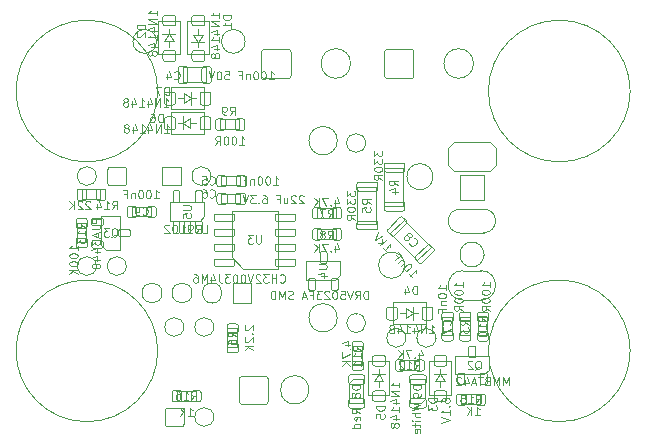
<source format=gbr>
%TF.GenerationSoftware,KiCad,Pcbnew,9.0.2-9.0.2-0~ubuntu24.04.1*%
%TF.CreationDate,2025-05-26T21:32:44+03:00*%
%TF.ProjectId,PCutSpeedCTRL,50437574-5370-4656-9564-4354524c2e6b,V01*%
%TF.SameCoordinates,PX5f5e100PY5f5e100*%
%TF.FileFunction,AssemblyDrawing,Bot*%
%FSLAX46Y46*%
G04 Gerber Fmt 4.6, Leading zero omitted, Abs format (unit mm)*
G04 Created by KiCad (PCBNEW 9.0.2-9.0.2-0~ubuntu24.04.1) date 2025-05-26 21:32:44*
%MOMM*%
%LPD*%
G01*
G04 APERTURE LIST*
%ADD10C,0.100000*%
%ADD11C,0.080000*%
%ADD12C,0.100000*%
%TD*%
G04 APERTURE END LIST*
D10*
X26000000Y11000000D02*
G75*
G02*
X14000000Y11000000I-6000000J0D01*
G01*
X14000000Y11000000D02*
G75*
G02*
X26000000Y11000000I6000000J0D01*
G01*
X26000000Y-11000000D02*
G75*
G02*
X14000000Y-11000000I-6000000J0D01*
G01*
X14000000Y-11000000D02*
G75*
G02*
X26000000Y-11000000I6000000J0D01*
G01*
X-14000000Y11000000D02*
G75*
G02*
X-26000000Y11000000I-6000000J0D01*
G01*
X-26000000Y11000000D02*
G75*
G02*
X-14000000Y11000000I6000000J0D01*
G01*
X-14000000Y-11000000D02*
G75*
G02*
X-26000000Y-11000000I-6000000J0D01*
G01*
X-26000000Y-11000000D02*
G75*
G02*
X-14000000Y-11000000I6000000J0D01*
G01*
D11*
X-13500000Y9680327D02*
X-13100000Y9680327D01*
X-13300000Y9680327D02*
X-13300000Y10380327D01*
X-13300000Y10380327D02*
X-13233333Y10280327D01*
X-13233333Y10280327D02*
X-13166666Y10213660D01*
X-13166666Y10213660D02*
X-13100000Y10180327D01*
X-13800000Y9680327D02*
X-13800000Y10380327D01*
X-13800000Y10380327D02*
X-14200000Y9680327D01*
X-14200000Y9680327D02*
X-14200000Y10380327D01*
X-14833333Y10146994D02*
X-14833333Y9680327D01*
X-14666666Y10413660D02*
X-14500000Y9913660D01*
X-14500000Y9913660D02*
X-14933333Y9913660D01*
X-15566667Y9680327D02*
X-15166667Y9680327D01*
X-15366667Y9680327D02*
X-15366667Y10380327D01*
X-15366667Y10380327D02*
X-15300000Y10280327D01*
X-15300000Y10280327D02*
X-15233333Y10213660D01*
X-15233333Y10213660D02*
X-15166667Y10180327D01*
X-16166667Y10146994D02*
X-16166667Y9680327D01*
X-16000000Y10413660D02*
X-15833334Y9913660D01*
X-15833334Y9913660D02*
X-16266667Y9913660D01*
X-16633334Y10080327D02*
X-16566667Y10113660D01*
X-16566667Y10113660D02*
X-16533334Y10146994D01*
X-16533334Y10146994D02*
X-16500001Y10213660D01*
X-16500001Y10213660D02*
X-16500001Y10246994D01*
X-16500001Y10246994D02*
X-16533334Y10313660D01*
X-16533334Y10313660D02*
X-16566667Y10346994D01*
X-16566667Y10346994D02*
X-16633334Y10380327D01*
X-16633334Y10380327D02*
X-16766667Y10380327D01*
X-16766667Y10380327D02*
X-16833334Y10346994D01*
X-16833334Y10346994D02*
X-16866667Y10313660D01*
X-16866667Y10313660D02*
X-16900001Y10246994D01*
X-16900001Y10246994D02*
X-16900001Y10213660D01*
X-16900001Y10213660D02*
X-16866667Y10146994D01*
X-16866667Y10146994D02*
X-16833334Y10113660D01*
X-16833334Y10113660D02*
X-16766667Y10080327D01*
X-16766667Y10080327D02*
X-16633334Y10080327D01*
X-16633334Y10080327D02*
X-16566667Y10046994D01*
X-16566667Y10046994D02*
X-16533334Y10013660D01*
X-16533334Y10013660D02*
X-16500001Y9946994D01*
X-16500001Y9946994D02*
X-16500001Y9813660D01*
X-16500001Y9813660D02*
X-16533334Y9746994D01*
X-16533334Y9746994D02*
X-16566667Y9713660D01*
X-16566667Y9713660D02*
X-16633334Y9680327D01*
X-16633334Y9680327D02*
X-16766667Y9680327D01*
X-16766667Y9680327D02*
X-16833334Y9713660D01*
X-16833334Y9713660D02*
X-16866667Y9746994D01*
X-16866667Y9746994D02*
X-16900001Y9813660D01*
X-16900001Y9813660D02*
X-16900001Y9946994D01*
X-16900001Y9946994D02*
X-16866667Y10013660D01*
X-16866667Y10013660D02*
X-16833334Y10046994D01*
X-16833334Y10046994D02*
X-16766667Y10080327D01*
X-13083334Y10680327D02*
X-13083334Y11380327D01*
X-13083334Y11380327D02*
X-13250001Y11380327D01*
X-13250001Y11380327D02*
X-13350001Y11346994D01*
X-13350001Y11346994D02*
X-13416667Y11280327D01*
X-13416667Y11280327D02*
X-13450001Y11213660D01*
X-13450001Y11213660D02*
X-13483334Y11080327D01*
X-13483334Y11080327D02*
X-13483334Y10980327D01*
X-13483334Y10980327D02*
X-13450001Y10846994D01*
X-13450001Y10846994D02*
X-13416667Y10780327D01*
X-13416667Y10780327D02*
X-13350001Y10713660D01*
X-13350001Y10713660D02*
X-13250001Y10680327D01*
X-13250001Y10680327D02*
X-13083334Y10680327D01*
X-13716667Y11380327D02*
X-14183334Y11380327D01*
X-14183334Y11380327D02*
X-13883334Y10680327D01*
X-1650001Y2113660D02*
X-1683334Y2146994D01*
X-1683334Y2146994D02*
X-1750001Y2180327D01*
X-1750001Y2180327D02*
X-1916667Y2180327D01*
X-1916667Y2180327D02*
X-1983334Y2146994D01*
X-1983334Y2146994D02*
X-2016667Y2113660D01*
X-2016667Y2113660D02*
X-2050001Y2046994D01*
X-2050001Y2046994D02*
X-2050001Y1980327D01*
X-2050001Y1980327D02*
X-2016667Y1880327D01*
X-2016667Y1880327D02*
X-1616667Y1480327D01*
X-1616667Y1480327D02*
X-2050001Y1480327D01*
X-2316668Y2113660D02*
X-2350001Y2146994D01*
X-2350001Y2146994D02*
X-2416668Y2180327D01*
X-2416668Y2180327D02*
X-2583334Y2180327D01*
X-2583334Y2180327D02*
X-2650001Y2146994D01*
X-2650001Y2146994D02*
X-2683334Y2113660D01*
X-2683334Y2113660D02*
X-2716668Y2046994D01*
X-2716668Y2046994D02*
X-2716668Y1980327D01*
X-2716668Y1980327D02*
X-2683334Y1880327D01*
X-2683334Y1880327D02*
X-2283334Y1480327D01*
X-2283334Y1480327D02*
X-2716668Y1480327D01*
X-3316668Y1946994D02*
X-3316668Y1480327D01*
X-3016668Y1946994D02*
X-3016668Y1580327D01*
X-3016668Y1580327D02*
X-3050001Y1513660D01*
X-3050001Y1513660D02*
X-3116668Y1480327D01*
X-3116668Y1480327D02*
X-3216668Y1480327D01*
X-3216668Y1480327D02*
X-3283335Y1513660D01*
X-3283335Y1513660D02*
X-3316668Y1546994D01*
X-3883334Y1846994D02*
X-3650001Y1846994D01*
X-3650001Y1480327D02*
X-3650001Y2180327D01*
X-3650001Y2180327D02*
X-3983334Y2180327D01*
X-5083334Y2180327D02*
X-4950001Y2180327D01*
X-4950001Y2180327D02*
X-4883334Y2146994D01*
X-4883334Y2146994D02*
X-4850001Y2113660D01*
X-4850001Y2113660D02*
X-4783334Y2013660D01*
X-4783334Y2013660D02*
X-4750001Y1880327D01*
X-4750001Y1880327D02*
X-4750001Y1613660D01*
X-4750001Y1613660D02*
X-4783334Y1546994D01*
X-4783334Y1546994D02*
X-4816667Y1513660D01*
X-4816667Y1513660D02*
X-4883334Y1480327D01*
X-4883334Y1480327D02*
X-5016667Y1480327D01*
X-5016667Y1480327D02*
X-5083334Y1513660D01*
X-5083334Y1513660D02*
X-5116667Y1546994D01*
X-5116667Y1546994D02*
X-5150001Y1613660D01*
X-5150001Y1613660D02*
X-5150001Y1780327D01*
X-5150001Y1780327D02*
X-5116667Y1846994D01*
X-5116667Y1846994D02*
X-5083334Y1880327D01*
X-5083334Y1880327D02*
X-5016667Y1913660D01*
X-5016667Y1913660D02*
X-4883334Y1913660D01*
X-4883334Y1913660D02*
X-4816667Y1880327D01*
X-4816667Y1880327D02*
X-4783334Y1846994D01*
X-4783334Y1846994D02*
X-4750001Y1780327D01*
X-5450001Y1546994D02*
X-5483334Y1513660D01*
X-5483334Y1513660D02*
X-5450001Y1480327D01*
X-5450001Y1480327D02*
X-5416668Y1513660D01*
X-5416668Y1513660D02*
X-5450001Y1546994D01*
X-5450001Y1546994D02*
X-5450001Y1480327D01*
X-5716667Y2180327D02*
X-6150001Y2180327D01*
X-6150001Y2180327D02*
X-5916667Y1913660D01*
X-5916667Y1913660D02*
X-6016667Y1913660D01*
X-6016667Y1913660D02*
X-6083334Y1880327D01*
X-6083334Y1880327D02*
X-6116667Y1846994D01*
X-6116667Y1846994D02*
X-6150001Y1780327D01*
X-6150001Y1780327D02*
X-6150001Y1613660D01*
X-6150001Y1613660D02*
X-6116667Y1546994D01*
X-6116667Y1546994D02*
X-6083334Y1513660D01*
X-6083334Y1513660D02*
X-6016667Y1480327D01*
X-6016667Y1480327D02*
X-5816667Y1480327D01*
X-5816667Y1480327D02*
X-5750001Y1513660D01*
X-5750001Y1513660D02*
X-5716667Y1546994D01*
X-6350001Y2180327D02*
X-6583334Y1480327D01*
X-6583334Y1480327D02*
X-6816668Y2180327D01*
X-9583334Y2046994D02*
X-9550001Y2013660D01*
X-9550001Y2013660D02*
X-9450001Y1980327D01*
X-9450001Y1980327D02*
X-9383334Y1980327D01*
X-9383334Y1980327D02*
X-9283334Y2013660D01*
X-9283334Y2013660D02*
X-9216667Y2080327D01*
X-9216667Y2080327D02*
X-9183334Y2146994D01*
X-9183334Y2146994D02*
X-9150001Y2280327D01*
X-9150001Y2280327D02*
X-9150001Y2380327D01*
X-9150001Y2380327D02*
X-9183334Y2513660D01*
X-9183334Y2513660D02*
X-9216667Y2580327D01*
X-9216667Y2580327D02*
X-9283334Y2646994D01*
X-9283334Y2646994D02*
X-9383334Y2680327D01*
X-9383334Y2680327D02*
X-9450001Y2680327D01*
X-9450001Y2680327D02*
X-9550001Y2646994D01*
X-9550001Y2646994D02*
X-9583334Y2613660D01*
X-10183334Y2680327D02*
X-10050001Y2680327D01*
X-10050001Y2680327D02*
X-9983334Y2646994D01*
X-9983334Y2646994D02*
X-9950001Y2613660D01*
X-9950001Y2613660D02*
X-9883334Y2513660D01*
X-9883334Y2513660D02*
X-9850001Y2380327D01*
X-9850001Y2380327D02*
X-9850001Y2113660D01*
X-9850001Y2113660D02*
X-9883334Y2046994D01*
X-9883334Y2046994D02*
X-9916667Y2013660D01*
X-9916667Y2013660D02*
X-9983334Y1980327D01*
X-9983334Y1980327D02*
X-10116667Y1980327D01*
X-10116667Y1980327D02*
X-10183334Y2013660D01*
X-10183334Y2013660D02*
X-10216667Y2046994D01*
X-10216667Y2046994D02*
X-10250001Y2113660D01*
X-10250001Y2113660D02*
X-10250001Y2280327D01*
X-10250001Y2280327D02*
X-10216667Y2346994D01*
X-10216667Y2346994D02*
X-10183334Y2380327D01*
X-10183334Y2380327D02*
X-10116667Y2413660D01*
X-10116667Y2413660D02*
X-9983334Y2413660D01*
X-9983334Y2413660D02*
X-9916667Y2380327D01*
X-9916667Y2380327D02*
X-9883334Y2346994D01*
X-9883334Y2346994D02*
X-9850001Y2280327D01*
X-14316667Y1910327D02*
X-13916667Y1910327D01*
X-14116667Y1910327D02*
X-14116667Y2610327D01*
X-14116667Y2610327D02*
X-14050000Y2510327D01*
X-14050000Y2510327D02*
X-13983333Y2443660D01*
X-13983333Y2443660D02*
X-13916667Y2410327D01*
X-14750000Y2610327D02*
X-14816667Y2610327D01*
X-14816667Y2610327D02*
X-14883334Y2576994D01*
X-14883334Y2576994D02*
X-14916667Y2543660D01*
X-14916667Y2543660D02*
X-14950000Y2476994D01*
X-14950000Y2476994D02*
X-14983334Y2343660D01*
X-14983334Y2343660D02*
X-14983334Y2176994D01*
X-14983334Y2176994D02*
X-14950000Y2043660D01*
X-14950000Y2043660D02*
X-14916667Y1976994D01*
X-14916667Y1976994D02*
X-14883334Y1943660D01*
X-14883334Y1943660D02*
X-14816667Y1910327D01*
X-14816667Y1910327D02*
X-14750000Y1910327D01*
X-14750000Y1910327D02*
X-14683334Y1943660D01*
X-14683334Y1943660D02*
X-14650000Y1976994D01*
X-14650000Y1976994D02*
X-14616667Y2043660D01*
X-14616667Y2043660D02*
X-14583334Y2176994D01*
X-14583334Y2176994D02*
X-14583334Y2343660D01*
X-14583334Y2343660D02*
X-14616667Y2476994D01*
X-14616667Y2476994D02*
X-14650000Y2543660D01*
X-14650000Y2543660D02*
X-14683334Y2576994D01*
X-14683334Y2576994D02*
X-14750000Y2610327D01*
X-15416667Y2610327D02*
X-15483334Y2610327D01*
X-15483334Y2610327D02*
X-15550001Y2576994D01*
X-15550001Y2576994D02*
X-15583334Y2543660D01*
X-15583334Y2543660D02*
X-15616667Y2476994D01*
X-15616667Y2476994D02*
X-15650001Y2343660D01*
X-15650001Y2343660D02*
X-15650001Y2176994D01*
X-15650001Y2176994D02*
X-15616667Y2043660D01*
X-15616667Y2043660D02*
X-15583334Y1976994D01*
X-15583334Y1976994D02*
X-15550001Y1943660D01*
X-15550001Y1943660D02*
X-15483334Y1910327D01*
X-15483334Y1910327D02*
X-15416667Y1910327D01*
X-15416667Y1910327D02*
X-15350001Y1943660D01*
X-15350001Y1943660D02*
X-15316667Y1976994D01*
X-15316667Y1976994D02*
X-15283334Y2043660D01*
X-15283334Y2043660D02*
X-15250001Y2176994D01*
X-15250001Y2176994D02*
X-15250001Y2343660D01*
X-15250001Y2343660D02*
X-15283334Y2476994D01*
X-15283334Y2476994D02*
X-15316667Y2543660D01*
X-15316667Y2543660D02*
X-15350001Y2576994D01*
X-15350001Y2576994D02*
X-15416667Y2610327D01*
X-15950001Y2376994D02*
X-15950001Y1910327D01*
X-15950001Y2310327D02*
X-15983334Y2343660D01*
X-15983334Y2343660D02*
X-16050001Y2376994D01*
X-16050001Y2376994D02*
X-16150001Y2376994D01*
X-16150001Y2376994D02*
X-16216668Y2343660D01*
X-16216668Y2343660D02*
X-16250001Y2276994D01*
X-16250001Y2276994D02*
X-16250001Y1910327D01*
X-16816667Y2276994D02*
X-16583334Y2276994D01*
X-16583334Y1910327D02*
X-16583334Y2610327D01*
X-16583334Y2610327D02*
X-16916667Y2610327D01*
X-15283334Y546994D02*
X-15250001Y513660D01*
X-15250001Y513660D02*
X-15150001Y480327D01*
X-15150001Y480327D02*
X-15083334Y480327D01*
X-15083334Y480327D02*
X-14983334Y513660D01*
X-14983334Y513660D02*
X-14916667Y580327D01*
X-14916667Y580327D02*
X-14883334Y646994D01*
X-14883334Y646994D02*
X-14850001Y780327D01*
X-14850001Y780327D02*
X-14850001Y880327D01*
X-14850001Y880327D02*
X-14883334Y1013660D01*
X-14883334Y1013660D02*
X-14916667Y1080327D01*
X-14916667Y1080327D02*
X-14983334Y1146994D01*
X-14983334Y1146994D02*
X-15083334Y1180327D01*
X-15083334Y1180327D02*
X-15150001Y1180327D01*
X-15150001Y1180327D02*
X-15250001Y1146994D01*
X-15250001Y1146994D02*
X-15283334Y1113660D01*
X-15616667Y480327D02*
X-15750001Y480327D01*
X-15750001Y480327D02*
X-15816667Y513660D01*
X-15816667Y513660D02*
X-15850001Y546994D01*
X-15850001Y546994D02*
X-15916667Y646994D01*
X-15916667Y646994D02*
X-15950001Y780327D01*
X-15950001Y780327D02*
X-15950001Y1046994D01*
X-15950001Y1046994D02*
X-15916667Y1113660D01*
X-15916667Y1113660D02*
X-15883334Y1146994D01*
X-15883334Y1146994D02*
X-15816667Y1180327D01*
X-15816667Y1180327D02*
X-15683334Y1180327D01*
X-15683334Y1180327D02*
X-15616667Y1146994D01*
X-15616667Y1146994D02*
X-15583334Y1113660D01*
X-15583334Y1113660D02*
X-15550001Y1046994D01*
X-15550001Y1046994D02*
X-15550001Y880327D01*
X-15550001Y880327D02*
X-15583334Y813660D01*
X-15583334Y813660D02*
X-15616667Y780327D01*
X-15616667Y780327D02*
X-15683334Y746994D01*
X-15683334Y746994D02*
X-15816667Y746994D01*
X-15816667Y746994D02*
X-15883334Y780327D01*
X-15883334Y780327D02*
X-15916667Y813660D01*
X-15916667Y813660D02*
X-15950001Y880327D01*
X-14080327Y17400001D02*
X-14080327Y17800001D01*
X-14080327Y17600001D02*
X-14780327Y17600001D01*
X-14780327Y17600001D02*
X-14680327Y17666668D01*
X-14680327Y17666668D02*
X-14613660Y17733334D01*
X-14613660Y17733334D02*
X-14580327Y17800001D01*
X-14080327Y17100001D02*
X-14780327Y17100001D01*
X-14780327Y17100001D02*
X-14080327Y16700001D01*
X-14080327Y16700001D02*
X-14780327Y16700001D01*
X-14546994Y16066668D02*
X-14080327Y16066668D01*
X-14813660Y16233334D02*
X-14313660Y16400001D01*
X-14313660Y16400001D02*
X-14313660Y15966668D01*
X-14080327Y15333334D02*
X-14080327Y15733334D01*
X-14080327Y15533334D02*
X-14780327Y15533334D01*
X-14780327Y15533334D02*
X-14680327Y15600001D01*
X-14680327Y15600001D02*
X-14613660Y15666667D01*
X-14613660Y15666667D02*
X-14580327Y15733334D01*
X-14546994Y14733334D02*
X-14080327Y14733334D01*
X-14813660Y14900000D02*
X-14313660Y15066667D01*
X-14313660Y15066667D02*
X-14313660Y14633334D01*
X-14480327Y14266667D02*
X-14513660Y14333333D01*
X-14513660Y14333333D02*
X-14546994Y14366667D01*
X-14546994Y14366667D02*
X-14613660Y14400000D01*
X-14613660Y14400000D02*
X-14646994Y14400000D01*
X-14646994Y14400000D02*
X-14713660Y14366667D01*
X-14713660Y14366667D02*
X-14746994Y14333333D01*
X-14746994Y14333333D02*
X-14780327Y14266667D01*
X-14780327Y14266667D02*
X-14780327Y14133333D01*
X-14780327Y14133333D02*
X-14746994Y14066667D01*
X-14746994Y14066667D02*
X-14713660Y14033333D01*
X-14713660Y14033333D02*
X-14646994Y14000000D01*
X-14646994Y14000000D02*
X-14613660Y14000000D01*
X-14613660Y14000000D02*
X-14546994Y14033333D01*
X-14546994Y14033333D02*
X-14513660Y14066667D01*
X-14513660Y14066667D02*
X-14480327Y14133333D01*
X-14480327Y14133333D02*
X-14480327Y14266667D01*
X-14480327Y14266667D02*
X-14446994Y14333333D01*
X-14446994Y14333333D02*
X-14413660Y14366667D01*
X-14413660Y14366667D02*
X-14346994Y14400000D01*
X-14346994Y14400000D02*
X-14213660Y14400000D01*
X-14213660Y14400000D02*
X-14146994Y14366667D01*
X-14146994Y14366667D02*
X-14113660Y14333333D01*
X-14113660Y14333333D02*
X-14080327Y14266667D01*
X-14080327Y14266667D02*
X-14080327Y14133333D01*
X-14080327Y14133333D02*
X-14113660Y14066667D01*
X-14113660Y14066667D02*
X-14146994Y14033333D01*
X-14146994Y14033333D02*
X-14213660Y14000000D01*
X-14213660Y14000000D02*
X-14346994Y14000000D01*
X-14346994Y14000000D02*
X-14413660Y14033333D01*
X-14413660Y14033333D02*
X-14446994Y14066667D01*
X-14446994Y14066667D02*
X-14480327Y14133333D01*
X-15080327Y16616667D02*
X-15780327Y16616667D01*
X-15780327Y16616667D02*
X-15780327Y16450000D01*
X-15780327Y16450000D02*
X-15746994Y16350000D01*
X-15746994Y16350000D02*
X-15680327Y16283333D01*
X-15680327Y16283333D02*
X-15613660Y16250000D01*
X-15613660Y16250000D02*
X-15480327Y16216667D01*
X-15480327Y16216667D02*
X-15380327Y16216667D01*
X-15380327Y16216667D02*
X-15246994Y16250000D01*
X-15246994Y16250000D02*
X-15180327Y16283333D01*
X-15180327Y16283333D02*
X-15113660Y16350000D01*
X-15113660Y16350000D02*
X-15080327Y16450000D01*
X-15080327Y16450000D02*
X-15080327Y16616667D01*
X-15713660Y15950000D02*
X-15746994Y15916667D01*
X-15746994Y15916667D02*
X-15780327Y15850000D01*
X-15780327Y15850000D02*
X-15780327Y15683333D01*
X-15780327Y15683333D02*
X-15746994Y15616667D01*
X-15746994Y15616667D02*
X-15713660Y15583333D01*
X-15713660Y15583333D02*
X-15646994Y15550000D01*
X-15646994Y15550000D02*
X-15580327Y15550000D01*
X-15580327Y15550000D02*
X-15480327Y15583333D01*
X-15480327Y15583333D02*
X-15080327Y15983333D01*
X-15080327Y15983333D02*
X-15080327Y15550000D01*
X7254096Y-4480050D02*
X7536938Y-4762893D01*
X7395517Y-4621471D02*
X7890492Y-4126497D01*
X7890492Y-4126497D02*
X7866922Y-4244348D01*
X7866922Y-4244348D02*
X7866922Y-4338629D01*
X7866922Y-4338629D02*
X7890492Y-4409339D01*
X7442657Y-3678662D02*
X7395517Y-3631522D01*
X7395517Y-3631522D02*
X7324806Y-3607951D01*
X7324806Y-3607951D02*
X7277666Y-3607951D01*
X7277666Y-3607951D02*
X7206955Y-3631522D01*
X7206955Y-3631522D02*
X7089104Y-3702232D01*
X7089104Y-3702232D02*
X6971253Y-3820083D01*
X6971253Y-3820083D02*
X6900542Y-3937935D01*
X6900542Y-3937935D02*
X6876972Y-4008645D01*
X6876972Y-4008645D02*
X6876972Y-4055786D01*
X6876972Y-4055786D02*
X6900542Y-4126496D01*
X6900542Y-4126496D02*
X6947682Y-4173637D01*
X6947682Y-4173637D02*
X7018393Y-4197207D01*
X7018393Y-4197207D02*
X7065534Y-4197207D01*
X7065534Y-4197207D02*
X7136244Y-4173637D01*
X7136244Y-4173637D02*
X7254095Y-4102926D01*
X7254095Y-4102926D02*
X7371947Y-3985075D01*
X7371947Y-3985075D02*
X7442657Y-3867224D01*
X7442657Y-3867224D02*
X7466227Y-3796513D01*
X7466227Y-3796513D02*
X7466227Y-3749373D01*
X7466227Y-3749373D02*
X7442657Y-3678662D01*
X6900542Y-3466530D02*
X6570559Y-3796513D01*
X6853401Y-3513670D02*
X6853401Y-3466530D01*
X6853401Y-3466530D02*
X6829831Y-3395819D01*
X6829831Y-3395819D02*
X6759120Y-3325108D01*
X6759120Y-3325108D02*
X6688410Y-3301538D01*
X6688410Y-3301538D02*
X6617699Y-3325108D01*
X6617699Y-3325108D02*
X6358427Y-3584381D01*
X6217005Y-2924415D02*
X6381997Y-3089406D01*
X6122725Y-3348679D02*
X6617699Y-2853704D01*
X6617699Y-2853704D02*
X6381997Y-2618002D01*
X5062065Y-2288019D02*
X5344907Y-2570862D01*
X5203486Y-2429440D02*
X5698461Y-1934466D01*
X5698461Y-1934466D02*
X5674891Y-2052317D01*
X5674891Y-2052317D02*
X5674891Y-2146598D01*
X5674891Y-2146598D02*
X5698461Y-2217308D01*
X4849932Y-2075887D02*
X5344907Y-1580912D01*
X4991354Y-1840184D02*
X4661371Y-1887325D01*
X4991354Y-1557342D02*
X4991354Y-1934465D01*
X5014924Y-1250929D02*
X4354957Y-1580912D01*
X4354957Y-1580912D02*
X4684941Y-920945D01*
X7303592Y-1861398D02*
X7303592Y-1908538D01*
X7303592Y-1908538D02*
X7350733Y-2002819D01*
X7350733Y-2002819D02*
X7397873Y-2049960D01*
X7397873Y-2049960D02*
X7492154Y-2097100D01*
X7492154Y-2097100D02*
X7586435Y-2097100D01*
X7586435Y-2097100D02*
X7657146Y-2073530D01*
X7657146Y-2073530D02*
X7774997Y-2002819D01*
X7774997Y-2002819D02*
X7845708Y-1932108D01*
X7845708Y-1932108D02*
X7916418Y-1814257D01*
X7916418Y-1814257D02*
X7939988Y-1743547D01*
X7939988Y-1743547D02*
X7939988Y-1649266D01*
X7939988Y-1649266D02*
X7892848Y-1554985D01*
X7892848Y-1554985D02*
X7845708Y-1507844D01*
X7845708Y-1507844D02*
X7751427Y-1460704D01*
X7751427Y-1460704D02*
X7704286Y-1460704D01*
X7256452Y-1342853D02*
X7327163Y-1366423D01*
X7327163Y-1366423D02*
X7374303Y-1366423D01*
X7374303Y-1366423D02*
X7445014Y-1342853D01*
X7445014Y-1342853D02*
X7468584Y-1319283D01*
X7468584Y-1319283D02*
X7492154Y-1248572D01*
X7492154Y-1248572D02*
X7492154Y-1201431D01*
X7492154Y-1201431D02*
X7468584Y-1130721D01*
X7468584Y-1130721D02*
X7374303Y-1036440D01*
X7374303Y-1036440D02*
X7303592Y-1012870D01*
X7303592Y-1012870D02*
X7256452Y-1012870D01*
X7256452Y-1012870D02*
X7185741Y-1036440D01*
X7185741Y-1036440D02*
X7162171Y-1060010D01*
X7162171Y-1060010D02*
X7138601Y-1130721D01*
X7138601Y-1130721D02*
X7138601Y-1177861D01*
X7138601Y-1177861D02*
X7162171Y-1248572D01*
X7162171Y-1248572D02*
X7256452Y-1342853D01*
X7256452Y-1342853D02*
X7280022Y-1413563D01*
X7280022Y-1413563D02*
X7280022Y-1460704D01*
X7280022Y-1460704D02*
X7256452Y-1531415D01*
X7256452Y-1531415D02*
X7162171Y-1625696D01*
X7162171Y-1625696D02*
X7091460Y-1649266D01*
X7091460Y-1649266D02*
X7044320Y-1649266D01*
X7044320Y-1649266D02*
X6973609Y-1625696D01*
X6973609Y-1625696D02*
X6879328Y-1531415D01*
X6879328Y-1531415D02*
X6855758Y-1460704D01*
X6855758Y-1460704D02*
X6855758Y-1413563D01*
X6855758Y-1413563D02*
X6879328Y-1342853D01*
X6879328Y-1342853D02*
X6973609Y-1248572D01*
X6973609Y-1248572D02*
X7044320Y-1225002D01*
X7044320Y-1225002D02*
X7091460Y-1225002D01*
X7091460Y-1225002D02*
X7162171Y-1248572D01*
X-19716667Y1613660D02*
X-19750000Y1646994D01*
X-19750000Y1646994D02*
X-19816667Y1680327D01*
X-19816667Y1680327D02*
X-19983333Y1680327D01*
X-19983333Y1680327D02*
X-20050000Y1646994D01*
X-20050000Y1646994D02*
X-20083333Y1613660D01*
X-20083333Y1613660D02*
X-20116667Y1546994D01*
X-20116667Y1546994D02*
X-20116667Y1480327D01*
X-20116667Y1480327D02*
X-20083333Y1380327D01*
X-20083333Y1380327D02*
X-19683333Y980327D01*
X-19683333Y980327D02*
X-20116667Y980327D01*
X-20383334Y1613660D02*
X-20416667Y1646994D01*
X-20416667Y1646994D02*
X-20483334Y1680327D01*
X-20483334Y1680327D02*
X-20650000Y1680327D01*
X-20650000Y1680327D02*
X-20716667Y1646994D01*
X-20716667Y1646994D02*
X-20750000Y1613660D01*
X-20750000Y1613660D02*
X-20783334Y1546994D01*
X-20783334Y1546994D02*
X-20783334Y1480327D01*
X-20783334Y1480327D02*
X-20750000Y1380327D01*
X-20750000Y1380327D02*
X-20350000Y980327D01*
X-20350000Y980327D02*
X-20783334Y980327D01*
X-21083334Y980327D02*
X-21083334Y1680327D01*
X-21483334Y980327D02*
X-21183334Y1380327D01*
X-21483334Y1680327D02*
X-21083334Y1280327D01*
X-17850000Y980327D02*
X-17616667Y1313660D01*
X-17450000Y980327D02*
X-17450000Y1680327D01*
X-17450000Y1680327D02*
X-17716667Y1680327D01*
X-17716667Y1680327D02*
X-17783333Y1646994D01*
X-17783333Y1646994D02*
X-17816667Y1613660D01*
X-17816667Y1613660D02*
X-17850000Y1546994D01*
X-17850000Y1546994D02*
X-17850000Y1446994D01*
X-17850000Y1446994D02*
X-17816667Y1380327D01*
X-17816667Y1380327D02*
X-17783333Y1346994D01*
X-17783333Y1346994D02*
X-17716667Y1313660D01*
X-17716667Y1313660D02*
X-17450000Y1313660D01*
X-18516667Y980327D02*
X-18116667Y980327D01*
X-18316667Y980327D02*
X-18316667Y1680327D01*
X-18316667Y1680327D02*
X-18250000Y1580327D01*
X-18250000Y1580327D02*
X-18183333Y1513660D01*
X-18183333Y1513660D02*
X-18116667Y1480327D01*
X-19116667Y1446994D02*
X-19116667Y980327D01*
X-18950000Y1713660D02*
X-18783334Y1213660D01*
X-18783334Y1213660D02*
X-19216667Y1213660D01*
X-8780327Y17200001D02*
X-8780327Y17600001D01*
X-8780327Y17400001D02*
X-9480327Y17400001D01*
X-9480327Y17400001D02*
X-9380327Y17466668D01*
X-9380327Y17466668D02*
X-9313660Y17533334D01*
X-9313660Y17533334D02*
X-9280327Y17600001D01*
X-8780327Y16900001D02*
X-9480327Y16900001D01*
X-9480327Y16900001D02*
X-8780327Y16500001D01*
X-8780327Y16500001D02*
X-9480327Y16500001D01*
X-9246994Y15866668D02*
X-8780327Y15866668D01*
X-9513660Y16033334D02*
X-9013660Y16200001D01*
X-9013660Y16200001D02*
X-9013660Y15766668D01*
X-8780327Y15133334D02*
X-8780327Y15533334D01*
X-8780327Y15333334D02*
X-9480327Y15333334D01*
X-9480327Y15333334D02*
X-9380327Y15400001D01*
X-9380327Y15400001D02*
X-9313660Y15466667D01*
X-9313660Y15466667D02*
X-9280327Y15533334D01*
X-9246994Y14533334D02*
X-8780327Y14533334D01*
X-9513660Y14700000D02*
X-9013660Y14866667D01*
X-9013660Y14866667D02*
X-9013660Y14433334D01*
X-9180327Y14066667D02*
X-9213660Y14133333D01*
X-9213660Y14133333D02*
X-9246994Y14166667D01*
X-9246994Y14166667D02*
X-9313660Y14200000D01*
X-9313660Y14200000D02*
X-9346994Y14200000D01*
X-9346994Y14200000D02*
X-9413660Y14166667D01*
X-9413660Y14166667D02*
X-9446994Y14133333D01*
X-9446994Y14133333D02*
X-9480327Y14066667D01*
X-9480327Y14066667D02*
X-9480327Y13933333D01*
X-9480327Y13933333D02*
X-9446994Y13866667D01*
X-9446994Y13866667D02*
X-9413660Y13833333D01*
X-9413660Y13833333D02*
X-9346994Y13800000D01*
X-9346994Y13800000D02*
X-9313660Y13800000D01*
X-9313660Y13800000D02*
X-9246994Y13833333D01*
X-9246994Y13833333D02*
X-9213660Y13866667D01*
X-9213660Y13866667D02*
X-9180327Y13933333D01*
X-9180327Y13933333D02*
X-9180327Y14066667D01*
X-9180327Y14066667D02*
X-9146994Y14133333D01*
X-9146994Y14133333D02*
X-9113660Y14166667D01*
X-9113660Y14166667D02*
X-9046994Y14200000D01*
X-9046994Y14200000D02*
X-8913660Y14200000D01*
X-8913660Y14200000D02*
X-8846994Y14166667D01*
X-8846994Y14166667D02*
X-8813660Y14133333D01*
X-8813660Y14133333D02*
X-8780327Y14066667D01*
X-8780327Y14066667D02*
X-8780327Y13933333D01*
X-8780327Y13933333D02*
X-8813660Y13866667D01*
X-8813660Y13866667D02*
X-8846994Y13833333D01*
X-8846994Y13833333D02*
X-8913660Y13800000D01*
X-8913660Y13800000D02*
X-9046994Y13800000D01*
X-9046994Y13800000D02*
X-9113660Y13833333D01*
X-9113660Y13833333D02*
X-9146994Y13866667D01*
X-9146994Y13866667D02*
X-9180327Y13933333D01*
X-7780327Y17416667D02*
X-8480327Y17416667D01*
X-8480327Y17416667D02*
X-8480327Y17250000D01*
X-8480327Y17250000D02*
X-8446994Y17150000D01*
X-8446994Y17150000D02*
X-8380327Y17083333D01*
X-8380327Y17083333D02*
X-8313660Y17050000D01*
X-8313660Y17050000D02*
X-8180327Y17016667D01*
X-8180327Y17016667D02*
X-8080327Y17016667D01*
X-8080327Y17016667D02*
X-7946994Y17050000D01*
X-7946994Y17050000D02*
X-7880327Y17083333D01*
X-7880327Y17083333D02*
X-7813660Y17150000D01*
X-7813660Y17150000D02*
X-7780327Y17250000D01*
X-7780327Y17250000D02*
X-7780327Y17416667D01*
X-7780327Y16350000D02*
X-7780327Y16750000D01*
X-7780327Y16550000D02*
X-8480327Y16550000D01*
X-8480327Y16550000D02*
X-8380327Y16616667D01*
X-8380327Y16616667D02*
X-8313660Y16683333D01*
X-8313660Y16683333D02*
X-8280327Y16750000D01*
X-4583334Y11980327D02*
X-4183334Y11980327D01*
X-4383334Y11980327D02*
X-4383334Y12680327D01*
X-4383334Y12680327D02*
X-4316667Y12580327D01*
X-4316667Y12580327D02*
X-4250000Y12513660D01*
X-4250000Y12513660D02*
X-4183334Y12480327D01*
X-5016667Y12680327D02*
X-5083334Y12680327D01*
X-5083334Y12680327D02*
X-5150001Y12646994D01*
X-5150001Y12646994D02*
X-5183334Y12613660D01*
X-5183334Y12613660D02*
X-5216667Y12546994D01*
X-5216667Y12546994D02*
X-5250001Y12413660D01*
X-5250001Y12413660D02*
X-5250001Y12246994D01*
X-5250001Y12246994D02*
X-5216667Y12113660D01*
X-5216667Y12113660D02*
X-5183334Y12046994D01*
X-5183334Y12046994D02*
X-5150001Y12013660D01*
X-5150001Y12013660D02*
X-5083334Y11980327D01*
X-5083334Y11980327D02*
X-5016667Y11980327D01*
X-5016667Y11980327D02*
X-4950001Y12013660D01*
X-4950001Y12013660D02*
X-4916667Y12046994D01*
X-4916667Y12046994D02*
X-4883334Y12113660D01*
X-4883334Y12113660D02*
X-4850001Y12246994D01*
X-4850001Y12246994D02*
X-4850001Y12413660D01*
X-4850001Y12413660D02*
X-4883334Y12546994D01*
X-4883334Y12546994D02*
X-4916667Y12613660D01*
X-4916667Y12613660D02*
X-4950001Y12646994D01*
X-4950001Y12646994D02*
X-5016667Y12680327D01*
X-5683334Y12680327D02*
X-5750001Y12680327D01*
X-5750001Y12680327D02*
X-5816668Y12646994D01*
X-5816668Y12646994D02*
X-5850001Y12613660D01*
X-5850001Y12613660D02*
X-5883334Y12546994D01*
X-5883334Y12546994D02*
X-5916668Y12413660D01*
X-5916668Y12413660D02*
X-5916668Y12246994D01*
X-5916668Y12246994D02*
X-5883334Y12113660D01*
X-5883334Y12113660D02*
X-5850001Y12046994D01*
X-5850001Y12046994D02*
X-5816668Y12013660D01*
X-5816668Y12013660D02*
X-5750001Y11980327D01*
X-5750001Y11980327D02*
X-5683334Y11980327D01*
X-5683334Y11980327D02*
X-5616668Y12013660D01*
X-5616668Y12013660D02*
X-5583334Y12046994D01*
X-5583334Y12046994D02*
X-5550001Y12113660D01*
X-5550001Y12113660D02*
X-5516668Y12246994D01*
X-5516668Y12246994D02*
X-5516668Y12413660D01*
X-5516668Y12413660D02*
X-5550001Y12546994D01*
X-5550001Y12546994D02*
X-5583334Y12613660D01*
X-5583334Y12613660D02*
X-5616668Y12646994D01*
X-5616668Y12646994D02*
X-5683334Y12680327D01*
X-6216668Y12446994D02*
X-6216668Y11980327D01*
X-6216668Y12380327D02*
X-6250001Y12413660D01*
X-6250001Y12413660D02*
X-6316668Y12446994D01*
X-6316668Y12446994D02*
X-6416668Y12446994D01*
X-6416668Y12446994D02*
X-6483335Y12413660D01*
X-6483335Y12413660D02*
X-6516668Y12346994D01*
X-6516668Y12346994D02*
X-6516668Y11980327D01*
X-7083334Y12346994D02*
X-6850001Y12346994D01*
X-6850001Y11980327D02*
X-6850001Y12680327D01*
X-6850001Y12680327D02*
X-7183334Y12680327D01*
X-8316667Y12680327D02*
X-7983334Y12680327D01*
X-7983334Y12680327D02*
X-7950001Y12346994D01*
X-7950001Y12346994D02*
X-7983334Y12380327D01*
X-7983334Y12380327D02*
X-8050001Y12413660D01*
X-8050001Y12413660D02*
X-8216667Y12413660D01*
X-8216667Y12413660D02*
X-8283334Y12380327D01*
X-8283334Y12380327D02*
X-8316667Y12346994D01*
X-8316667Y12346994D02*
X-8350001Y12280327D01*
X-8350001Y12280327D02*
X-8350001Y12113660D01*
X-8350001Y12113660D02*
X-8316667Y12046994D01*
X-8316667Y12046994D02*
X-8283334Y12013660D01*
X-8283334Y12013660D02*
X-8216667Y11980327D01*
X-8216667Y11980327D02*
X-8050001Y11980327D01*
X-8050001Y11980327D02*
X-7983334Y12013660D01*
X-7983334Y12013660D02*
X-7950001Y12046994D01*
X-8783334Y12680327D02*
X-8850001Y12680327D01*
X-8850001Y12680327D02*
X-8916668Y12646994D01*
X-8916668Y12646994D02*
X-8950001Y12613660D01*
X-8950001Y12613660D02*
X-8983334Y12546994D01*
X-8983334Y12546994D02*
X-9016668Y12413660D01*
X-9016668Y12413660D02*
X-9016668Y12246994D01*
X-9016668Y12246994D02*
X-8983334Y12113660D01*
X-8983334Y12113660D02*
X-8950001Y12046994D01*
X-8950001Y12046994D02*
X-8916668Y12013660D01*
X-8916668Y12013660D02*
X-8850001Y11980327D01*
X-8850001Y11980327D02*
X-8783334Y11980327D01*
X-8783334Y11980327D02*
X-8716668Y12013660D01*
X-8716668Y12013660D02*
X-8683334Y12046994D01*
X-8683334Y12046994D02*
X-8650001Y12113660D01*
X-8650001Y12113660D02*
X-8616668Y12246994D01*
X-8616668Y12246994D02*
X-8616668Y12413660D01*
X-8616668Y12413660D02*
X-8650001Y12546994D01*
X-8650001Y12546994D02*
X-8683334Y12613660D01*
X-8683334Y12613660D02*
X-8716668Y12646994D01*
X-8716668Y12646994D02*
X-8783334Y12680327D01*
X-9216668Y12680327D02*
X-9450001Y11980327D01*
X-9450001Y11980327D02*
X-9683335Y12680327D01*
X-12583334Y12046994D02*
X-12550001Y12013660D01*
X-12550001Y12013660D02*
X-12450001Y11980327D01*
X-12450001Y11980327D02*
X-12383334Y11980327D01*
X-12383334Y11980327D02*
X-12283334Y12013660D01*
X-12283334Y12013660D02*
X-12216667Y12080327D01*
X-12216667Y12080327D02*
X-12183334Y12146994D01*
X-12183334Y12146994D02*
X-12150001Y12280327D01*
X-12150001Y12280327D02*
X-12150001Y12380327D01*
X-12150001Y12380327D02*
X-12183334Y12513660D01*
X-12183334Y12513660D02*
X-12216667Y12580327D01*
X-12216667Y12580327D02*
X-12283334Y12646994D01*
X-12283334Y12646994D02*
X-12383334Y12680327D01*
X-12383334Y12680327D02*
X-12450001Y12680327D01*
X-12450001Y12680327D02*
X-12550001Y12646994D01*
X-12550001Y12646994D02*
X-12583334Y12613660D01*
X-13183334Y12446994D02*
X-13183334Y11980327D01*
X-13016667Y12713660D02*
X-12850001Y12213660D01*
X-12850001Y12213660D02*
X-13283334Y12213660D01*
X1016666Y1746994D02*
X1016666Y1280327D01*
X1183333Y2013660D02*
X1349999Y1513660D01*
X1349999Y1513660D02*
X916666Y1513660D01*
X649999Y1346994D02*
X616666Y1313660D01*
X616666Y1313660D02*
X649999Y1280327D01*
X649999Y1280327D02*
X683332Y1313660D01*
X683332Y1313660D02*
X649999Y1346994D01*
X649999Y1346994D02*
X649999Y1280327D01*
X383333Y1980327D02*
X-83334Y1980327D01*
X-83334Y1980327D02*
X216666Y1280327D01*
X-350001Y1280327D02*
X-350001Y1980327D01*
X-750001Y1280327D02*
X-450001Y1680327D01*
X-750001Y1980327D02*
X-350001Y1580327D01*
X416666Y280327D02*
X649999Y613660D01*
X816666Y280327D02*
X816666Y980327D01*
X816666Y980327D02*
X549999Y980327D01*
X549999Y980327D02*
X483333Y946994D01*
X483333Y946994D02*
X449999Y913660D01*
X449999Y913660D02*
X416666Y846994D01*
X416666Y846994D02*
X416666Y746994D01*
X416666Y746994D02*
X449999Y680327D01*
X449999Y680327D02*
X483333Y646994D01*
X483333Y646994D02*
X549999Y613660D01*
X549999Y613660D02*
X816666Y613660D01*
X183333Y980327D02*
X-283334Y980327D01*
X-283334Y980327D02*
X16666Y280327D01*
X9000000Y-9519673D02*
X9400000Y-9519673D01*
X9200000Y-9519673D02*
X9200000Y-8819673D01*
X9200000Y-8819673D02*
X9266667Y-8919673D01*
X9266667Y-8919673D02*
X9333334Y-8986340D01*
X9333334Y-8986340D02*
X9400000Y-9019673D01*
X8700000Y-9519673D02*
X8700000Y-8819673D01*
X8700000Y-8819673D02*
X8300000Y-9519673D01*
X8300000Y-9519673D02*
X8300000Y-8819673D01*
X7666667Y-9053006D02*
X7666667Y-9519673D01*
X7833334Y-8786340D02*
X8000000Y-9286340D01*
X8000000Y-9286340D02*
X7566667Y-9286340D01*
X6933333Y-9519673D02*
X7333333Y-9519673D01*
X7133333Y-9519673D02*
X7133333Y-8819673D01*
X7133333Y-8819673D02*
X7200000Y-8919673D01*
X7200000Y-8919673D02*
X7266667Y-8986340D01*
X7266667Y-8986340D02*
X7333333Y-9019673D01*
X6333333Y-9053006D02*
X6333333Y-9519673D01*
X6500000Y-8786340D02*
X6666666Y-9286340D01*
X6666666Y-9286340D02*
X6233333Y-9286340D01*
X5866666Y-9119673D02*
X5933333Y-9086340D01*
X5933333Y-9086340D02*
X5966666Y-9053006D01*
X5966666Y-9053006D02*
X5999999Y-8986340D01*
X5999999Y-8986340D02*
X5999999Y-8953006D01*
X5999999Y-8953006D02*
X5966666Y-8886340D01*
X5966666Y-8886340D02*
X5933333Y-8853006D01*
X5933333Y-8853006D02*
X5866666Y-8819673D01*
X5866666Y-8819673D02*
X5733333Y-8819673D01*
X5733333Y-8819673D02*
X5666666Y-8853006D01*
X5666666Y-8853006D02*
X5633333Y-8886340D01*
X5633333Y-8886340D02*
X5599999Y-8953006D01*
X5599999Y-8953006D02*
X5599999Y-8986340D01*
X5599999Y-8986340D02*
X5633333Y-9053006D01*
X5633333Y-9053006D02*
X5666666Y-9086340D01*
X5666666Y-9086340D02*
X5733333Y-9119673D01*
X5733333Y-9119673D02*
X5866666Y-9119673D01*
X5866666Y-9119673D02*
X5933333Y-9153006D01*
X5933333Y-9153006D02*
X5966666Y-9186340D01*
X5966666Y-9186340D02*
X5999999Y-9253006D01*
X5999999Y-9253006D02*
X5999999Y-9386340D01*
X5999999Y-9386340D02*
X5966666Y-9453006D01*
X5966666Y-9453006D02*
X5933333Y-9486340D01*
X5933333Y-9486340D02*
X5866666Y-9519673D01*
X5866666Y-9519673D02*
X5733333Y-9519673D01*
X5733333Y-9519673D02*
X5666666Y-9486340D01*
X5666666Y-9486340D02*
X5633333Y-9453006D01*
X5633333Y-9453006D02*
X5599999Y-9386340D01*
X5599999Y-9386340D02*
X5599999Y-9253006D01*
X5599999Y-9253006D02*
X5633333Y-9186340D01*
X5633333Y-9186340D02*
X5666666Y-9153006D01*
X5666666Y-9153006D02*
X5733333Y-9119673D01*
X7943666Y-6214673D02*
X7943666Y-5514673D01*
X7943666Y-5514673D02*
X7776999Y-5514673D01*
X7776999Y-5514673D02*
X7676999Y-5548006D01*
X7676999Y-5548006D02*
X7610333Y-5614673D01*
X7610333Y-5614673D02*
X7576999Y-5681340D01*
X7576999Y-5681340D02*
X7543666Y-5814673D01*
X7543666Y-5814673D02*
X7543666Y-5914673D01*
X7543666Y-5914673D02*
X7576999Y-6048006D01*
X7576999Y-6048006D02*
X7610333Y-6114673D01*
X7610333Y-6114673D02*
X7676999Y-6181340D01*
X7676999Y-6181340D02*
X7776999Y-6214673D01*
X7776999Y-6214673D02*
X7943666Y-6214673D01*
X6943666Y-5748006D02*
X6943666Y-6214673D01*
X7110333Y-5481340D02*
X7276999Y-5981340D01*
X7276999Y-5981340D02*
X6843666Y-5981340D01*
X1853006Y-10483333D02*
X2319673Y-10483333D01*
X1586340Y-10316667D02*
X2086340Y-10150000D01*
X2086340Y-10150000D02*
X2086340Y-10583333D01*
X2253006Y-10850000D02*
X2286340Y-10883334D01*
X2286340Y-10883334D02*
X2319673Y-10850000D01*
X2319673Y-10850000D02*
X2286340Y-10816667D01*
X2286340Y-10816667D02*
X2253006Y-10850000D01*
X2253006Y-10850000D02*
X2319673Y-10850000D01*
X1619673Y-11116667D02*
X1619673Y-11583333D01*
X1619673Y-11583333D02*
X2319673Y-11283333D01*
X2319673Y-11850000D02*
X1619673Y-11850000D01*
X2319673Y-12250000D02*
X1919673Y-11950000D01*
X1619673Y-12250000D02*
X2019673Y-11850000D01*
X3219673Y-10949999D02*
X2886340Y-10716666D01*
X3219673Y-10549999D02*
X2519673Y-10549999D01*
X2519673Y-10549999D02*
X2519673Y-10816666D01*
X2519673Y-10816666D02*
X2553006Y-10883333D01*
X2553006Y-10883333D02*
X2586340Y-10916666D01*
X2586340Y-10916666D02*
X2653006Y-10949999D01*
X2653006Y-10949999D02*
X2753006Y-10949999D01*
X2753006Y-10949999D02*
X2819673Y-10916666D01*
X2819673Y-10916666D02*
X2853006Y-10883333D01*
X2853006Y-10883333D02*
X2886340Y-10816666D01*
X2886340Y-10816666D02*
X2886340Y-10549999D01*
X3219673Y-11616666D02*
X3219673Y-11216666D01*
X3219673Y-11416666D02*
X2519673Y-11416666D01*
X2519673Y-11416666D02*
X2619673Y-11349999D01*
X2619673Y-11349999D02*
X2686340Y-11283333D01*
X2686340Y-11283333D02*
X2719673Y-11216666D01*
X3219673Y-12283333D02*
X3219673Y-11883333D01*
X3219673Y-12083333D02*
X2519673Y-12083333D01*
X2519673Y-12083333D02*
X2619673Y-12016666D01*
X2619673Y-12016666D02*
X2686340Y-11950000D01*
X2686340Y-11950000D02*
X2719673Y-11883333D01*
X-20780327Y-2483333D02*
X-20780327Y-2083333D01*
X-20780327Y-2283333D02*
X-21480327Y-2283333D01*
X-21480327Y-2283333D02*
X-21380327Y-2216666D01*
X-21380327Y-2216666D02*
X-21313660Y-2150000D01*
X-21313660Y-2150000D02*
X-21280327Y-2083333D01*
X-21480327Y-2916667D02*
X-21480327Y-2983333D01*
X-21480327Y-2983333D02*
X-21446994Y-3050000D01*
X-21446994Y-3050000D02*
X-21413660Y-3083333D01*
X-21413660Y-3083333D02*
X-21346994Y-3116667D01*
X-21346994Y-3116667D02*
X-21213660Y-3150000D01*
X-21213660Y-3150000D02*
X-21046994Y-3150000D01*
X-21046994Y-3150000D02*
X-20913660Y-3116667D01*
X-20913660Y-3116667D02*
X-20846994Y-3083333D01*
X-20846994Y-3083333D02*
X-20813660Y-3050000D01*
X-20813660Y-3050000D02*
X-20780327Y-2983333D01*
X-20780327Y-2983333D02*
X-20780327Y-2916667D01*
X-20780327Y-2916667D02*
X-20813660Y-2850000D01*
X-20813660Y-2850000D02*
X-20846994Y-2816667D01*
X-20846994Y-2816667D02*
X-20913660Y-2783333D01*
X-20913660Y-2783333D02*
X-21046994Y-2750000D01*
X-21046994Y-2750000D02*
X-21213660Y-2750000D01*
X-21213660Y-2750000D02*
X-21346994Y-2783333D01*
X-21346994Y-2783333D02*
X-21413660Y-2816667D01*
X-21413660Y-2816667D02*
X-21446994Y-2850000D01*
X-21446994Y-2850000D02*
X-21480327Y-2916667D01*
X-21480327Y-3583334D02*
X-21480327Y-3650000D01*
X-21480327Y-3650000D02*
X-21446994Y-3716667D01*
X-21446994Y-3716667D02*
X-21413660Y-3750000D01*
X-21413660Y-3750000D02*
X-21346994Y-3783334D01*
X-21346994Y-3783334D02*
X-21213660Y-3816667D01*
X-21213660Y-3816667D02*
X-21046994Y-3816667D01*
X-21046994Y-3816667D02*
X-20913660Y-3783334D01*
X-20913660Y-3783334D02*
X-20846994Y-3750000D01*
X-20846994Y-3750000D02*
X-20813660Y-3716667D01*
X-20813660Y-3716667D02*
X-20780327Y-3650000D01*
X-20780327Y-3650000D02*
X-20780327Y-3583334D01*
X-20780327Y-3583334D02*
X-20813660Y-3516667D01*
X-20813660Y-3516667D02*
X-20846994Y-3483334D01*
X-20846994Y-3483334D02*
X-20913660Y-3450000D01*
X-20913660Y-3450000D02*
X-21046994Y-3416667D01*
X-21046994Y-3416667D02*
X-21213660Y-3416667D01*
X-21213660Y-3416667D02*
X-21346994Y-3450000D01*
X-21346994Y-3450000D02*
X-21413660Y-3483334D01*
X-21413660Y-3483334D02*
X-21446994Y-3516667D01*
X-21446994Y-3516667D02*
X-21480327Y-3583334D01*
X-20780327Y-4116667D02*
X-21480327Y-4116667D01*
X-20780327Y-4516667D02*
X-21180327Y-4216667D01*
X-21480327Y-4516667D02*
X-21080327Y-4116667D01*
X-20142827Y-549999D02*
X-20476160Y-316666D01*
X-20142827Y-149999D02*
X-20842827Y-149999D01*
X-20842827Y-149999D02*
X-20842827Y-416666D01*
X-20842827Y-416666D02*
X-20809494Y-483333D01*
X-20809494Y-483333D02*
X-20776160Y-516666D01*
X-20776160Y-516666D02*
X-20709494Y-549999D01*
X-20709494Y-549999D02*
X-20609494Y-549999D01*
X-20609494Y-549999D02*
X-20542827Y-516666D01*
X-20542827Y-516666D02*
X-20509494Y-483333D01*
X-20509494Y-483333D02*
X-20476160Y-416666D01*
X-20476160Y-416666D02*
X-20476160Y-149999D01*
X-20142827Y-1216666D02*
X-20142827Y-816666D01*
X-20142827Y-1016666D02*
X-20842827Y-1016666D01*
X-20842827Y-1016666D02*
X-20742827Y-949999D01*
X-20742827Y-949999D02*
X-20676160Y-883333D01*
X-20676160Y-883333D02*
X-20642827Y-816666D01*
X-20842827Y-1450000D02*
X-20842827Y-1883333D01*
X-20842827Y-1883333D02*
X-20576160Y-1650000D01*
X-20576160Y-1650000D02*
X-20576160Y-1750000D01*
X-20576160Y-1750000D02*
X-20542827Y-1816666D01*
X-20542827Y-1816666D02*
X-20509494Y-1850000D01*
X-20509494Y-1850000D02*
X-20442827Y-1883333D01*
X-20442827Y-1883333D02*
X-20276160Y-1883333D01*
X-20276160Y-1883333D02*
X-20209494Y-1850000D01*
X-20209494Y-1850000D02*
X-20176160Y-1816666D01*
X-20176160Y-1816666D02*
X-20142827Y-1750000D01*
X-20142827Y-1750000D02*
X-20142827Y-1550000D01*
X-20142827Y-1550000D02*
X-20176160Y-1483333D01*
X-20176160Y-1483333D02*
X-20209494Y-1450000D01*
X6419673Y-14099999D02*
X6419673Y-13699999D01*
X6419673Y-13899999D02*
X5719673Y-13899999D01*
X5719673Y-13899999D02*
X5819673Y-13833332D01*
X5819673Y-13833332D02*
X5886340Y-13766666D01*
X5886340Y-13766666D02*
X5919673Y-13699999D01*
X6419673Y-14399999D02*
X5719673Y-14399999D01*
X5719673Y-14399999D02*
X6419673Y-14799999D01*
X6419673Y-14799999D02*
X5719673Y-14799999D01*
X5953006Y-15433332D02*
X6419673Y-15433332D01*
X5686340Y-15266666D02*
X6186340Y-15099999D01*
X6186340Y-15099999D02*
X6186340Y-15533332D01*
X6419673Y-16166666D02*
X6419673Y-15766666D01*
X6419673Y-15966666D02*
X5719673Y-15966666D01*
X5719673Y-15966666D02*
X5819673Y-15899999D01*
X5819673Y-15899999D02*
X5886340Y-15833333D01*
X5886340Y-15833333D02*
X5919673Y-15766666D01*
X5953006Y-16766666D02*
X6419673Y-16766666D01*
X5686340Y-16600000D02*
X6186340Y-16433333D01*
X6186340Y-16433333D02*
X6186340Y-16866666D01*
X6019673Y-17233333D02*
X5986340Y-17166667D01*
X5986340Y-17166667D02*
X5953006Y-17133333D01*
X5953006Y-17133333D02*
X5886340Y-17100000D01*
X5886340Y-17100000D02*
X5853006Y-17100000D01*
X5853006Y-17100000D02*
X5786340Y-17133333D01*
X5786340Y-17133333D02*
X5753006Y-17166667D01*
X5753006Y-17166667D02*
X5719673Y-17233333D01*
X5719673Y-17233333D02*
X5719673Y-17366667D01*
X5719673Y-17366667D02*
X5753006Y-17433333D01*
X5753006Y-17433333D02*
X5786340Y-17466667D01*
X5786340Y-17466667D02*
X5853006Y-17500000D01*
X5853006Y-17500000D02*
X5886340Y-17500000D01*
X5886340Y-17500000D02*
X5953006Y-17466667D01*
X5953006Y-17466667D02*
X5986340Y-17433333D01*
X5986340Y-17433333D02*
X6019673Y-17366667D01*
X6019673Y-17366667D02*
X6019673Y-17233333D01*
X6019673Y-17233333D02*
X6053006Y-17166667D01*
X6053006Y-17166667D02*
X6086340Y-17133333D01*
X6086340Y-17133333D02*
X6153006Y-17100000D01*
X6153006Y-17100000D02*
X6286340Y-17100000D01*
X6286340Y-17100000D02*
X6353006Y-17133333D01*
X6353006Y-17133333D02*
X6386340Y-17166667D01*
X6386340Y-17166667D02*
X6419673Y-17233333D01*
X6419673Y-17233333D02*
X6419673Y-17366667D01*
X6419673Y-17366667D02*
X6386340Y-17433333D01*
X6386340Y-17433333D02*
X6353006Y-17466667D01*
X6353006Y-17466667D02*
X6286340Y-17500000D01*
X6286340Y-17500000D02*
X6153006Y-17500000D01*
X6153006Y-17500000D02*
X6086340Y-17466667D01*
X6086340Y-17466667D02*
X6053006Y-17433333D01*
X6053006Y-17433333D02*
X6019673Y-17366667D01*
X5219673Y-15683333D02*
X4519673Y-15683333D01*
X4519673Y-15683333D02*
X4519673Y-15850000D01*
X4519673Y-15850000D02*
X4553006Y-15950000D01*
X4553006Y-15950000D02*
X4619673Y-16016667D01*
X4619673Y-16016667D02*
X4686340Y-16050000D01*
X4686340Y-16050000D02*
X4819673Y-16083333D01*
X4819673Y-16083333D02*
X4919673Y-16083333D01*
X4919673Y-16083333D02*
X5053006Y-16050000D01*
X5053006Y-16050000D02*
X5119673Y-16016667D01*
X5119673Y-16016667D02*
X5186340Y-15950000D01*
X5186340Y-15950000D02*
X5219673Y-15850000D01*
X5219673Y-15850000D02*
X5219673Y-15683333D01*
X4519673Y-16716667D02*
X4519673Y-16383333D01*
X4519673Y-16383333D02*
X4853006Y-16350000D01*
X4853006Y-16350000D02*
X4819673Y-16383333D01*
X4819673Y-16383333D02*
X4786340Y-16450000D01*
X4786340Y-16450000D02*
X4786340Y-16616667D01*
X4786340Y-16616667D02*
X4819673Y-16683333D01*
X4819673Y-16683333D02*
X4853006Y-16716667D01*
X4853006Y-16716667D02*
X4919673Y-16750000D01*
X4919673Y-16750000D02*
X5086340Y-16750000D01*
X5086340Y-16750000D02*
X5153006Y-16716667D01*
X5153006Y-16716667D02*
X5186340Y-16683333D01*
X5186340Y-16683333D02*
X5219673Y-16616667D01*
X5219673Y-16616667D02*
X5219673Y-16450000D01*
X5219673Y-16450000D02*
X5186340Y-16383333D01*
X5186340Y-16383333D02*
X5153006Y-16350000D01*
X10019673Y-15333333D02*
X10019673Y-15200000D01*
X10019673Y-15200000D02*
X10053006Y-15133333D01*
X10053006Y-15133333D02*
X10086340Y-15100000D01*
X10086340Y-15100000D02*
X10186340Y-15033333D01*
X10186340Y-15033333D02*
X10319673Y-15000000D01*
X10319673Y-15000000D02*
X10586340Y-15000000D01*
X10586340Y-15000000D02*
X10653006Y-15033333D01*
X10653006Y-15033333D02*
X10686340Y-15066667D01*
X10686340Y-15066667D02*
X10719673Y-15133333D01*
X10719673Y-15133333D02*
X10719673Y-15266667D01*
X10719673Y-15266667D02*
X10686340Y-15333333D01*
X10686340Y-15333333D02*
X10653006Y-15366667D01*
X10653006Y-15366667D02*
X10586340Y-15400000D01*
X10586340Y-15400000D02*
X10419673Y-15400000D01*
X10419673Y-15400000D02*
X10353006Y-15366667D01*
X10353006Y-15366667D02*
X10319673Y-15333333D01*
X10319673Y-15333333D02*
X10286340Y-15266667D01*
X10286340Y-15266667D02*
X10286340Y-15133333D01*
X10286340Y-15133333D02*
X10319673Y-15066667D01*
X10319673Y-15066667D02*
X10353006Y-15033333D01*
X10353006Y-15033333D02*
X10419673Y-15000000D01*
X10653006Y-15700000D02*
X10686340Y-15733334D01*
X10686340Y-15733334D02*
X10719673Y-15700000D01*
X10719673Y-15700000D02*
X10686340Y-15666667D01*
X10686340Y-15666667D02*
X10653006Y-15700000D01*
X10653006Y-15700000D02*
X10719673Y-15700000D01*
X10719673Y-16400000D02*
X10719673Y-16000000D01*
X10719673Y-16200000D02*
X10019673Y-16200000D01*
X10019673Y-16200000D02*
X10119673Y-16133333D01*
X10119673Y-16133333D02*
X10186340Y-16066667D01*
X10186340Y-16066667D02*
X10219673Y-16000000D01*
X10019673Y-16600000D02*
X10719673Y-16833334D01*
X10719673Y-16833334D02*
X10019673Y-17066667D01*
X9619673Y-14983333D02*
X8919673Y-14983333D01*
X8919673Y-14983333D02*
X8919673Y-15150000D01*
X8919673Y-15150000D02*
X8953006Y-15250000D01*
X8953006Y-15250000D02*
X9019673Y-15316667D01*
X9019673Y-15316667D02*
X9086340Y-15350000D01*
X9086340Y-15350000D02*
X9219673Y-15383333D01*
X9219673Y-15383333D02*
X9319673Y-15383333D01*
X9319673Y-15383333D02*
X9453006Y-15350000D01*
X9453006Y-15350000D02*
X9519673Y-15316667D01*
X9519673Y-15316667D02*
X9586340Y-15250000D01*
X9586340Y-15250000D02*
X9619673Y-15150000D01*
X9619673Y-15150000D02*
X9619673Y-14983333D01*
X8919673Y-15616667D02*
X8919673Y-16050000D01*
X8919673Y-16050000D02*
X9186340Y-15816667D01*
X9186340Y-15816667D02*
X9186340Y-15916667D01*
X9186340Y-15916667D02*
X9219673Y-15983333D01*
X9219673Y-15983333D02*
X9253006Y-16016667D01*
X9253006Y-16016667D02*
X9319673Y-16050000D01*
X9319673Y-16050000D02*
X9486340Y-16050000D01*
X9486340Y-16050000D02*
X9553006Y-16016667D01*
X9553006Y-16016667D02*
X9586340Y-15983333D01*
X9586340Y-15983333D02*
X9619673Y-15916667D01*
X9619673Y-15916667D02*
X9619673Y-15716667D01*
X9619673Y-15716667D02*
X9586340Y-15650000D01*
X9586340Y-15650000D02*
X9553006Y-15616667D01*
X8116666Y-11153006D02*
X8116666Y-11619673D01*
X8283333Y-10886340D02*
X8449999Y-11386340D01*
X8449999Y-11386340D02*
X8016666Y-11386340D01*
X7749999Y-11553006D02*
X7716666Y-11586340D01*
X7716666Y-11586340D02*
X7749999Y-11619673D01*
X7749999Y-11619673D02*
X7783332Y-11586340D01*
X7783332Y-11586340D02*
X7749999Y-11553006D01*
X7749999Y-11553006D02*
X7749999Y-11619673D01*
X7483333Y-10919673D02*
X7016666Y-10919673D01*
X7016666Y-10919673D02*
X7316666Y-11619673D01*
X6749999Y-11619673D02*
X6749999Y-10919673D01*
X6349999Y-11619673D02*
X6649999Y-11219673D01*
X6349999Y-10919673D02*
X6749999Y-11319673D01*
X7750000Y-12519673D02*
X7983333Y-12186340D01*
X8150000Y-12519673D02*
X8150000Y-11819673D01*
X8150000Y-11819673D02*
X7883333Y-11819673D01*
X7883333Y-11819673D02*
X7816667Y-11853006D01*
X7816667Y-11853006D02*
X7783333Y-11886340D01*
X7783333Y-11886340D02*
X7750000Y-11953006D01*
X7750000Y-11953006D02*
X7750000Y-12053006D01*
X7750000Y-12053006D02*
X7783333Y-12119673D01*
X7783333Y-12119673D02*
X7816667Y-12153006D01*
X7816667Y-12153006D02*
X7883333Y-12186340D01*
X7883333Y-12186340D02*
X8150000Y-12186340D01*
X7083333Y-12519673D02*
X7483333Y-12519673D01*
X7283333Y-12519673D02*
X7283333Y-11819673D01*
X7283333Y-11819673D02*
X7350000Y-11919673D01*
X7350000Y-11919673D02*
X7416667Y-11986340D01*
X7416667Y-11986340D02*
X7483333Y-12019673D01*
X6816666Y-11886340D02*
X6783333Y-11853006D01*
X6783333Y-11853006D02*
X6716666Y-11819673D01*
X6716666Y-11819673D02*
X6550000Y-11819673D01*
X6550000Y-11819673D02*
X6483333Y-11853006D01*
X6483333Y-11853006D02*
X6450000Y-11886340D01*
X6450000Y-11886340D02*
X6416666Y-11953006D01*
X6416666Y-11953006D02*
X6416666Y-12019673D01*
X6416666Y-12019673D02*
X6450000Y-12119673D01*
X6450000Y-12119673D02*
X6850000Y-12519673D01*
X6850000Y-12519673D02*
X6416666Y-12519673D01*
X-6583660Y-8850000D02*
X-6616994Y-8883333D01*
X-6616994Y-8883333D02*
X-6650327Y-8950000D01*
X-6650327Y-8950000D02*
X-6650327Y-9116667D01*
X-6650327Y-9116667D02*
X-6616994Y-9183333D01*
X-6616994Y-9183333D02*
X-6583660Y-9216667D01*
X-6583660Y-9216667D02*
X-6516994Y-9250000D01*
X-6516994Y-9250000D02*
X-6450327Y-9250000D01*
X-6450327Y-9250000D02*
X-6350327Y-9216667D01*
X-6350327Y-9216667D02*
X-5950327Y-8816667D01*
X-5950327Y-8816667D02*
X-5950327Y-9250000D01*
X-6016994Y-9550000D02*
X-5983660Y-9583334D01*
X-5983660Y-9583334D02*
X-5950327Y-9550000D01*
X-5950327Y-9550000D02*
X-5983660Y-9516667D01*
X-5983660Y-9516667D02*
X-6016994Y-9550000D01*
X-6016994Y-9550000D02*
X-5950327Y-9550000D01*
X-6583660Y-9850000D02*
X-6616994Y-9883333D01*
X-6616994Y-9883333D02*
X-6650327Y-9950000D01*
X-6650327Y-9950000D02*
X-6650327Y-10116667D01*
X-6650327Y-10116667D02*
X-6616994Y-10183333D01*
X-6616994Y-10183333D02*
X-6583660Y-10216667D01*
X-6583660Y-10216667D02*
X-6516994Y-10250000D01*
X-6516994Y-10250000D02*
X-6450327Y-10250000D01*
X-6450327Y-10250000D02*
X-6350327Y-10216667D01*
X-6350327Y-10216667D02*
X-5950327Y-9816667D01*
X-5950327Y-9816667D02*
X-5950327Y-10250000D01*
X-5950327Y-10550000D02*
X-6650327Y-10550000D01*
X-5950327Y-10950000D02*
X-6350327Y-10650000D01*
X-6650327Y-10950000D02*
X-6250327Y-10550000D01*
X-7380327Y-9783333D02*
X-7713660Y-9550000D01*
X-7380327Y-9383333D02*
X-8080327Y-9383333D01*
X-8080327Y-9383333D02*
X-8080327Y-9650000D01*
X-8080327Y-9650000D02*
X-8046994Y-9716667D01*
X-8046994Y-9716667D02*
X-8013660Y-9750000D01*
X-8013660Y-9750000D02*
X-7946994Y-9783333D01*
X-7946994Y-9783333D02*
X-7846994Y-9783333D01*
X-7846994Y-9783333D02*
X-7780327Y-9750000D01*
X-7780327Y-9750000D02*
X-7746994Y-9716667D01*
X-7746994Y-9716667D02*
X-7713660Y-9650000D01*
X-7713660Y-9650000D02*
X-7713660Y-9383333D01*
X-8080327Y-10383333D02*
X-8080327Y-10250000D01*
X-8080327Y-10250000D02*
X-8046994Y-10183333D01*
X-8046994Y-10183333D02*
X-8013660Y-10150000D01*
X-8013660Y-10150000D02*
X-7913660Y-10083333D01*
X-7913660Y-10083333D02*
X-7780327Y-10050000D01*
X-7780327Y-10050000D02*
X-7513660Y-10050000D01*
X-7513660Y-10050000D02*
X-7446994Y-10083333D01*
X-7446994Y-10083333D02*
X-7413660Y-10116667D01*
X-7413660Y-10116667D02*
X-7380327Y-10183333D01*
X-7380327Y-10183333D02*
X-7380327Y-10316667D01*
X-7380327Y-10316667D02*
X-7413660Y-10383333D01*
X-7413660Y-10383333D02*
X-7446994Y-10416667D01*
X-7446994Y-10416667D02*
X-7513660Y-10450000D01*
X-7513660Y-10450000D02*
X-7680327Y-10450000D01*
X-7680327Y-10450000D02*
X-7746994Y-10416667D01*
X-7746994Y-10416667D02*
X-7780327Y-10383333D01*
X-7780327Y-10383333D02*
X-7813660Y-10316667D01*
X-7813660Y-10316667D02*
X-7813660Y-10183333D01*
X-7813660Y-10183333D02*
X-7780327Y-10116667D01*
X-7780327Y-10116667D02*
X-7746994Y-10083333D01*
X-7746994Y-10083333D02*
X-7680327Y-10050000D01*
X7519673Y-15416667D02*
X8219673Y-15583333D01*
X8219673Y-15583333D02*
X7719673Y-15716667D01*
X7719673Y-15716667D02*
X8219673Y-15850000D01*
X8219673Y-15850000D02*
X7519673Y-16016667D01*
X8219673Y-16283333D02*
X7519673Y-16283333D01*
X8219673Y-16583333D02*
X7853006Y-16583333D01*
X7853006Y-16583333D02*
X7786340Y-16550000D01*
X7786340Y-16550000D02*
X7753006Y-16483333D01*
X7753006Y-16483333D02*
X7753006Y-16383333D01*
X7753006Y-16383333D02*
X7786340Y-16316667D01*
X7786340Y-16316667D02*
X7819673Y-16283333D01*
X8219673Y-16916666D02*
X7753006Y-16916666D01*
X7519673Y-16916666D02*
X7553006Y-16883333D01*
X7553006Y-16883333D02*
X7586340Y-16916666D01*
X7586340Y-16916666D02*
X7553006Y-16950000D01*
X7553006Y-16950000D02*
X7519673Y-16916666D01*
X7519673Y-16916666D02*
X7586340Y-16916666D01*
X7753006Y-17149999D02*
X7753006Y-17416666D01*
X7519673Y-17249999D02*
X8119673Y-17249999D01*
X8119673Y-17249999D02*
X8186340Y-17283333D01*
X8186340Y-17283333D02*
X8219673Y-17349999D01*
X8219673Y-17349999D02*
X8219673Y-17416666D01*
X8186340Y-17916666D02*
X8219673Y-17849999D01*
X8219673Y-17849999D02*
X8219673Y-17716666D01*
X8219673Y-17716666D02*
X8186340Y-17649999D01*
X8186340Y-17649999D02*
X8119673Y-17616666D01*
X8119673Y-17616666D02*
X7853006Y-17616666D01*
X7853006Y-17616666D02*
X7786340Y-17649999D01*
X7786340Y-17649999D02*
X7753006Y-17716666D01*
X7753006Y-17716666D02*
X7753006Y-17849999D01*
X7753006Y-17849999D02*
X7786340Y-17916666D01*
X7786340Y-17916666D02*
X7853006Y-17949999D01*
X7853006Y-17949999D02*
X7919673Y-17949999D01*
X7919673Y-17949999D02*
X7986340Y-17616666D01*
X8319673Y-13883333D02*
X7619673Y-13883333D01*
X7619673Y-13883333D02*
X7619673Y-14050000D01*
X7619673Y-14050000D02*
X7653006Y-14150000D01*
X7653006Y-14150000D02*
X7719673Y-14216667D01*
X7719673Y-14216667D02*
X7786340Y-14250000D01*
X7786340Y-14250000D02*
X7919673Y-14283333D01*
X7919673Y-14283333D02*
X8019673Y-14283333D01*
X8019673Y-14283333D02*
X8153006Y-14250000D01*
X8153006Y-14250000D02*
X8219673Y-14216667D01*
X8219673Y-14216667D02*
X8286340Y-14150000D01*
X8286340Y-14150000D02*
X8319673Y-14050000D01*
X8319673Y-14050000D02*
X8319673Y-13883333D01*
X8319673Y-14616667D02*
X8319673Y-14750000D01*
X8319673Y-14750000D02*
X8286340Y-14816667D01*
X8286340Y-14816667D02*
X8253006Y-14850000D01*
X8253006Y-14850000D02*
X8153006Y-14916667D01*
X8153006Y-14916667D02*
X8019673Y-14950000D01*
X8019673Y-14950000D02*
X7753006Y-14950000D01*
X7753006Y-14950000D02*
X7686340Y-14916667D01*
X7686340Y-14916667D02*
X7653006Y-14883333D01*
X7653006Y-14883333D02*
X7619673Y-14816667D01*
X7619673Y-14816667D02*
X7619673Y-14683333D01*
X7619673Y-14683333D02*
X7653006Y-14616667D01*
X7653006Y-14616667D02*
X7686340Y-14583333D01*
X7686340Y-14583333D02*
X7753006Y-14550000D01*
X7753006Y-14550000D02*
X7919673Y-14550000D01*
X7919673Y-14550000D02*
X7986340Y-14583333D01*
X7986340Y-14583333D02*
X8019673Y-14616667D01*
X8019673Y-14616667D02*
X8053006Y-14683333D01*
X8053006Y-14683333D02*
X8053006Y-14816667D01*
X8053006Y-14816667D02*
X8019673Y-14883333D01*
X8019673Y-14883333D02*
X7986340Y-14916667D01*
X7986340Y-14916667D02*
X7919673Y-14950000D01*
X-11450001Y-16549673D02*
X-11050001Y-16549673D01*
X-11250001Y-16549673D02*
X-11250001Y-15849673D01*
X-11250001Y-15849673D02*
X-11183334Y-15949673D01*
X-11183334Y-15949673D02*
X-11116667Y-16016340D01*
X-11116667Y-16016340D02*
X-11050001Y-16049673D01*
X-11750001Y-16549673D02*
X-11750001Y-15849673D01*
X-12150001Y-16549673D02*
X-11850001Y-16149673D01*
X-12150001Y-15849673D02*
X-11750001Y-16249673D01*
X-11150000Y-15119673D02*
X-10916667Y-14786340D01*
X-10750000Y-15119673D02*
X-10750000Y-14419673D01*
X-10750000Y-14419673D02*
X-11016667Y-14419673D01*
X-11016667Y-14419673D02*
X-11083333Y-14453006D01*
X-11083333Y-14453006D02*
X-11116667Y-14486340D01*
X-11116667Y-14486340D02*
X-11150000Y-14553006D01*
X-11150000Y-14553006D02*
X-11150000Y-14653006D01*
X-11150000Y-14653006D02*
X-11116667Y-14719673D01*
X-11116667Y-14719673D02*
X-11083333Y-14753006D01*
X-11083333Y-14753006D02*
X-11016667Y-14786340D01*
X-11016667Y-14786340D02*
X-10750000Y-14786340D01*
X-11816667Y-15119673D02*
X-11416667Y-15119673D01*
X-11616667Y-15119673D02*
X-11616667Y-14419673D01*
X-11616667Y-14419673D02*
X-11550000Y-14519673D01*
X-11550000Y-14519673D02*
X-11483333Y-14586340D01*
X-11483333Y-14586340D02*
X-11416667Y-14619673D01*
X-12416667Y-14419673D02*
X-12283334Y-14419673D01*
X-12283334Y-14419673D02*
X-12216667Y-14453006D01*
X-12216667Y-14453006D02*
X-12183334Y-14486340D01*
X-12183334Y-14486340D02*
X-12116667Y-14586340D01*
X-12116667Y-14586340D02*
X-12083334Y-14719673D01*
X-12083334Y-14719673D02*
X-12083334Y-14986340D01*
X-12083334Y-14986340D02*
X-12116667Y-15053006D01*
X-12116667Y-15053006D02*
X-12150000Y-15086340D01*
X-12150000Y-15086340D02*
X-12216667Y-15119673D01*
X-12216667Y-15119673D02*
X-12350000Y-15119673D01*
X-12350000Y-15119673D02*
X-12416667Y-15086340D01*
X-12416667Y-15086340D02*
X-12450000Y-15053006D01*
X-12450000Y-15053006D02*
X-12483334Y-14986340D01*
X-12483334Y-14986340D02*
X-12483334Y-14819673D01*
X-12483334Y-14819673D02*
X-12450000Y-14753006D01*
X-12450000Y-14753006D02*
X-12416667Y-14719673D01*
X-12416667Y-14719673D02*
X-12350000Y-14686340D01*
X-12350000Y-14686340D02*
X-12216667Y-14686340D01*
X-12216667Y-14686340D02*
X-12150000Y-14719673D01*
X-12150000Y-14719673D02*
X-12116667Y-14753006D01*
X-12116667Y-14753006D02*
X-12083334Y-14819673D01*
X12849999Y-16419673D02*
X13249999Y-16419673D01*
X13049999Y-16419673D02*
X13049999Y-15719673D01*
X13049999Y-15719673D02*
X13116666Y-15819673D01*
X13116666Y-15819673D02*
X13183333Y-15886340D01*
X13183333Y-15886340D02*
X13249999Y-15919673D01*
X12549999Y-16419673D02*
X12549999Y-15719673D01*
X12149999Y-16419673D02*
X12449999Y-16019673D01*
X12149999Y-15719673D02*
X12549999Y-16119673D01*
X12950000Y-15419673D02*
X13183333Y-15086340D01*
X13350000Y-15419673D02*
X13350000Y-14719673D01*
X13350000Y-14719673D02*
X13083333Y-14719673D01*
X13083333Y-14719673D02*
X13016667Y-14753006D01*
X13016667Y-14753006D02*
X12983333Y-14786340D01*
X12983333Y-14786340D02*
X12950000Y-14853006D01*
X12950000Y-14853006D02*
X12950000Y-14953006D01*
X12950000Y-14953006D02*
X12983333Y-15019673D01*
X12983333Y-15019673D02*
X13016667Y-15053006D01*
X13016667Y-15053006D02*
X13083333Y-15086340D01*
X13083333Y-15086340D02*
X13350000Y-15086340D01*
X12283333Y-15419673D02*
X12683333Y-15419673D01*
X12483333Y-15419673D02*
X12483333Y-14719673D01*
X12483333Y-14719673D02*
X12550000Y-14819673D01*
X12550000Y-14819673D02*
X12616667Y-14886340D01*
X12616667Y-14886340D02*
X12683333Y-14919673D01*
X11650000Y-14719673D02*
X11983333Y-14719673D01*
X11983333Y-14719673D02*
X12016666Y-15053006D01*
X12016666Y-15053006D02*
X11983333Y-15019673D01*
X11983333Y-15019673D02*
X11916666Y-14986340D01*
X11916666Y-14986340D02*
X11750000Y-14986340D01*
X11750000Y-14986340D02*
X11683333Y-15019673D01*
X11683333Y-15019673D02*
X11650000Y-15053006D01*
X11650000Y-15053006D02*
X11616666Y-15119673D01*
X11616666Y-15119673D02*
X11616666Y-15286340D01*
X11616666Y-15286340D02*
X11650000Y-15353006D01*
X11650000Y-15353006D02*
X11683333Y-15386340D01*
X11683333Y-15386340D02*
X11750000Y-15419673D01*
X11750000Y-15419673D02*
X11916666Y-15419673D01*
X11916666Y-15419673D02*
X11983333Y-15386340D01*
X11983333Y-15386340D02*
X12016666Y-15353006D01*
X2019673Y2550000D02*
X2019673Y2116667D01*
X2019673Y2116667D02*
X2286340Y2350000D01*
X2286340Y2350000D02*
X2286340Y2250000D01*
X2286340Y2250000D02*
X2319673Y2183334D01*
X2319673Y2183334D02*
X2353006Y2150000D01*
X2353006Y2150000D02*
X2419673Y2116667D01*
X2419673Y2116667D02*
X2586340Y2116667D01*
X2586340Y2116667D02*
X2653006Y2150000D01*
X2653006Y2150000D02*
X2686340Y2183334D01*
X2686340Y2183334D02*
X2719673Y2250000D01*
X2719673Y2250000D02*
X2719673Y2450000D01*
X2719673Y2450000D02*
X2686340Y2516667D01*
X2686340Y2516667D02*
X2653006Y2550000D01*
X2019673Y1883333D02*
X2019673Y1450000D01*
X2019673Y1450000D02*
X2286340Y1683333D01*
X2286340Y1683333D02*
X2286340Y1583333D01*
X2286340Y1583333D02*
X2319673Y1516667D01*
X2319673Y1516667D02*
X2353006Y1483333D01*
X2353006Y1483333D02*
X2419673Y1450000D01*
X2419673Y1450000D02*
X2586340Y1450000D01*
X2586340Y1450000D02*
X2653006Y1483333D01*
X2653006Y1483333D02*
X2686340Y1516667D01*
X2686340Y1516667D02*
X2719673Y1583333D01*
X2719673Y1583333D02*
X2719673Y1783333D01*
X2719673Y1783333D02*
X2686340Y1850000D01*
X2686340Y1850000D02*
X2653006Y1883333D01*
X2019673Y1016666D02*
X2019673Y950000D01*
X2019673Y950000D02*
X2053006Y883333D01*
X2053006Y883333D02*
X2086340Y850000D01*
X2086340Y850000D02*
X2153006Y816666D01*
X2153006Y816666D02*
X2286340Y783333D01*
X2286340Y783333D02*
X2453006Y783333D01*
X2453006Y783333D02*
X2586340Y816666D01*
X2586340Y816666D02*
X2653006Y850000D01*
X2653006Y850000D02*
X2686340Y883333D01*
X2686340Y883333D02*
X2719673Y950000D01*
X2719673Y950000D02*
X2719673Y1016666D01*
X2719673Y1016666D02*
X2686340Y1083333D01*
X2686340Y1083333D02*
X2653006Y1116666D01*
X2653006Y1116666D02*
X2586340Y1150000D01*
X2586340Y1150000D02*
X2453006Y1183333D01*
X2453006Y1183333D02*
X2286340Y1183333D01*
X2286340Y1183333D02*
X2153006Y1150000D01*
X2153006Y1150000D02*
X2086340Y1116666D01*
X2086340Y1116666D02*
X2053006Y1083333D01*
X2053006Y1083333D02*
X2019673Y1016666D01*
X2719673Y83333D02*
X2386340Y316666D01*
X2719673Y483333D02*
X2019673Y483333D01*
X2019673Y483333D02*
X2019673Y216666D01*
X2019673Y216666D02*
X2053006Y149999D01*
X2053006Y149999D02*
X2086340Y116666D01*
X2086340Y116666D02*
X2153006Y83333D01*
X2153006Y83333D02*
X2253006Y83333D01*
X2253006Y83333D02*
X2319673Y116666D01*
X2319673Y116666D02*
X2353006Y149999D01*
X2353006Y149999D02*
X2386340Y216666D01*
X2386340Y216666D02*
X2386340Y483333D01*
X4019673Y1416667D02*
X3686340Y1650000D01*
X4019673Y1816667D02*
X3319673Y1816667D01*
X3319673Y1816667D02*
X3319673Y1550000D01*
X3319673Y1550000D02*
X3353006Y1483333D01*
X3353006Y1483333D02*
X3386340Y1450000D01*
X3386340Y1450000D02*
X3453006Y1416667D01*
X3453006Y1416667D02*
X3553006Y1416667D01*
X3553006Y1416667D02*
X3619673Y1450000D01*
X3619673Y1450000D02*
X3653006Y1483333D01*
X3653006Y1483333D02*
X3686340Y1550000D01*
X3686340Y1550000D02*
X3686340Y1816667D01*
X3319673Y783333D02*
X3319673Y1116667D01*
X3319673Y1116667D02*
X3653006Y1150000D01*
X3653006Y1150000D02*
X3619673Y1116667D01*
X3619673Y1116667D02*
X3586340Y1050000D01*
X3586340Y1050000D02*
X3586340Y883333D01*
X3586340Y883333D02*
X3619673Y816667D01*
X3619673Y816667D02*
X3653006Y783333D01*
X3653006Y783333D02*
X3719673Y750000D01*
X3719673Y750000D02*
X3886340Y750000D01*
X3886340Y750000D02*
X3953006Y783333D01*
X3953006Y783333D02*
X3986340Y816667D01*
X3986340Y816667D02*
X4019673Y883333D01*
X4019673Y883333D02*
X4019673Y1050000D01*
X4019673Y1050000D02*
X3986340Y1116667D01*
X3986340Y1116667D02*
X3953006Y1150000D01*
X4319673Y5950000D02*
X4319673Y5516667D01*
X4319673Y5516667D02*
X4586340Y5750000D01*
X4586340Y5750000D02*
X4586340Y5650000D01*
X4586340Y5650000D02*
X4619673Y5583334D01*
X4619673Y5583334D02*
X4653006Y5550000D01*
X4653006Y5550000D02*
X4719673Y5516667D01*
X4719673Y5516667D02*
X4886340Y5516667D01*
X4886340Y5516667D02*
X4953006Y5550000D01*
X4953006Y5550000D02*
X4986340Y5583334D01*
X4986340Y5583334D02*
X5019673Y5650000D01*
X5019673Y5650000D02*
X5019673Y5850000D01*
X5019673Y5850000D02*
X4986340Y5916667D01*
X4986340Y5916667D02*
X4953006Y5950000D01*
X4319673Y5283333D02*
X4319673Y4850000D01*
X4319673Y4850000D02*
X4586340Y5083333D01*
X4586340Y5083333D02*
X4586340Y4983333D01*
X4586340Y4983333D02*
X4619673Y4916667D01*
X4619673Y4916667D02*
X4653006Y4883333D01*
X4653006Y4883333D02*
X4719673Y4850000D01*
X4719673Y4850000D02*
X4886340Y4850000D01*
X4886340Y4850000D02*
X4953006Y4883333D01*
X4953006Y4883333D02*
X4986340Y4916667D01*
X4986340Y4916667D02*
X5019673Y4983333D01*
X5019673Y4983333D02*
X5019673Y5183333D01*
X5019673Y5183333D02*
X4986340Y5250000D01*
X4986340Y5250000D02*
X4953006Y5283333D01*
X4319673Y4416666D02*
X4319673Y4350000D01*
X4319673Y4350000D02*
X4353006Y4283333D01*
X4353006Y4283333D02*
X4386340Y4250000D01*
X4386340Y4250000D02*
X4453006Y4216666D01*
X4453006Y4216666D02*
X4586340Y4183333D01*
X4586340Y4183333D02*
X4753006Y4183333D01*
X4753006Y4183333D02*
X4886340Y4216666D01*
X4886340Y4216666D02*
X4953006Y4250000D01*
X4953006Y4250000D02*
X4986340Y4283333D01*
X4986340Y4283333D02*
X5019673Y4350000D01*
X5019673Y4350000D02*
X5019673Y4416666D01*
X5019673Y4416666D02*
X4986340Y4483333D01*
X4986340Y4483333D02*
X4953006Y4516666D01*
X4953006Y4516666D02*
X4886340Y4550000D01*
X4886340Y4550000D02*
X4753006Y4583333D01*
X4753006Y4583333D02*
X4586340Y4583333D01*
X4586340Y4583333D02*
X4453006Y4550000D01*
X4453006Y4550000D02*
X4386340Y4516666D01*
X4386340Y4516666D02*
X4353006Y4483333D01*
X4353006Y4483333D02*
X4319673Y4416666D01*
X5019673Y3483333D02*
X4686340Y3716666D01*
X5019673Y3883333D02*
X4319673Y3883333D01*
X4319673Y3883333D02*
X4319673Y3616666D01*
X4319673Y3616666D02*
X4353006Y3549999D01*
X4353006Y3549999D02*
X4386340Y3516666D01*
X4386340Y3516666D02*
X4453006Y3483333D01*
X4453006Y3483333D02*
X4553006Y3483333D01*
X4553006Y3483333D02*
X4619673Y3516666D01*
X4619673Y3516666D02*
X4653006Y3549999D01*
X4653006Y3549999D02*
X4686340Y3616666D01*
X4686340Y3616666D02*
X4686340Y3883333D01*
X6319673Y3016667D02*
X5986340Y3250000D01*
X6319673Y3416667D02*
X5619673Y3416667D01*
X5619673Y3416667D02*
X5619673Y3150000D01*
X5619673Y3150000D02*
X5653006Y3083333D01*
X5653006Y3083333D02*
X5686340Y3050000D01*
X5686340Y3050000D02*
X5753006Y3016667D01*
X5753006Y3016667D02*
X5853006Y3016667D01*
X5853006Y3016667D02*
X5919673Y3050000D01*
X5919673Y3050000D02*
X5953006Y3083333D01*
X5953006Y3083333D02*
X5986340Y3150000D01*
X5986340Y3150000D02*
X5986340Y3416667D01*
X5853006Y2416667D02*
X6319673Y2416667D01*
X5586340Y2583333D02*
X6086340Y2750000D01*
X6086340Y2750000D02*
X6086340Y2316667D01*
X11819673Y-5583333D02*
X11819673Y-5183333D01*
X11819673Y-5383333D02*
X11119673Y-5383333D01*
X11119673Y-5383333D02*
X11219673Y-5316666D01*
X11219673Y-5316666D02*
X11286340Y-5250000D01*
X11286340Y-5250000D02*
X11319673Y-5183333D01*
X11119673Y-6016667D02*
X11119673Y-6083333D01*
X11119673Y-6083333D02*
X11153006Y-6150000D01*
X11153006Y-6150000D02*
X11186340Y-6183333D01*
X11186340Y-6183333D02*
X11253006Y-6216667D01*
X11253006Y-6216667D02*
X11386340Y-6250000D01*
X11386340Y-6250000D02*
X11553006Y-6250000D01*
X11553006Y-6250000D02*
X11686340Y-6216667D01*
X11686340Y-6216667D02*
X11753006Y-6183333D01*
X11753006Y-6183333D02*
X11786340Y-6150000D01*
X11786340Y-6150000D02*
X11819673Y-6083333D01*
X11819673Y-6083333D02*
X11819673Y-6016667D01*
X11819673Y-6016667D02*
X11786340Y-5950000D01*
X11786340Y-5950000D02*
X11753006Y-5916667D01*
X11753006Y-5916667D02*
X11686340Y-5883333D01*
X11686340Y-5883333D02*
X11553006Y-5850000D01*
X11553006Y-5850000D02*
X11386340Y-5850000D01*
X11386340Y-5850000D02*
X11253006Y-5883333D01*
X11253006Y-5883333D02*
X11186340Y-5916667D01*
X11186340Y-5916667D02*
X11153006Y-5950000D01*
X11153006Y-5950000D02*
X11119673Y-6016667D01*
X11119673Y-6683334D02*
X11119673Y-6750000D01*
X11119673Y-6750000D02*
X11153006Y-6816667D01*
X11153006Y-6816667D02*
X11186340Y-6850000D01*
X11186340Y-6850000D02*
X11253006Y-6883334D01*
X11253006Y-6883334D02*
X11386340Y-6916667D01*
X11386340Y-6916667D02*
X11553006Y-6916667D01*
X11553006Y-6916667D02*
X11686340Y-6883334D01*
X11686340Y-6883334D02*
X11753006Y-6850000D01*
X11753006Y-6850000D02*
X11786340Y-6816667D01*
X11786340Y-6816667D02*
X11819673Y-6750000D01*
X11819673Y-6750000D02*
X11819673Y-6683334D01*
X11819673Y-6683334D02*
X11786340Y-6616667D01*
X11786340Y-6616667D02*
X11753006Y-6583334D01*
X11753006Y-6583334D02*
X11686340Y-6550000D01*
X11686340Y-6550000D02*
X11553006Y-6516667D01*
X11553006Y-6516667D02*
X11386340Y-6516667D01*
X11386340Y-6516667D02*
X11253006Y-6550000D01*
X11253006Y-6550000D02*
X11186340Y-6583334D01*
X11186340Y-6583334D02*
X11153006Y-6616667D01*
X11153006Y-6616667D02*
X11119673Y-6683334D01*
X11819673Y-7616667D02*
X11486340Y-7383334D01*
X11819673Y-7216667D02*
X11119673Y-7216667D01*
X11119673Y-7216667D02*
X11119673Y-7483334D01*
X11119673Y-7483334D02*
X11153006Y-7550001D01*
X11153006Y-7550001D02*
X11186340Y-7583334D01*
X11186340Y-7583334D02*
X11253006Y-7616667D01*
X11253006Y-7616667D02*
X11353006Y-7616667D01*
X11353006Y-7616667D02*
X11419673Y-7583334D01*
X11419673Y-7583334D02*
X11453006Y-7550001D01*
X11453006Y-7550001D02*
X11486340Y-7483334D01*
X11486340Y-7483334D02*
X11486340Y-7216667D01*
X12319673Y-8783333D02*
X11986340Y-8550000D01*
X12319673Y-8383333D02*
X11619673Y-8383333D01*
X11619673Y-8383333D02*
X11619673Y-8650000D01*
X11619673Y-8650000D02*
X11653006Y-8716667D01*
X11653006Y-8716667D02*
X11686340Y-8750000D01*
X11686340Y-8750000D02*
X11753006Y-8783333D01*
X11753006Y-8783333D02*
X11853006Y-8783333D01*
X11853006Y-8783333D02*
X11919673Y-8750000D01*
X11919673Y-8750000D02*
X11953006Y-8716667D01*
X11953006Y-8716667D02*
X11986340Y-8650000D01*
X11986340Y-8650000D02*
X11986340Y-8383333D01*
X11619673Y-9016667D02*
X11619673Y-9450000D01*
X11619673Y-9450000D02*
X11886340Y-9216667D01*
X11886340Y-9216667D02*
X11886340Y-9316667D01*
X11886340Y-9316667D02*
X11919673Y-9383333D01*
X11919673Y-9383333D02*
X11953006Y-9416667D01*
X11953006Y-9416667D02*
X12019673Y-9450000D01*
X12019673Y-9450000D02*
X12186340Y-9450000D01*
X12186340Y-9450000D02*
X12253006Y-9416667D01*
X12253006Y-9416667D02*
X12286340Y-9383333D01*
X12286340Y-9383333D02*
X12319673Y-9316667D01*
X12319673Y-9316667D02*
X12319673Y-9116667D01*
X12319673Y-9116667D02*
X12286340Y-9050000D01*
X12286340Y-9050000D02*
X12253006Y-9016667D01*
X-10133333Y-1019673D02*
X-9800000Y-1019673D01*
X-9800000Y-1019673D02*
X-9800000Y-319673D01*
X-10766667Y-1019673D02*
X-10533334Y-686340D01*
X-10366667Y-1019673D02*
X-10366667Y-319673D01*
X-10366667Y-319673D02*
X-10633334Y-319673D01*
X-10633334Y-319673D02*
X-10700000Y-353006D01*
X-10700000Y-353006D02*
X-10733334Y-386340D01*
X-10733334Y-386340D02*
X-10766667Y-453006D01*
X-10766667Y-453006D02*
X-10766667Y-553006D01*
X-10766667Y-553006D02*
X-10733334Y-619673D01*
X-10733334Y-619673D02*
X-10700000Y-653006D01*
X-10700000Y-653006D02*
X-10633334Y-686340D01*
X-10633334Y-686340D02*
X-10366667Y-686340D01*
X-11100000Y-1019673D02*
X-11233334Y-1019673D01*
X-11233334Y-1019673D02*
X-11300000Y-986340D01*
X-11300000Y-986340D02*
X-11333334Y-953006D01*
X-11333334Y-953006D02*
X-11400000Y-853006D01*
X-11400000Y-853006D02*
X-11433334Y-719673D01*
X-11433334Y-719673D02*
X-11433334Y-453006D01*
X-11433334Y-453006D02*
X-11400000Y-386340D01*
X-11400000Y-386340D02*
X-11366667Y-353006D01*
X-11366667Y-353006D02*
X-11300000Y-319673D01*
X-11300000Y-319673D02*
X-11166667Y-319673D01*
X-11166667Y-319673D02*
X-11100000Y-353006D01*
X-11100000Y-353006D02*
X-11066667Y-386340D01*
X-11066667Y-386340D02*
X-11033334Y-453006D01*
X-11033334Y-453006D02*
X-11033334Y-619673D01*
X-11033334Y-619673D02*
X-11066667Y-686340D01*
X-11066667Y-686340D02*
X-11100000Y-719673D01*
X-11100000Y-719673D02*
X-11166667Y-753006D01*
X-11166667Y-753006D02*
X-11300000Y-753006D01*
X-11300000Y-753006D02*
X-11366667Y-719673D01*
X-11366667Y-719673D02*
X-11400000Y-686340D01*
X-11400000Y-686340D02*
X-11433334Y-619673D01*
X-12100001Y-1019673D02*
X-11700001Y-1019673D01*
X-11900001Y-1019673D02*
X-11900001Y-319673D01*
X-11900001Y-319673D02*
X-11833334Y-419673D01*
X-11833334Y-419673D02*
X-11766667Y-486340D01*
X-11766667Y-486340D02*
X-11700001Y-519673D01*
X-12533334Y-319673D02*
X-12600001Y-319673D01*
X-12600001Y-319673D02*
X-12666668Y-353006D01*
X-12666668Y-353006D02*
X-12700001Y-386340D01*
X-12700001Y-386340D02*
X-12733334Y-453006D01*
X-12733334Y-453006D02*
X-12766668Y-586340D01*
X-12766668Y-586340D02*
X-12766668Y-753006D01*
X-12766668Y-753006D02*
X-12733334Y-886340D01*
X-12733334Y-886340D02*
X-12700001Y-953006D01*
X-12700001Y-953006D02*
X-12666668Y-986340D01*
X-12666668Y-986340D02*
X-12600001Y-1019673D01*
X-12600001Y-1019673D02*
X-12533334Y-1019673D01*
X-12533334Y-1019673D02*
X-12466668Y-986340D01*
X-12466668Y-986340D02*
X-12433334Y-953006D01*
X-12433334Y-953006D02*
X-12400001Y-886340D01*
X-12400001Y-886340D02*
X-12366668Y-753006D01*
X-12366668Y-753006D02*
X-12366668Y-586340D01*
X-12366668Y-586340D02*
X-12400001Y-453006D01*
X-12400001Y-453006D02*
X-12433334Y-386340D01*
X-12433334Y-386340D02*
X-12466668Y-353006D01*
X-12466668Y-353006D02*
X-12533334Y-319673D01*
X-13033335Y-386340D02*
X-13066668Y-353006D01*
X-13066668Y-353006D02*
X-13133335Y-319673D01*
X-13133335Y-319673D02*
X-13300001Y-319673D01*
X-13300001Y-319673D02*
X-13366668Y-353006D01*
X-13366668Y-353006D02*
X-13400001Y-386340D01*
X-13400001Y-386340D02*
X-13433335Y-453006D01*
X-13433335Y-453006D02*
X-13433335Y-519673D01*
X-13433335Y-519673D02*
X-13400001Y-619673D01*
X-13400001Y-619673D02*
X-13000001Y-1019673D01*
X-13000001Y-1019673D02*
X-13433335Y-1019673D01*
X-11880327Y1333334D02*
X-11313660Y1333334D01*
X-11313660Y1333334D02*
X-11246994Y1300000D01*
X-11246994Y1300000D02*
X-11213660Y1266667D01*
X-11213660Y1266667D02*
X-11180327Y1200000D01*
X-11180327Y1200000D02*
X-11180327Y1066667D01*
X-11180327Y1066667D02*
X-11213660Y1000000D01*
X-11213660Y1000000D02*
X-11246994Y966667D01*
X-11246994Y966667D02*
X-11313660Y933334D01*
X-11313660Y933334D02*
X-11880327Y933334D01*
X-11880327Y266667D02*
X-11880327Y600001D01*
X-11880327Y600001D02*
X-11546994Y633334D01*
X-11546994Y633334D02*
X-11580327Y600001D01*
X-11580327Y600001D02*
X-11613660Y533334D01*
X-11613660Y533334D02*
X-11613660Y366667D01*
X-11613660Y366667D02*
X-11580327Y300001D01*
X-11580327Y300001D02*
X-11546994Y266667D01*
X-11546994Y266667D02*
X-11480327Y233334D01*
X-11480327Y233334D02*
X-11313660Y233334D01*
X-11313660Y233334D02*
X-11246994Y266667D01*
X-11246994Y266667D02*
X-11213660Y300001D01*
X-11213660Y300001D02*
X-11180327Y366667D01*
X-11180327Y366667D02*
X-11180327Y533334D01*
X-11180327Y533334D02*
X-11213660Y600001D01*
X-11213660Y600001D02*
X-11246994Y633334D01*
X15716666Y-13919673D02*
X15716666Y-13219673D01*
X15716666Y-13219673D02*
X15483333Y-13719673D01*
X15483333Y-13719673D02*
X15249999Y-13219673D01*
X15249999Y-13219673D02*
X15249999Y-13919673D01*
X14916666Y-13919673D02*
X14916666Y-13219673D01*
X14916666Y-13219673D02*
X14683333Y-13719673D01*
X14683333Y-13719673D02*
X14449999Y-13219673D01*
X14449999Y-13219673D02*
X14449999Y-13919673D01*
X13883333Y-13553006D02*
X13783333Y-13586340D01*
X13783333Y-13586340D02*
X13749999Y-13619673D01*
X13749999Y-13619673D02*
X13716666Y-13686340D01*
X13716666Y-13686340D02*
X13716666Y-13786340D01*
X13716666Y-13786340D02*
X13749999Y-13853006D01*
X13749999Y-13853006D02*
X13783333Y-13886340D01*
X13783333Y-13886340D02*
X13849999Y-13919673D01*
X13849999Y-13919673D02*
X14116666Y-13919673D01*
X14116666Y-13919673D02*
X14116666Y-13219673D01*
X14116666Y-13219673D02*
X13883333Y-13219673D01*
X13883333Y-13219673D02*
X13816666Y-13253006D01*
X13816666Y-13253006D02*
X13783333Y-13286340D01*
X13783333Y-13286340D02*
X13749999Y-13353006D01*
X13749999Y-13353006D02*
X13749999Y-13419673D01*
X13749999Y-13419673D02*
X13783333Y-13486340D01*
X13783333Y-13486340D02*
X13816666Y-13519673D01*
X13816666Y-13519673D02*
X13883333Y-13553006D01*
X13883333Y-13553006D02*
X14116666Y-13553006D01*
X13516666Y-13219673D02*
X13116666Y-13219673D01*
X13316666Y-13919673D02*
X13316666Y-13219673D01*
X12916666Y-13719673D02*
X12583333Y-13719673D01*
X12983333Y-13919673D02*
X12750000Y-13219673D01*
X12750000Y-13219673D02*
X12516666Y-13919673D01*
X11983333Y-13453006D02*
X11983333Y-13919673D01*
X12150000Y-13186340D02*
X12316666Y-13686340D01*
X12316666Y-13686340D02*
X11883333Y-13686340D01*
X11649999Y-13286340D02*
X11616666Y-13253006D01*
X11616666Y-13253006D02*
X11549999Y-13219673D01*
X11549999Y-13219673D02*
X11383333Y-13219673D01*
X11383333Y-13219673D02*
X11316666Y-13253006D01*
X11316666Y-13253006D02*
X11283333Y-13286340D01*
X11283333Y-13286340D02*
X11249999Y-13353006D01*
X11249999Y-13353006D02*
X11249999Y-13419673D01*
X11249999Y-13419673D02*
X11283333Y-13519673D01*
X11283333Y-13519673D02*
X11683333Y-13919673D01*
X11683333Y-13919673D02*
X11249999Y-13919673D01*
X12866666Y-12586340D02*
X12933333Y-12553006D01*
X12933333Y-12553006D02*
X13000000Y-12486340D01*
X13000000Y-12486340D02*
X13100000Y-12386340D01*
X13100000Y-12386340D02*
X13166666Y-12353006D01*
X13166666Y-12353006D02*
X13233333Y-12353006D01*
X13200000Y-12519673D02*
X13266666Y-12486340D01*
X13266666Y-12486340D02*
X13333333Y-12419673D01*
X13333333Y-12419673D02*
X13366666Y-12286340D01*
X13366666Y-12286340D02*
X13366666Y-12053006D01*
X13366666Y-12053006D02*
X13333333Y-11919673D01*
X13333333Y-11919673D02*
X13266666Y-11853006D01*
X13266666Y-11853006D02*
X13200000Y-11819673D01*
X13200000Y-11819673D02*
X13066666Y-11819673D01*
X13066666Y-11819673D02*
X13000000Y-11853006D01*
X13000000Y-11853006D02*
X12933333Y-11919673D01*
X12933333Y-11919673D02*
X12900000Y-12053006D01*
X12900000Y-12053006D02*
X12900000Y-12286340D01*
X12900000Y-12286340D02*
X12933333Y-12419673D01*
X12933333Y-12419673D02*
X13000000Y-12486340D01*
X13000000Y-12486340D02*
X13066666Y-12519673D01*
X13066666Y-12519673D02*
X13200000Y-12519673D01*
X12633333Y-11886340D02*
X12600000Y-11853006D01*
X12600000Y-11853006D02*
X12533333Y-11819673D01*
X12533333Y-11819673D02*
X12366667Y-11819673D01*
X12366667Y-11819673D02*
X12300000Y-11853006D01*
X12300000Y-11853006D02*
X12266667Y-11886340D01*
X12266667Y-11886340D02*
X12233333Y-11953006D01*
X12233333Y-11953006D02*
X12233333Y-12019673D01*
X12233333Y-12019673D02*
X12266667Y-12119673D01*
X12266667Y-12119673D02*
X12666667Y-12519673D01*
X12666667Y-12519673D02*
X12233333Y-12519673D01*
X-3650000Y-5153006D02*
X-3616667Y-5186340D01*
X-3616667Y-5186340D02*
X-3516667Y-5219673D01*
X-3516667Y-5219673D02*
X-3450000Y-5219673D01*
X-3450000Y-5219673D02*
X-3350000Y-5186340D01*
X-3350000Y-5186340D02*
X-3283333Y-5119673D01*
X-3283333Y-5119673D02*
X-3250000Y-5053006D01*
X-3250000Y-5053006D02*
X-3216667Y-4919673D01*
X-3216667Y-4919673D02*
X-3216667Y-4819673D01*
X-3216667Y-4819673D02*
X-3250000Y-4686340D01*
X-3250000Y-4686340D02*
X-3283333Y-4619673D01*
X-3283333Y-4619673D02*
X-3350000Y-4553006D01*
X-3350000Y-4553006D02*
X-3450000Y-4519673D01*
X-3450000Y-4519673D02*
X-3516667Y-4519673D01*
X-3516667Y-4519673D02*
X-3616667Y-4553006D01*
X-3616667Y-4553006D02*
X-3650000Y-4586340D01*
X-3950000Y-5219673D02*
X-3950000Y-4519673D01*
X-3950000Y-4853006D02*
X-4350000Y-4853006D01*
X-4350000Y-5219673D02*
X-4350000Y-4519673D01*
X-4616666Y-4519673D02*
X-5050000Y-4519673D01*
X-5050000Y-4519673D02*
X-4816666Y-4786340D01*
X-4816666Y-4786340D02*
X-4916666Y-4786340D01*
X-4916666Y-4786340D02*
X-4983333Y-4819673D01*
X-4983333Y-4819673D02*
X-5016666Y-4853006D01*
X-5016666Y-4853006D02*
X-5050000Y-4919673D01*
X-5050000Y-4919673D02*
X-5050000Y-5086340D01*
X-5050000Y-5086340D02*
X-5016666Y-5153006D01*
X-5016666Y-5153006D02*
X-4983333Y-5186340D01*
X-4983333Y-5186340D02*
X-4916666Y-5219673D01*
X-4916666Y-5219673D02*
X-4716666Y-5219673D01*
X-4716666Y-5219673D02*
X-4650000Y-5186340D01*
X-4650000Y-5186340D02*
X-4616666Y-5153006D01*
X-5316667Y-4586340D02*
X-5350000Y-4553006D01*
X-5350000Y-4553006D02*
X-5416667Y-4519673D01*
X-5416667Y-4519673D02*
X-5583333Y-4519673D01*
X-5583333Y-4519673D02*
X-5650000Y-4553006D01*
X-5650000Y-4553006D02*
X-5683333Y-4586340D01*
X-5683333Y-4586340D02*
X-5716667Y-4653006D01*
X-5716667Y-4653006D02*
X-5716667Y-4719673D01*
X-5716667Y-4719673D02*
X-5683333Y-4819673D01*
X-5683333Y-4819673D02*
X-5283333Y-5219673D01*
X-5283333Y-5219673D02*
X-5716667Y-5219673D01*
X-5916667Y-4519673D02*
X-6150000Y-5219673D01*
X-6150000Y-5219673D02*
X-6383334Y-4519673D01*
X-6750000Y-4519673D02*
X-6816667Y-4519673D01*
X-6816667Y-4519673D02*
X-6883334Y-4553006D01*
X-6883334Y-4553006D02*
X-6916667Y-4586340D01*
X-6916667Y-4586340D02*
X-6950000Y-4653006D01*
X-6950000Y-4653006D02*
X-6983334Y-4786340D01*
X-6983334Y-4786340D02*
X-6983334Y-4953006D01*
X-6983334Y-4953006D02*
X-6950000Y-5086340D01*
X-6950000Y-5086340D02*
X-6916667Y-5153006D01*
X-6916667Y-5153006D02*
X-6883334Y-5186340D01*
X-6883334Y-5186340D02*
X-6816667Y-5219673D01*
X-6816667Y-5219673D02*
X-6750000Y-5219673D01*
X-6750000Y-5219673D02*
X-6683334Y-5186340D01*
X-6683334Y-5186340D02*
X-6650000Y-5153006D01*
X-6650000Y-5153006D02*
X-6616667Y-5086340D01*
X-6616667Y-5086340D02*
X-6583334Y-4953006D01*
X-6583334Y-4953006D02*
X-6583334Y-4786340D01*
X-6583334Y-4786340D02*
X-6616667Y-4653006D01*
X-6616667Y-4653006D02*
X-6650000Y-4586340D01*
X-6650000Y-4586340D02*
X-6683334Y-4553006D01*
X-6683334Y-4553006D02*
X-6750000Y-4519673D01*
X-7416667Y-4519673D02*
X-7483334Y-4519673D01*
X-7483334Y-4519673D02*
X-7550001Y-4553006D01*
X-7550001Y-4553006D02*
X-7583334Y-4586340D01*
X-7583334Y-4586340D02*
X-7616667Y-4653006D01*
X-7616667Y-4653006D02*
X-7650001Y-4786340D01*
X-7650001Y-4786340D02*
X-7650001Y-4953006D01*
X-7650001Y-4953006D02*
X-7616667Y-5086340D01*
X-7616667Y-5086340D02*
X-7583334Y-5153006D01*
X-7583334Y-5153006D02*
X-7550001Y-5186340D01*
X-7550001Y-5186340D02*
X-7483334Y-5219673D01*
X-7483334Y-5219673D02*
X-7416667Y-5219673D01*
X-7416667Y-5219673D02*
X-7350001Y-5186340D01*
X-7350001Y-5186340D02*
X-7316667Y-5153006D01*
X-7316667Y-5153006D02*
X-7283334Y-5086340D01*
X-7283334Y-5086340D02*
X-7250001Y-4953006D01*
X-7250001Y-4953006D02*
X-7250001Y-4786340D01*
X-7250001Y-4786340D02*
X-7283334Y-4653006D01*
X-7283334Y-4653006D02*
X-7316667Y-4586340D01*
X-7316667Y-4586340D02*
X-7350001Y-4553006D01*
X-7350001Y-4553006D02*
X-7416667Y-4519673D01*
X-7883334Y-4519673D02*
X-8316668Y-4519673D01*
X-8316668Y-4519673D02*
X-8083334Y-4786340D01*
X-8083334Y-4786340D02*
X-8183334Y-4786340D01*
X-8183334Y-4786340D02*
X-8250001Y-4819673D01*
X-8250001Y-4819673D02*
X-8283334Y-4853006D01*
X-8283334Y-4853006D02*
X-8316668Y-4919673D01*
X-8316668Y-4919673D02*
X-8316668Y-5086340D01*
X-8316668Y-5086340D02*
X-8283334Y-5153006D01*
X-8283334Y-5153006D02*
X-8250001Y-5186340D01*
X-8250001Y-5186340D02*
X-8183334Y-5219673D01*
X-8183334Y-5219673D02*
X-7983334Y-5219673D01*
X-7983334Y-5219673D02*
X-7916668Y-5186340D01*
X-7916668Y-5186340D02*
X-7883334Y-5153006D01*
X-8816668Y-4519673D02*
X-8816668Y-5019673D01*
X-8816668Y-5019673D02*
X-8783335Y-5119673D01*
X-8783335Y-5119673D02*
X-8716668Y-5186340D01*
X-8716668Y-5186340D02*
X-8616668Y-5219673D01*
X-8616668Y-5219673D02*
X-8550001Y-5219673D01*
X-9450001Y-4753006D02*
X-9450001Y-5219673D01*
X-9283334Y-4486340D02*
X-9116668Y-4986340D01*
X-9116668Y-4986340D02*
X-9550001Y-4986340D01*
X-9816668Y-5219673D02*
X-9816668Y-4519673D01*
X-9816668Y-4519673D02*
X-10050001Y-5019673D01*
X-10050001Y-5019673D02*
X-10283335Y-4519673D01*
X-10283335Y-4519673D02*
X-10283335Y-5219673D01*
X-10916668Y-4519673D02*
X-10783335Y-4519673D01*
X-10783335Y-4519673D02*
X-10716668Y-4553006D01*
X-10716668Y-4553006D02*
X-10683335Y-4586340D01*
X-10683335Y-4586340D02*
X-10616668Y-4686340D01*
X-10616668Y-4686340D02*
X-10583335Y-4819673D01*
X-10583335Y-4819673D02*
X-10583335Y-5086340D01*
X-10583335Y-5086340D02*
X-10616668Y-5153006D01*
X-10616668Y-5153006D02*
X-10650001Y-5186340D01*
X-10650001Y-5186340D02*
X-10716668Y-5219673D01*
X-10716668Y-5219673D02*
X-10850001Y-5219673D01*
X-10850001Y-5219673D02*
X-10916668Y-5186340D01*
X-10916668Y-5186340D02*
X-10950001Y-5153006D01*
X-10950001Y-5153006D02*
X-10983335Y-5086340D01*
X-10983335Y-5086340D02*
X-10983335Y-4919673D01*
X-10983335Y-4919673D02*
X-10950001Y-4853006D01*
X-10950001Y-4853006D02*
X-10916668Y-4819673D01*
X-10916668Y-4819673D02*
X-10850001Y-4786340D01*
X-10850001Y-4786340D02*
X-10716668Y-4786340D01*
X-10716668Y-4786340D02*
X-10650001Y-4819673D01*
X-10650001Y-4819673D02*
X-10616668Y-4853006D01*
X-10616668Y-4853006D02*
X-10583335Y-4919673D01*
X-5266667Y-1219673D02*
X-5266667Y-1786340D01*
X-5266667Y-1786340D02*
X-5300000Y-1853006D01*
X-5300000Y-1853006D02*
X-5333334Y-1886340D01*
X-5333334Y-1886340D02*
X-5400000Y-1919673D01*
X-5400000Y-1919673D02*
X-5533334Y-1919673D01*
X-5533334Y-1919673D02*
X-5600000Y-1886340D01*
X-5600000Y-1886340D02*
X-5633334Y-1853006D01*
X-5633334Y-1853006D02*
X-5666667Y-1786340D01*
X-5666667Y-1786340D02*
X-5666667Y-1219673D01*
X-5933333Y-1219673D02*
X-6366667Y-1219673D01*
X-6366667Y-1219673D02*
X-6133333Y-1486340D01*
X-6133333Y-1486340D02*
X-6233333Y-1486340D01*
X-6233333Y-1486340D02*
X-6300000Y-1519673D01*
X-6300000Y-1519673D02*
X-6333333Y-1553006D01*
X-6333333Y-1553006D02*
X-6366667Y-1619673D01*
X-6366667Y-1619673D02*
X-6366667Y-1786340D01*
X-6366667Y-1786340D02*
X-6333333Y-1853006D01*
X-6333333Y-1853006D02*
X-6300000Y-1886340D01*
X-6300000Y-1886340D02*
X-6233333Y-1919673D01*
X-6233333Y-1919673D02*
X-6033333Y-1919673D01*
X-6033333Y-1919673D02*
X-5966667Y-1886340D01*
X-5966667Y-1886340D02*
X-5933333Y-1853006D01*
X3816667Y-6619673D02*
X3816667Y-5919673D01*
X3816667Y-5919673D02*
X3650000Y-5919673D01*
X3650000Y-5919673D02*
X3550000Y-5953006D01*
X3550000Y-5953006D02*
X3483334Y-6019673D01*
X3483334Y-6019673D02*
X3450000Y-6086340D01*
X3450000Y-6086340D02*
X3416667Y-6219673D01*
X3416667Y-6219673D02*
X3416667Y-6319673D01*
X3416667Y-6319673D02*
X3450000Y-6453006D01*
X3450000Y-6453006D02*
X3483334Y-6519673D01*
X3483334Y-6519673D02*
X3550000Y-6586340D01*
X3550000Y-6586340D02*
X3650000Y-6619673D01*
X3650000Y-6619673D02*
X3816667Y-6619673D01*
X2716667Y-6619673D02*
X2950000Y-6286340D01*
X3116667Y-6619673D02*
X3116667Y-5919673D01*
X3116667Y-5919673D02*
X2850000Y-5919673D01*
X2850000Y-5919673D02*
X2783334Y-5953006D01*
X2783334Y-5953006D02*
X2750000Y-5986340D01*
X2750000Y-5986340D02*
X2716667Y-6053006D01*
X2716667Y-6053006D02*
X2716667Y-6153006D01*
X2716667Y-6153006D02*
X2750000Y-6219673D01*
X2750000Y-6219673D02*
X2783334Y-6253006D01*
X2783334Y-6253006D02*
X2850000Y-6286340D01*
X2850000Y-6286340D02*
X3116667Y-6286340D01*
X2516667Y-5919673D02*
X2283334Y-6619673D01*
X2283334Y-6619673D02*
X2050000Y-5919673D01*
X1483334Y-5919673D02*
X1816667Y-5919673D01*
X1816667Y-5919673D02*
X1850000Y-6253006D01*
X1850000Y-6253006D02*
X1816667Y-6219673D01*
X1816667Y-6219673D02*
X1750000Y-6186340D01*
X1750000Y-6186340D02*
X1583334Y-6186340D01*
X1583334Y-6186340D02*
X1516667Y-6219673D01*
X1516667Y-6219673D02*
X1483334Y-6253006D01*
X1483334Y-6253006D02*
X1450000Y-6319673D01*
X1450000Y-6319673D02*
X1450000Y-6486340D01*
X1450000Y-6486340D02*
X1483334Y-6553006D01*
X1483334Y-6553006D02*
X1516667Y-6586340D01*
X1516667Y-6586340D02*
X1583334Y-6619673D01*
X1583334Y-6619673D02*
X1750000Y-6619673D01*
X1750000Y-6619673D02*
X1816667Y-6586340D01*
X1816667Y-6586340D02*
X1850000Y-6553006D01*
X1016667Y-5919673D02*
X950000Y-5919673D01*
X950000Y-5919673D02*
X883333Y-5953006D01*
X883333Y-5953006D02*
X850000Y-5986340D01*
X850000Y-5986340D02*
X816667Y-6053006D01*
X816667Y-6053006D02*
X783333Y-6186340D01*
X783333Y-6186340D02*
X783333Y-6353006D01*
X783333Y-6353006D02*
X816667Y-6486340D01*
X816667Y-6486340D02*
X850000Y-6553006D01*
X850000Y-6553006D02*
X883333Y-6586340D01*
X883333Y-6586340D02*
X950000Y-6619673D01*
X950000Y-6619673D02*
X1016667Y-6619673D01*
X1016667Y-6619673D02*
X1083333Y-6586340D01*
X1083333Y-6586340D02*
X1116667Y-6553006D01*
X1116667Y-6553006D02*
X1150000Y-6486340D01*
X1150000Y-6486340D02*
X1183333Y-6353006D01*
X1183333Y-6353006D02*
X1183333Y-6186340D01*
X1183333Y-6186340D02*
X1150000Y-6053006D01*
X1150000Y-6053006D02*
X1116667Y-5986340D01*
X1116667Y-5986340D02*
X1083333Y-5953006D01*
X1083333Y-5953006D02*
X1016667Y-5919673D01*
X516666Y-5986340D02*
X483333Y-5953006D01*
X483333Y-5953006D02*
X416666Y-5919673D01*
X416666Y-5919673D02*
X250000Y-5919673D01*
X250000Y-5919673D02*
X183333Y-5953006D01*
X183333Y-5953006D02*
X150000Y-5986340D01*
X150000Y-5986340D02*
X116666Y-6053006D01*
X116666Y-6053006D02*
X116666Y-6119673D01*
X116666Y-6119673D02*
X150000Y-6219673D01*
X150000Y-6219673D02*
X550000Y-6619673D01*
X550000Y-6619673D02*
X116666Y-6619673D01*
X-116667Y-5919673D02*
X-550001Y-5919673D01*
X-550001Y-5919673D02*
X-316667Y-6186340D01*
X-316667Y-6186340D02*
X-416667Y-6186340D01*
X-416667Y-6186340D02*
X-483334Y-6219673D01*
X-483334Y-6219673D02*
X-516667Y-6253006D01*
X-516667Y-6253006D02*
X-550001Y-6319673D01*
X-550001Y-6319673D02*
X-550001Y-6486340D01*
X-550001Y-6486340D02*
X-516667Y-6553006D01*
X-516667Y-6553006D02*
X-483334Y-6586340D01*
X-483334Y-6586340D02*
X-416667Y-6619673D01*
X-416667Y-6619673D02*
X-216667Y-6619673D01*
X-216667Y-6619673D02*
X-150001Y-6586340D01*
X-150001Y-6586340D02*
X-116667Y-6553006D01*
X-1083334Y-6253006D02*
X-850001Y-6253006D01*
X-850001Y-6619673D02*
X-850001Y-5919673D01*
X-850001Y-5919673D02*
X-1183334Y-5919673D01*
X-1416668Y-6419673D02*
X-1750001Y-6419673D01*
X-1350001Y-6619673D02*
X-1583334Y-5919673D01*
X-1583334Y-5919673D02*
X-1816668Y-6619673D01*
X-2550001Y-6586340D02*
X-2650001Y-6619673D01*
X-2650001Y-6619673D02*
X-2816667Y-6619673D01*
X-2816667Y-6619673D02*
X-2883334Y-6586340D01*
X-2883334Y-6586340D02*
X-2916667Y-6553006D01*
X-2916667Y-6553006D02*
X-2950001Y-6486340D01*
X-2950001Y-6486340D02*
X-2950001Y-6419673D01*
X-2950001Y-6419673D02*
X-2916667Y-6353006D01*
X-2916667Y-6353006D02*
X-2883334Y-6319673D01*
X-2883334Y-6319673D02*
X-2816667Y-6286340D01*
X-2816667Y-6286340D02*
X-2683334Y-6253006D01*
X-2683334Y-6253006D02*
X-2616667Y-6219673D01*
X-2616667Y-6219673D02*
X-2583334Y-6186340D01*
X-2583334Y-6186340D02*
X-2550001Y-6119673D01*
X-2550001Y-6119673D02*
X-2550001Y-6053006D01*
X-2550001Y-6053006D02*
X-2583334Y-5986340D01*
X-2583334Y-5986340D02*
X-2616667Y-5953006D01*
X-2616667Y-5953006D02*
X-2683334Y-5919673D01*
X-2683334Y-5919673D02*
X-2850001Y-5919673D01*
X-2850001Y-5919673D02*
X-2950001Y-5953006D01*
X-3250001Y-6619673D02*
X-3250001Y-5919673D01*
X-3250001Y-5919673D02*
X-3483334Y-6419673D01*
X-3483334Y-6419673D02*
X-3716668Y-5919673D01*
X-3716668Y-5919673D02*
X-3716668Y-6619673D01*
X-4050001Y-6619673D02*
X-4050001Y-5919673D01*
X-4050001Y-5919673D02*
X-4216668Y-5919673D01*
X-4216668Y-5919673D02*
X-4316668Y-5953006D01*
X-4316668Y-5953006D02*
X-4383334Y-6019673D01*
X-4383334Y-6019673D02*
X-4416668Y-6086340D01*
X-4416668Y-6086340D02*
X-4450001Y-6219673D01*
X-4450001Y-6219673D02*
X-4450001Y-6319673D01*
X-4450001Y-6319673D02*
X-4416668Y-6453006D01*
X-4416668Y-6453006D02*
X-4383334Y-6519673D01*
X-4383334Y-6519673D02*
X-4316668Y-6586340D01*
X-4316668Y-6586340D02*
X-4216668Y-6619673D01*
X-4216668Y-6619673D02*
X-4050001Y-6619673D01*
X-380327Y-3666666D02*
X186340Y-3666666D01*
X186340Y-3666666D02*
X253006Y-3700000D01*
X253006Y-3700000D02*
X286340Y-3733333D01*
X286340Y-3733333D02*
X319673Y-3800000D01*
X319673Y-3800000D02*
X319673Y-3933333D01*
X319673Y-3933333D02*
X286340Y-4000000D01*
X286340Y-4000000D02*
X253006Y-4033333D01*
X253006Y-4033333D02*
X186340Y-4066666D01*
X186340Y-4066666D02*
X-380327Y-4066666D01*
X-146994Y-4699999D02*
X319673Y-4699999D01*
X-413660Y-4533333D02*
X86340Y-4366666D01*
X86340Y-4366666D02*
X86340Y-4799999D01*
X14119673Y-5583333D02*
X14119673Y-5183333D01*
X14119673Y-5383333D02*
X13419673Y-5383333D01*
X13419673Y-5383333D02*
X13519673Y-5316666D01*
X13519673Y-5316666D02*
X13586340Y-5250000D01*
X13586340Y-5250000D02*
X13619673Y-5183333D01*
X13419673Y-6016667D02*
X13419673Y-6083333D01*
X13419673Y-6083333D02*
X13453006Y-6150000D01*
X13453006Y-6150000D02*
X13486340Y-6183333D01*
X13486340Y-6183333D02*
X13553006Y-6216667D01*
X13553006Y-6216667D02*
X13686340Y-6250000D01*
X13686340Y-6250000D02*
X13853006Y-6250000D01*
X13853006Y-6250000D02*
X13986340Y-6216667D01*
X13986340Y-6216667D02*
X14053006Y-6183333D01*
X14053006Y-6183333D02*
X14086340Y-6150000D01*
X14086340Y-6150000D02*
X14119673Y-6083333D01*
X14119673Y-6083333D02*
X14119673Y-6016667D01*
X14119673Y-6016667D02*
X14086340Y-5950000D01*
X14086340Y-5950000D02*
X14053006Y-5916667D01*
X14053006Y-5916667D02*
X13986340Y-5883333D01*
X13986340Y-5883333D02*
X13853006Y-5850000D01*
X13853006Y-5850000D02*
X13686340Y-5850000D01*
X13686340Y-5850000D02*
X13553006Y-5883333D01*
X13553006Y-5883333D02*
X13486340Y-5916667D01*
X13486340Y-5916667D02*
X13453006Y-5950000D01*
X13453006Y-5950000D02*
X13419673Y-6016667D01*
X13419673Y-6683334D02*
X13419673Y-6750000D01*
X13419673Y-6750000D02*
X13453006Y-6816667D01*
X13453006Y-6816667D02*
X13486340Y-6850000D01*
X13486340Y-6850000D02*
X13553006Y-6883334D01*
X13553006Y-6883334D02*
X13686340Y-6916667D01*
X13686340Y-6916667D02*
X13853006Y-6916667D01*
X13853006Y-6916667D02*
X13986340Y-6883334D01*
X13986340Y-6883334D02*
X14053006Y-6850000D01*
X14053006Y-6850000D02*
X14086340Y-6816667D01*
X14086340Y-6816667D02*
X14119673Y-6750000D01*
X14119673Y-6750000D02*
X14119673Y-6683334D01*
X14119673Y-6683334D02*
X14086340Y-6616667D01*
X14086340Y-6616667D02*
X14053006Y-6583334D01*
X14053006Y-6583334D02*
X13986340Y-6550000D01*
X13986340Y-6550000D02*
X13853006Y-6516667D01*
X13853006Y-6516667D02*
X13686340Y-6516667D01*
X13686340Y-6516667D02*
X13553006Y-6550000D01*
X13553006Y-6550000D02*
X13486340Y-6583334D01*
X13486340Y-6583334D02*
X13453006Y-6616667D01*
X13453006Y-6616667D02*
X13419673Y-6683334D01*
X14119673Y-7616667D02*
X13786340Y-7383334D01*
X14119673Y-7216667D02*
X13419673Y-7216667D01*
X13419673Y-7216667D02*
X13419673Y-7483334D01*
X13419673Y-7483334D02*
X13453006Y-7550001D01*
X13453006Y-7550001D02*
X13486340Y-7583334D01*
X13486340Y-7583334D02*
X13553006Y-7616667D01*
X13553006Y-7616667D02*
X13653006Y-7616667D01*
X13653006Y-7616667D02*
X13719673Y-7583334D01*
X13719673Y-7583334D02*
X13753006Y-7550001D01*
X13753006Y-7550001D02*
X13786340Y-7483334D01*
X13786340Y-7483334D02*
X13786340Y-7216667D01*
X13819673Y-8449999D02*
X13486340Y-8216666D01*
X13819673Y-8049999D02*
X13119673Y-8049999D01*
X13119673Y-8049999D02*
X13119673Y-8316666D01*
X13119673Y-8316666D02*
X13153006Y-8383333D01*
X13153006Y-8383333D02*
X13186340Y-8416666D01*
X13186340Y-8416666D02*
X13253006Y-8449999D01*
X13253006Y-8449999D02*
X13353006Y-8449999D01*
X13353006Y-8449999D02*
X13419673Y-8416666D01*
X13419673Y-8416666D02*
X13453006Y-8383333D01*
X13453006Y-8383333D02*
X13486340Y-8316666D01*
X13486340Y-8316666D02*
X13486340Y-8049999D01*
X13819673Y-9116666D02*
X13819673Y-8716666D01*
X13819673Y-8916666D02*
X13119673Y-8916666D01*
X13119673Y-8916666D02*
X13219673Y-8849999D01*
X13219673Y-8849999D02*
X13286340Y-8783333D01*
X13286340Y-8783333D02*
X13319673Y-8716666D01*
X13119673Y-9550000D02*
X13119673Y-9616666D01*
X13119673Y-9616666D02*
X13153006Y-9683333D01*
X13153006Y-9683333D02*
X13186340Y-9716666D01*
X13186340Y-9716666D02*
X13253006Y-9750000D01*
X13253006Y-9750000D02*
X13386340Y-9783333D01*
X13386340Y-9783333D02*
X13553006Y-9783333D01*
X13553006Y-9783333D02*
X13686340Y-9750000D01*
X13686340Y-9750000D02*
X13753006Y-9716666D01*
X13753006Y-9716666D02*
X13786340Y-9683333D01*
X13786340Y-9683333D02*
X13819673Y-9616666D01*
X13819673Y-9616666D02*
X13819673Y-9550000D01*
X13819673Y-9550000D02*
X13786340Y-9483333D01*
X13786340Y-9483333D02*
X13753006Y-9450000D01*
X13753006Y-9450000D02*
X13686340Y-9416666D01*
X13686340Y-9416666D02*
X13553006Y-9383333D01*
X13553006Y-9383333D02*
X13386340Y-9383333D01*
X13386340Y-9383333D02*
X13253006Y-9416666D01*
X13253006Y-9416666D02*
X13186340Y-9450000D01*
X13186340Y-9450000D02*
X13153006Y-9483333D01*
X13153006Y-9483333D02*
X13119673Y-9550000D01*
X-13451229Y7480327D02*
X-13051229Y7480327D01*
X-13251229Y7480327D02*
X-13251229Y8180327D01*
X-13251229Y8180327D02*
X-13184562Y8080327D01*
X-13184562Y8080327D02*
X-13117895Y8013660D01*
X-13117895Y8013660D02*
X-13051229Y7980327D01*
X-13751229Y7480327D02*
X-13751229Y8180327D01*
X-13751229Y8180327D02*
X-14151229Y7480327D01*
X-14151229Y7480327D02*
X-14151229Y8180327D01*
X-14784562Y7946994D02*
X-14784562Y7480327D01*
X-14617895Y8213660D02*
X-14451229Y7713660D01*
X-14451229Y7713660D02*
X-14884562Y7713660D01*
X-15517896Y7480327D02*
X-15117896Y7480327D01*
X-15317896Y7480327D02*
X-15317896Y8180327D01*
X-15317896Y8180327D02*
X-15251229Y8080327D01*
X-15251229Y8080327D02*
X-15184562Y8013660D01*
X-15184562Y8013660D02*
X-15117896Y7980327D01*
X-16117896Y7946994D02*
X-16117896Y7480327D01*
X-15951229Y8213660D02*
X-15784563Y7713660D01*
X-15784563Y7713660D02*
X-16217896Y7713660D01*
X-16584563Y7880327D02*
X-16517896Y7913660D01*
X-16517896Y7913660D02*
X-16484563Y7946994D01*
X-16484563Y7946994D02*
X-16451230Y8013660D01*
X-16451230Y8013660D02*
X-16451230Y8046994D01*
X-16451230Y8046994D02*
X-16484563Y8113660D01*
X-16484563Y8113660D02*
X-16517896Y8146994D01*
X-16517896Y8146994D02*
X-16584563Y8180327D01*
X-16584563Y8180327D02*
X-16717896Y8180327D01*
X-16717896Y8180327D02*
X-16784563Y8146994D01*
X-16784563Y8146994D02*
X-16817896Y8113660D01*
X-16817896Y8113660D02*
X-16851230Y8046994D01*
X-16851230Y8046994D02*
X-16851230Y8013660D01*
X-16851230Y8013660D02*
X-16817896Y7946994D01*
X-16817896Y7946994D02*
X-16784563Y7913660D01*
X-16784563Y7913660D02*
X-16717896Y7880327D01*
X-16717896Y7880327D02*
X-16584563Y7880327D01*
X-16584563Y7880327D02*
X-16517896Y7846994D01*
X-16517896Y7846994D02*
X-16484563Y7813660D01*
X-16484563Y7813660D02*
X-16451230Y7746994D01*
X-16451230Y7746994D02*
X-16451230Y7613660D01*
X-16451230Y7613660D02*
X-16484563Y7546994D01*
X-16484563Y7546994D02*
X-16517896Y7513660D01*
X-16517896Y7513660D02*
X-16584563Y7480327D01*
X-16584563Y7480327D02*
X-16717896Y7480327D01*
X-16717896Y7480327D02*
X-16784563Y7513660D01*
X-16784563Y7513660D02*
X-16817896Y7546994D01*
X-16817896Y7546994D02*
X-16851230Y7613660D01*
X-16851230Y7613660D02*
X-16851230Y7746994D01*
X-16851230Y7746994D02*
X-16817896Y7813660D01*
X-16817896Y7813660D02*
X-16784563Y7846994D01*
X-16784563Y7846994D02*
X-16717896Y7880327D01*
X-13583334Y8380327D02*
X-13583334Y9080327D01*
X-13583334Y9080327D02*
X-13750001Y9080327D01*
X-13750001Y9080327D02*
X-13850001Y9046994D01*
X-13850001Y9046994D02*
X-13916667Y8980327D01*
X-13916667Y8980327D02*
X-13950001Y8913660D01*
X-13950001Y8913660D02*
X-13983334Y8780327D01*
X-13983334Y8780327D02*
X-13983334Y8680327D01*
X-13983334Y8680327D02*
X-13950001Y8546994D01*
X-13950001Y8546994D02*
X-13916667Y8480327D01*
X-13916667Y8480327D02*
X-13850001Y8413660D01*
X-13850001Y8413660D02*
X-13750001Y8380327D01*
X-13750001Y8380327D02*
X-13583334Y8380327D01*
X-14583334Y9080327D02*
X-14450001Y9080327D01*
X-14450001Y9080327D02*
X-14383334Y9046994D01*
X-14383334Y9046994D02*
X-14350001Y9013660D01*
X-14350001Y9013660D02*
X-14283334Y8913660D01*
X-14283334Y8913660D02*
X-14250001Y8780327D01*
X-14250001Y8780327D02*
X-14250001Y8513660D01*
X-14250001Y8513660D02*
X-14283334Y8446994D01*
X-14283334Y8446994D02*
X-14316667Y8413660D01*
X-14316667Y8413660D02*
X-14383334Y8380327D01*
X-14383334Y8380327D02*
X-14516667Y8380327D01*
X-14516667Y8380327D02*
X-14583334Y8413660D01*
X-14583334Y8413660D02*
X-14616667Y8446994D01*
X-14616667Y8446994D02*
X-14650001Y8513660D01*
X-14650001Y8513660D02*
X-14650001Y8680327D01*
X-14650001Y8680327D02*
X-14616667Y8746994D01*
X-14616667Y8746994D02*
X-14583334Y8780327D01*
X-14583334Y8780327D02*
X-14516667Y8813660D01*
X-14516667Y8813660D02*
X-14383334Y8813660D01*
X-14383334Y8813660D02*
X-14316667Y8780327D01*
X-14316667Y8780327D02*
X-14283334Y8746994D01*
X-14283334Y8746994D02*
X-14250001Y8680327D01*
X-4216667Y3080327D02*
X-3816667Y3080327D01*
X-4016667Y3080327D02*
X-4016667Y3780327D01*
X-4016667Y3780327D02*
X-3950000Y3680327D01*
X-3950000Y3680327D02*
X-3883333Y3613660D01*
X-3883333Y3613660D02*
X-3816667Y3580327D01*
X-4650000Y3780327D02*
X-4716667Y3780327D01*
X-4716667Y3780327D02*
X-4783334Y3746994D01*
X-4783334Y3746994D02*
X-4816667Y3713660D01*
X-4816667Y3713660D02*
X-4850000Y3646994D01*
X-4850000Y3646994D02*
X-4883334Y3513660D01*
X-4883334Y3513660D02*
X-4883334Y3346994D01*
X-4883334Y3346994D02*
X-4850000Y3213660D01*
X-4850000Y3213660D02*
X-4816667Y3146994D01*
X-4816667Y3146994D02*
X-4783334Y3113660D01*
X-4783334Y3113660D02*
X-4716667Y3080327D01*
X-4716667Y3080327D02*
X-4650000Y3080327D01*
X-4650000Y3080327D02*
X-4583334Y3113660D01*
X-4583334Y3113660D02*
X-4550000Y3146994D01*
X-4550000Y3146994D02*
X-4516667Y3213660D01*
X-4516667Y3213660D02*
X-4483334Y3346994D01*
X-4483334Y3346994D02*
X-4483334Y3513660D01*
X-4483334Y3513660D02*
X-4516667Y3646994D01*
X-4516667Y3646994D02*
X-4550000Y3713660D01*
X-4550000Y3713660D02*
X-4583334Y3746994D01*
X-4583334Y3746994D02*
X-4650000Y3780327D01*
X-5316667Y3780327D02*
X-5383334Y3780327D01*
X-5383334Y3780327D02*
X-5450001Y3746994D01*
X-5450001Y3746994D02*
X-5483334Y3713660D01*
X-5483334Y3713660D02*
X-5516667Y3646994D01*
X-5516667Y3646994D02*
X-5550001Y3513660D01*
X-5550001Y3513660D02*
X-5550001Y3346994D01*
X-5550001Y3346994D02*
X-5516667Y3213660D01*
X-5516667Y3213660D02*
X-5483334Y3146994D01*
X-5483334Y3146994D02*
X-5450001Y3113660D01*
X-5450001Y3113660D02*
X-5383334Y3080327D01*
X-5383334Y3080327D02*
X-5316667Y3080327D01*
X-5316667Y3080327D02*
X-5250001Y3113660D01*
X-5250001Y3113660D02*
X-5216667Y3146994D01*
X-5216667Y3146994D02*
X-5183334Y3213660D01*
X-5183334Y3213660D02*
X-5150001Y3346994D01*
X-5150001Y3346994D02*
X-5150001Y3513660D01*
X-5150001Y3513660D02*
X-5183334Y3646994D01*
X-5183334Y3646994D02*
X-5216667Y3713660D01*
X-5216667Y3713660D02*
X-5250001Y3746994D01*
X-5250001Y3746994D02*
X-5316667Y3780327D01*
X-5850001Y3546994D02*
X-5850001Y3080327D01*
X-5850001Y3480327D02*
X-5883334Y3513660D01*
X-5883334Y3513660D02*
X-5950001Y3546994D01*
X-5950001Y3546994D02*
X-6050001Y3546994D01*
X-6050001Y3546994D02*
X-6116668Y3513660D01*
X-6116668Y3513660D02*
X-6150001Y3446994D01*
X-6150001Y3446994D02*
X-6150001Y3080327D01*
X-6716667Y3446994D02*
X-6483334Y3446994D01*
X-6483334Y3080327D02*
X-6483334Y3780327D01*
X-6483334Y3780327D02*
X-6816667Y3780327D01*
X-9583334Y3146994D02*
X-9550001Y3113660D01*
X-9550001Y3113660D02*
X-9450001Y3080327D01*
X-9450001Y3080327D02*
X-9383334Y3080327D01*
X-9383334Y3080327D02*
X-9283334Y3113660D01*
X-9283334Y3113660D02*
X-9216667Y3180327D01*
X-9216667Y3180327D02*
X-9183334Y3246994D01*
X-9183334Y3246994D02*
X-9150001Y3380327D01*
X-9150001Y3380327D02*
X-9150001Y3480327D01*
X-9150001Y3480327D02*
X-9183334Y3613660D01*
X-9183334Y3613660D02*
X-9216667Y3680327D01*
X-9216667Y3680327D02*
X-9283334Y3746994D01*
X-9283334Y3746994D02*
X-9383334Y3780327D01*
X-9383334Y3780327D02*
X-9450001Y3780327D01*
X-9450001Y3780327D02*
X-9550001Y3746994D01*
X-9550001Y3746994D02*
X-9583334Y3713660D01*
X-10216667Y3780327D02*
X-9883334Y3780327D01*
X-9883334Y3780327D02*
X-9850001Y3446994D01*
X-9850001Y3446994D02*
X-9883334Y3480327D01*
X-9883334Y3480327D02*
X-9950001Y3513660D01*
X-9950001Y3513660D02*
X-10116667Y3513660D01*
X-10116667Y3513660D02*
X-10183334Y3480327D01*
X-10183334Y3480327D02*
X-10216667Y3446994D01*
X-10216667Y3446994D02*
X-10250001Y3380327D01*
X-10250001Y3380327D02*
X-10250001Y3213660D01*
X-10250001Y3213660D02*
X-10216667Y3146994D01*
X-10216667Y3146994D02*
X-10183334Y3113660D01*
X-10183334Y3113660D02*
X-10116667Y3080327D01*
X-10116667Y3080327D02*
X-9950001Y3080327D01*
X-9950001Y3080327D02*
X-9883334Y3113660D01*
X-9883334Y3113660D02*
X-9850001Y3146994D01*
X1016666Y-2153006D02*
X1016666Y-2619673D01*
X1183333Y-1886340D02*
X1349999Y-2386340D01*
X1349999Y-2386340D02*
X916666Y-2386340D01*
X649999Y-2553006D02*
X616666Y-2586340D01*
X616666Y-2586340D02*
X649999Y-2619673D01*
X649999Y-2619673D02*
X683332Y-2586340D01*
X683332Y-2586340D02*
X649999Y-2553006D01*
X649999Y-2553006D02*
X649999Y-2619673D01*
X383333Y-1919673D02*
X-83334Y-1919673D01*
X-83334Y-1919673D02*
X216666Y-2619673D01*
X-350001Y-2619673D02*
X-350001Y-1919673D01*
X-750001Y-2619673D02*
X-450001Y-2219673D01*
X-750001Y-1919673D02*
X-350001Y-2319673D01*
X416666Y-1519673D02*
X649999Y-1186340D01*
X816666Y-1519673D02*
X816666Y-819673D01*
X816666Y-819673D02*
X549999Y-819673D01*
X549999Y-819673D02*
X483333Y-853006D01*
X483333Y-853006D02*
X449999Y-886340D01*
X449999Y-886340D02*
X416666Y-953006D01*
X416666Y-953006D02*
X416666Y-1053006D01*
X416666Y-1053006D02*
X449999Y-1119673D01*
X449999Y-1119673D02*
X483333Y-1153006D01*
X483333Y-1153006D02*
X549999Y-1186340D01*
X549999Y-1186340D02*
X816666Y-1186340D01*
X16666Y-1119673D02*
X83333Y-1086340D01*
X83333Y-1086340D02*
X116666Y-1053006D01*
X116666Y-1053006D02*
X149999Y-986340D01*
X149999Y-986340D02*
X149999Y-953006D01*
X149999Y-953006D02*
X116666Y-886340D01*
X116666Y-886340D02*
X83333Y-853006D01*
X83333Y-853006D02*
X16666Y-819673D01*
X16666Y-819673D02*
X-116667Y-819673D01*
X-116667Y-819673D02*
X-183334Y-853006D01*
X-183334Y-853006D02*
X-216667Y-886340D01*
X-216667Y-886340D02*
X-250001Y-953006D01*
X-250001Y-953006D02*
X-250001Y-986340D01*
X-250001Y-986340D02*
X-216667Y-1053006D01*
X-216667Y-1053006D02*
X-183334Y-1086340D01*
X-183334Y-1086340D02*
X-116667Y-1119673D01*
X-116667Y-1119673D02*
X16666Y-1119673D01*
X16666Y-1119673D02*
X83333Y-1153006D01*
X83333Y-1153006D02*
X116666Y-1186340D01*
X116666Y-1186340D02*
X149999Y-1253006D01*
X149999Y-1253006D02*
X149999Y-1386340D01*
X149999Y-1386340D02*
X116666Y-1453006D01*
X116666Y-1453006D02*
X83333Y-1486340D01*
X83333Y-1486340D02*
X16666Y-1519673D01*
X16666Y-1519673D02*
X-116667Y-1519673D01*
X-116667Y-1519673D02*
X-183334Y-1486340D01*
X-183334Y-1486340D02*
X-216667Y-1453006D01*
X-216667Y-1453006D02*
X-250001Y-1386340D01*
X-250001Y-1386340D02*
X-250001Y-1253006D01*
X-250001Y-1253006D02*
X-216667Y-1186340D01*
X-216667Y-1186340D02*
X-183334Y-1153006D01*
X-183334Y-1153006D02*
X-116667Y-1119673D01*
X-7083334Y6450327D02*
X-6683334Y6450327D01*
X-6883334Y6450327D02*
X-6883334Y7150327D01*
X-6883334Y7150327D02*
X-6816667Y7050327D01*
X-6816667Y7050327D02*
X-6750000Y6983660D01*
X-6750000Y6983660D02*
X-6683334Y6950327D01*
X-7516667Y7150327D02*
X-7583334Y7150327D01*
X-7583334Y7150327D02*
X-7650001Y7116994D01*
X-7650001Y7116994D02*
X-7683334Y7083660D01*
X-7683334Y7083660D02*
X-7716667Y7016994D01*
X-7716667Y7016994D02*
X-7750001Y6883660D01*
X-7750001Y6883660D02*
X-7750001Y6716994D01*
X-7750001Y6716994D02*
X-7716667Y6583660D01*
X-7716667Y6583660D02*
X-7683334Y6516994D01*
X-7683334Y6516994D02*
X-7650001Y6483660D01*
X-7650001Y6483660D02*
X-7583334Y6450327D01*
X-7583334Y6450327D02*
X-7516667Y6450327D01*
X-7516667Y6450327D02*
X-7450001Y6483660D01*
X-7450001Y6483660D02*
X-7416667Y6516994D01*
X-7416667Y6516994D02*
X-7383334Y6583660D01*
X-7383334Y6583660D02*
X-7350001Y6716994D01*
X-7350001Y6716994D02*
X-7350001Y6883660D01*
X-7350001Y6883660D02*
X-7383334Y7016994D01*
X-7383334Y7016994D02*
X-7416667Y7083660D01*
X-7416667Y7083660D02*
X-7450001Y7116994D01*
X-7450001Y7116994D02*
X-7516667Y7150327D01*
X-8183334Y7150327D02*
X-8250001Y7150327D01*
X-8250001Y7150327D02*
X-8316668Y7116994D01*
X-8316668Y7116994D02*
X-8350001Y7083660D01*
X-8350001Y7083660D02*
X-8383334Y7016994D01*
X-8383334Y7016994D02*
X-8416668Y6883660D01*
X-8416668Y6883660D02*
X-8416668Y6716994D01*
X-8416668Y6716994D02*
X-8383334Y6583660D01*
X-8383334Y6583660D02*
X-8350001Y6516994D01*
X-8350001Y6516994D02*
X-8316668Y6483660D01*
X-8316668Y6483660D02*
X-8250001Y6450327D01*
X-8250001Y6450327D02*
X-8183334Y6450327D01*
X-8183334Y6450327D02*
X-8116668Y6483660D01*
X-8116668Y6483660D02*
X-8083334Y6516994D01*
X-8083334Y6516994D02*
X-8050001Y6583660D01*
X-8050001Y6583660D02*
X-8016668Y6716994D01*
X-8016668Y6716994D02*
X-8016668Y6883660D01*
X-8016668Y6883660D02*
X-8050001Y7016994D01*
X-8050001Y7016994D02*
X-8083334Y7083660D01*
X-8083334Y7083660D02*
X-8116668Y7116994D01*
X-8116668Y7116994D02*
X-8183334Y7150327D01*
X-9116668Y6450327D02*
X-8883335Y6783660D01*
X-8716668Y6450327D02*
X-8716668Y7150327D01*
X-8716668Y7150327D02*
X-8983335Y7150327D01*
X-8983335Y7150327D02*
X-9050001Y7116994D01*
X-9050001Y7116994D02*
X-9083335Y7083660D01*
X-9083335Y7083660D02*
X-9116668Y7016994D01*
X-9116668Y7016994D02*
X-9116668Y6916994D01*
X-9116668Y6916994D02*
X-9083335Y6850327D01*
X-9083335Y6850327D02*
X-9050001Y6816994D01*
X-9050001Y6816994D02*
X-8983335Y6783660D01*
X-8983335Y6783660D02*
X-8716668Y6783660D01*
X-7883334Y8980327D02*
X-7650001Y9313660D01*
X-7483334Y8980327D02*
X-7483334Y9680327D01*
X-7483334Y9680327D02*
X-7750001Y9680327D01*
X-7750001Y9680327D02*
X-7816667Y9646994D01*
X-7816667Y9646994D02*
X-7850001Y9613660D01*
X-7850001Y9613660D02*
X-7883334Y9546994D01*
X-7883334Y9546994D02*
X-7883334Y9446994D01*
X-7883334Y9446994D02*
X-7850001Y9380327D01*
X-7850001Y9380327D02*
X-7816667Y9346994D01*
X-7816667Y9346994D02*
X-7750001Y9313660D01*
X-7750001Y9313660D02*
X-7483334Y9313660D01*
X-8216667Y8980327D02*
X-8350001Y8980327D01*
X-8350001Y8980327D02*
X-8416667Y9013660D01*
X-8416667Y9013660D02*
X-8450001Y9046994D01*
X-8450001Y9046994D02*
X-8516667Y9146994D01*
X-8516667Y9146994D02*
X-8550001Y9280327D01*
X-8550001Y9280327D02*
X-8550001Y9546994D01*
X-8550001Y9546994D02*
X-8516667Y9613660D01*
X-8516667Y9613660D02*
X-8483334Y9646994D01*
X-8483334Y9646994D02*
X-8416667Y9680327D01*
X-8416667Y9680327D02*
X-8283334Y9680327D01*
X-8283334Y9680327D02*
X-8216667Y9646994D01*
X-8216667Y9646994D02*
X-8183334Y9613660D01*
X-8183334Y9613660D02*
X-8150001Y9546994D01*
X-8150001Y9546994D02*
X-8150001Y9380327D01*
X-8150001Y9380327D02*
X-8183334Y9313660D01*
X-8183334Y9313660D02*
X-8216667Y9280327D01*
X-8216667Y9280327D02*
X-8283334Y9246994D01*
X-8283334Y9246994D02*
X-8416667Y9246994D01*
X-8416667Y9246994D02*
X-8483334Y9280327D01*
X-8483334Y9280327D02*
X-8516667Y9313660D01*
X-8516667Y9313660D02*
X-8550001Y9380327D01*
X3119673Y-16300000D02*
X2786340Y-16066667D01*
X3119673Y-15900000D02*
X2419673Y-15900000D01*
X2419673Y-15900000D02*
X2419673Y-16166667D01*
X2419673Y-16166667D02*
X2453006Y-16233334D01*
X2453006Y-16233334D02*
X2486340Y-16266667D01*
X2486340Y-16266667D02*
X2553006Y-16300000D01*
X2553006Y-16300000D02*
X2653006Y-16300000D01*
X2653006Y-16300000D02*
X2719673Y-16266667D01*
X2719673Y-16266667D02*
X2753006Y-16233334D01*
X2753006Y-16233334D02*
X2786340Y-16166667D01*
X2786340Y-16166667D02*
X2786340Y-15900000D01*
X3086340Y-16866667D02*
X3119673Y-16800000D01*
X3119673Y-16800000D02*
X3119673Y-16666667D01*
X3119673Y-16666667D02*
X3086340Y-16600000D01*
X3086340Y-16600000D02*
X3019673Y-16566667D01*
X3019673Y-16566667D02*
X2753006Y-16566667D01*
X2753006Y-16566667D02*
X2686340Y-16600000D01*
X2686340Y-16600000D02*
X2653006Y-16666667D01*
X2653006Y-16666667D02*
X2653006Y-16800000D01*
X2653006Y-16800000D02*
X2686340Y-16866667D01*
X2686340Y-16866667D02*
X2753006Y-16900000D01*
X2753006Y-16900000D02*
X2819673Y-16900000D01*
X2819673Y-16900000D02*
X2886340Y-16566667D01*
X3119673Y-17500000D02*
X2419673Y-17500000D01*
X3086340Y-17500000D02*
X3119673Y-17433334D01*
X3119673Y-17433334D02*
X3119673Y-17300000D01*
X3119673Y-17300000D02*
X3086340Y-17233334D01*
X3086340Y-17233334D02*
X3053006Y-17200000D01*
X3053006Y-17200000D02*
X2986340Y-17166667D01*
X2986340Y-17166667D02*
X2786340Y-17166667D01*
X2786340Y-17166667D02*
X2719673Y-17200000D01*
X2719673Y-17200000D02*
X2686340Y-17233334D01*
X2686340Y-17233334D02*
X2653006Y-17300000D01*
X2653006Y-17300000D02*
X2653006Y-17433334D01*
X2653006Y-17433334D02*
X2686340Y-17500000D01*
X3119673Y-13883333D02*
X2419673Y-13883333D01*
X2419673Y-13883333D02*
X2419673Y-14050000D01*
X2419673Y-14050000D02*
X2453006Y-14150000D01*
X2453006Y-14150000D02*
X2519673Y-14216667D01*
X2519673Y-14216667D02*
X2586340Y-14250000D01*
X2586340Y-14250000D02*
X2719673Y-14283333D01*
X2719673Y-14283333D02*
X2819673Y-14283333D01*
X2819673Y-14283333D02*
X2953006Y-14250000D01*
X2953006Y-14250000D02*
X3019673Y-14216667D01*
X3019673Y-14216667D02*
X3086340Y-14150000D01*
X3086340Y-14150000D02*
X3119673Y-14050000D01*
X3119673Y-14050000D02*
X3119673Y-13883333D01*
X2719673Y-14683333D02*
X2686340Y-14616667D01*
X2686340Y-14616667D02*
X2653006Y-14583333D01*
X2653006Y-14583333D02*
X2586340Y-14550000D01*
X2586340Y-14550000D02*
X2553006Y-14550000D01*
X2553006Y-14550000D02*
X2486340Y-14583333D01*
X2486340Y-14583333D02*
X2453006Y-14616667D01*
X2453006Y-14616667D02*
X2419673Y-14683333D01*
X2419673Y-14683333D02*
X2419673Y-14816667D01*
X2419673Y-14816667D02*
X2453006Y-14883333D01*
X2453006Y-14883333D02*
X2486340Y-14916667D01*
X2486340Y-14916667D02*
X2553006Y-14950000D01*
X2553006Y-14950000D02*
X2586340Y-14950000D01*
X2586340Y-14950000D02*
X2653006Y-14916667D01*
X2653006Y-14916667D02*
X2686340Y-14883333D01*
X2686340Y-14883333D02*
X2719673Y-14816667D01*
X2719673Y-14816667D02*
X2719673Y-14683333D01*
X2719673Y-14683333D02*
X2753006Y-14616667D01*
X2753006Y-14616667D02*
X2786340Y-14583333D01*
X2786340Y-14583333D02*
X2853006Y-14550000D01*
X2853006Y-14550000D02*
X2986340Y-14550000D01*
X2986340Y-14550000D02*
X3053006Y-14583333D01*
X3053006Y-14583333D02*
X3086340Y-14616667D01*
X3086340Y-14616667D02*
X3119673Y-14683333D01*
X3119673Y-14683333D02*
X3119673Y-14816667D01*
X3119673Y-14816667D02*
X3086340Y-14883333D01*
X3086340Y-14883333D02*
X3053006Y-14916667D01*
X3053006Y-14916667D02*
X2986340Y-14950000D01*
X2986340Y-14950000D02*
X2853006Y-14950000D01*
X2853006Y-14950000D02*
X2786340Y-14916667D01*
X2786340Y-14916667D02*
X2753006Y-14883333D01*
X2753006Y-14883333D02*
X2719673Y-14816667D01*
X10419673Y-5850000D02*
X10419673Y-5450000D01*
X10419673Y-5650000D02*
X9719673Y-5650000D01*
X9719673Y-5650000D02*
X9819673Y-5583333D01*
X9819673Y-5583333D02*
X9886340Y-5516667D01*
X9886340Y-5516667D02*
X9919673Y-5450000D01*
X9719673Y-6283334D02*
X9719673Y-6350000D01*
X9719673Y-6350000D02*
X9753006Y-6416667D01*
X9753006Y-6416667D02*
X9786340Y-6450000D01*
X9786340Y-6450000D02*
X9853006Y-6483334D01*
X9853006Y-6483334D02*
X9986340Y-6516667D01*
X9986340Y-6516667D02*
X10153006Y-6516667D01*
X10153006Y-6516667D02*
X10286340Y-6483334D01*
X10286340Y-6483334D02*
X10353006Y-6450000D01*
X10353006Y-6450000D02*
X10386340Y-6416667D01*
X10386340Y-6416667D02*
X10419673Y-6350000D01*
X10419673Y-6350000D02*
X10419673Y-6283334D01*
X10419673Y-6283334D02*
X10386340Y-6216667D01*
X10386340Y-6216667D02*
X10353006Y-6183334D01*
X10353006Y-6183334D02*
X10286340Y-6150000D01*
X10286340Y-6150000D02*
X10153006Y-6116667D01*
X10153006Y-6116667D02*
X9986340Y-6116667D01*
X9986340Y-6116667D02*
X9853006Y-6150000D01*
X9853006Y-6150000D02*
X9786340Y-6183334D01*
X9786340Y-6183334D02*
X9753006Y-6216667D01*
X9753006Y-6216667D02*
X9719673Y-6283334D01*
X9953006Y-6816667D02*
X10419673Y-6816667D01*
X10019673Y-6816667D02*
X9986340Y-6850001D01*
X9986340Y-6850001D02*
X9953006Y-6916667D01*
X9953006Y-6916667D02*
X9953006Y-7016667D01*
X9953006Y-7016667D02*
X9986340Y-7083334D01*
X9986340Y-7083334D02*
X10053006Y-7116667D01*
X10053006Y-7116667D02*
X10419673Y-7116667D01*
X10053006Y-7683334D02*
X10053006Y-7450000D01*
X10419673Y-7450000D02*
X9719673Y-7450000D01*
X9719673Y-7450000D02*
X9719673Y-7783334D01*
X10753006Y-8783333D02*
X10786340Y-8750000D01*
X10786340Y-8750000D02*
X10819673Y-8650000D01*
X10819673Y-8650000D02*
X10819673Y-8583333D01*
X10819673Y-8583333D02*
X10786340Y-8483333D01*
X10786340Y-8483333D02*
X10719673Y-8416667D01*
X10719673Y-8416667D02*
X10653006Y-8383333D01*
X10653006Y-8383333D02*
X10519673Y-8350000D01*
X10519673Y-8350000D02*
X10419673Y-8350000D01*
X10419673Y-8350000D02*
X10286340Y-8383333D01*
X10286340Y-8383333D02*
X10219673Y-8416667D01*
X10219673Y-8416667D02*
X10153006Y-8483333D01*
X10153006Y-8483333D02*
X10119673Y-8583333D01*
X10119673Y-8583333D02*
X10119673Y-8650000D01*
X10119673Y-8650000D02*
X10153006Y-8750000D01*
X10153006Y-8750000D02*
X10186340Y-8783333D01*
X10119673Y-9016667D02*
X10119673Y-9483333D01*
X10119673Y-9483333D02*
X10819673Y-9183333D01*
X-18880327Y183334D02*
X-19580327Y183334D01*
X-19580327Y183334D02*
X-19580327Y-83333D01*
X-19580327Y-83333D02*
X-19546994Y-150000D01*
X-19546994Y-150000D02*
X-19513660Y-183333D01*
X-19513660Y-183333D02*
X-19446994Y-216666D01*
X-19446994Y-216666D02*
X-19346994Y-216666D01*
X-19346994Y-216666D02*
X-19280327Y-183333D01*
X-19280327Y-183333D02*
X-19246994Y-150000D01*
X-19246994Y-150000D02*
X-19213660Y-83333D01*
X-19213660Y-83333D02*
X-19213660Y183334D01*
X-19580327Y-716666D02*
X-19080327Y-716666D01*
X-19080327Y-716666D02*
X-18980327Y-683333D01*
X-18980327Y-683333D02*
X-18913660Y-616666D01*
X-18913660Y-616666D02*
X-18880327Y-516666D01*
X-18880327Y-516666D02*
X-18880327Y-450000D01*
X-19080327Y-1016666D02*
X-19080327Y-1349999D01*
X-18880327Y-949999D02*
X-19580327Y-1183333D01*
X-19580327Y-1183333D02*
X-18880327Y-1416666D01*
X-19580327Y-1583333D02*
X-19580327Y-2016666D01*
X-19580327Y-2016666D02*
X-19313660Y-1783333D01*
X-19313660Y-1783333D02*
X-19313660Y-1883333D01*
X-19313660Y-1883333D02*
X-19280327Y-1949999D01*
X-19280327Y-1949999D02*
X-19246994Y-1983333D01*
X-19246994Y-1983333D02*
X-19180327Y-2016666D01*
X-19180327Y-2016666D02*
X-19013660Y-2016666D01*
X-19013660Y-2016666D02*
X-18946994Y-1983333D01*
X-18946994Y-1983333D02*
X-18913660Y-1949999D01*
X-18913660Y-1949999D02*
X-18880327Y-1883333D01*
X-18880327Y-1883333D02*
X-18880327Y-1683333D01*
X-18880327Y-1683333D02*
X-18913660Y-1616666D01*
X-18913660Y-1616666D02*
X-18946994Y-1583333D01*
X-19346994Y-2616666D02*
X-18880327Y-2616666D01*
X-19613660Y-2450000D02*
X-19113660Y-2283333D01*
X-19113660Y-2283333D02*
X-19113660Y-2716666D01*
X-19346994Y-3283333D02*
X-18880327Y-3283333D01*
X-19613660Y-3116667D02*
X-19113660Y-2950000D01*
X-19113660Y-2950000D02*
X-19113660Y-3383333D01*
X-19580327Y-3783334D02*
X-19580327Y-3850000D01*
X-19580327Y-3850000D02*
X-19546994Y-3916667D01*
X-19546994Y-3916667D02*
X-19513660Y-3950000D01*
X-19513660Y-3950000D02*
X-19446994Y-3983334D01*
X-19446994Y-3983334D02*
X-19313660Y-4016667D01*
X-19313660Y-4016667D02*
X-19146994Y-4016667D01*
X-19146994Y-4016667D02*
X-19013660Y-3983334D01*
X-19013660Y-3983334D02*
X-18946994Y-3950000D01*
X-18946994Y-3950000D02*
X-18913660Y-3916667D01*
X-18913660Y-3916667D02*
X-18880327Y-3850000D01*
X-18880327Y-3850000D02*
X-18880327Y-3783334D01*
X-18880327Y-3783334D02*
X-18913660Y-3716667D01*
X-18913660Y-3716667D02*
X-18946994Y-3683334D01*
X-18946994Y-3683334D02*
X-19013660Y-3650000D01*
X-19013660Y-3650000D02*
X-19146994Y-3616667D01*
X-19146994Y-3616667D02*
X-19313660Y-3616667D01*
X-19313660Y-3616667D02*
X-19446994Y-3650000D01*
X-19446994Y-3650000D02*
X-19513660Y-3683334D01*
X-19513660Y-3683334D02*
X-19546994Y-3716667D01*
X-19546994Y-3716667D02*
X-19580327Y-3783334D01*
X-17933334Y-1386340D02*
X-17866667Y-1353006D01*
X-17866667Y-1353006D02*
X-17800000Y-1286340D01*
X-17800000Y-1286340D02*
X-17700000Y-1186340D01*
X-17700000Y-1186340D02*
X-17633334Y-1153006D01*
X-17633334Y-1153006D02*
X-17566667Y-1153006D01*
X-17600000Y-1319673D02*
X-17533334Y-1286340D01*
X-17533334Y-1286340D02*
X-17466667Y-1219673D01*
X-17466667Y-1219673D02*
X-17433334Y-1086340D01*
X-17433334Y-1086340D02*
X-17433334Y-853006D01*
X-17433334Y-853006D02*
X-17466667Y-719673D01*
X-17466667Y-719673D02*
X-17533334Y-653006D01*
X-17533334Y-653006D02*
X-17600000Y-619673D01*
X-17600000Y-619673D02*
X-17733334Y-619673D01*
X-17733334Y-619673D02*
X-17800000Y-653006D01*
X-17800000Y-653006D02*
X-17866667Y-719673D01*
X-17866667Y-719673D02*
X-17900000Y-853006D01*
X-17900000Y-853006D02*
X-17900000Y-1086340D01*
X-17900000Y-1086340D02*
X-17866667Y-1219673D01*
X-17866667Y-1219673D02*
X-17800000Y-1286340D01*
X-17800000Y-1286340D02*
X-17733334Y-1319673D01*
X-17733334Y-1319673D02*
X-17600000Y-1319673D01*
X-18133333Y-619673D02*
X-18566667Y-619673D01*
X-18566667Y-619673D02*
X-18333333Y-886340D01*
X-18333333Y-886340D02*
X-18433333Y-886340D01*
X-18433333Y-886340D02*
X-18500000Y-919673D01*
X-18500000Y-919673D02*
X-18533333Y-953006D01*
X-18533333Y-953006D02*
X-18566667Y-1019673D01*
X-18566667Y-1019673D02*
X-18566667Y-1186340D01*
X-18566667Y-1186340D02*
X-18533333Y-1253006D01*
X-18533333Y-1253006D02*
X-18500000Y-1286340D01*
X-18500000Y-1286340D02*
X-18433333Y-1319673D01*
X-18433333Y-1319673D02*
X-18233333Y-1319673D01*
X-18233333Y-1319673D02*
X-18166667Y-1286340D01*
X-18166667Y-1286340D02*
X-18133333Y-1253006D01*
D10*
%TO.C,D7*%
X-12900000Y11300000D02*
X-12900000Y9500000D01*
X-12900000Y9500000D02*
X-10100000Y9500000D01*
X-11750000Y10800000D02*
X-11750000Y10000000D01*
X-11750000Y10400000D02*
X-12250000Y10400000D01*
X-11750000Y10000000D02*
X-11150000Y10400000D01*
X-11150000Y10400000D02*
X-11750000Y10800000D01*
X-11150000Y10400000D02*
X-11150000Y10950000D01*
X-11150000Y10400000D02*
X-11150000Y9850000D01*
X-10750000Y10400000D02*
X-11150000Y10400000D01*
X-10100000Y11300000D02*
X-12900000Y11300000D01*
X-10100000Y9500000D02*
X-10100000Y11300000D01*
%TO.C,C6*%
X-8600000Y2300000D02*
X-8600000Y1500000D01*
X-8600000Y1500000D02*
X-7000000Y1500000D01*
X-7000000Y2300000D02*
X-8600000Y2300000D01*
X-7000000Y1500000D02*
X-7000000Y2300000D01*
%TO.C,C9*%
X-16200000Y1200000D02*
X-16200000Y400000D01*
X-16200000Y400000D02*
X-14600000Y400000D01*
X-14600000Y1200000D02*
X-16200000Y1200000D01*
X-14600000Y400000D02*
X-14600000Y1200000D01*
%TO.C,D2*%
X-13946990Y16900000D02*
X-13946990Y14100000D01*
X-13946990Y14100000D02*
X-12146990Y14100000D01*
X-13446990Y15250000D02*
X-12646990Y15250000D01*
X-13046990Y16250000D02*
X-13046990Y15850000D01*
X-13046990Y15850000D02*
X-13596990Y15850000D01*
X-13046990Y15850000D02*
X-13446990Y15250000D01*
X-13046990Y15850000D02*
X-12496990Y15850000D01*
X-13046990Y15250000D02*
X-13046990Y14750000D01*
X-12646990Y15250000D02*
X-13046990Y15850000D01*
X-12146990Y16900000D02*
X-13946990Y16900000D01*
X-12146990Y14100000D02*
X-12146990Y16900000D01*
%TO.C,C8*%
X5702944Y-1034315D02*
X7965685Y-3297056D01*
X6834315Y97056D02*
X5702944Y-1034315D01*
X7965685Y-3297056D02*
X9097056Y-2165685D01*
X9097056Y-2165685D02*
X6834315Y97056D01*
%TO.C,R14*%
X-20450000Y2662500D02*
X-20450000Y1837500D01*
X-20450000Y1837500D02*
X-18850000Y1837500D01*
X-18850000Y2662500D02*
X-20450000Y2662500D01*
X-18850000Y1837500D02*
X-18850000Y2662500D01*
%TO.C,D1*%
X-11500000Y16900000D02*
X-11500000Y14100000D01*
X-11500000Y14100000D02*
X-9700000Y14100000D01*
X-11000000Y15750000D02*
X-10600000Y15150000D01*
X-10600000Y15750000D02*
X-10600000Y16250000D01*
X-10600000Y15150000D02*
X-11150000Y15150000D01*
X-10600000Y15150000D02*
X-10200000Y15750000D01*
X-10600000Y15150000D02*
X-10050000Y15150000D01*
X-10600000Y14750000D02*
X-10600000Y15150000D01*
X-10200000Y15750000D02*
X-11000000Y15750000D01*
X-9700000Y16900000D02*
X-11500000Y16900000D01*
X-9700000Y14100000D02*
X-9700000Y16900000D01*
%TO.C,C4*%
X-11900000Y13025000D02*
X-11900000Y11775000D01*
X-11900000Y11775000D02*
X-9900000Y11775000D01*
X-9900000Y13025000D02*
X-11900000Y13025000D01*
X-9900000Y11775000D02*
X-9900000Y13025000D01*
%TO.C,R7*%
X-500000Y1112500D02*
X-500000Y287500D01*
X-500000Y287500D02*
X1100000Y287500D01*
X1100000Y1112500D02*
X-500000Y1112500D01*
X1100000Y287500D02*
X1100000Y1112500D01*
%TO.C,D4*%
X5900000Y-6900000D02*
X5900000Y-8700000D01*
X5900000Y-8700000D02*
X8700000Y-8700000D01*
X7050000Y-7400000D02*
X7050000Y-8200000D01*
X7050000Y-7800000D02*
X6550000Y-7800000D01*
X7050000Y-8200000D02*
X7650000Y-7800000D01*
X7650000Y-7800000D02*
X7050000Y-7400000D01*
X7650000Y-7800000D02*
X7650000Y-7250000D01*
X7650000Y-7800000D02*
X7650000Y-8350000D01*
X8050000Y-7800000D02*
X7650000Y-7800000D01*
X8700000Y-6900000D02*
X5900000Y-6900000D01*
X8700000Y-8700000D02*
X8700000Y-6900000D01*
%TO.C,R11*%
X2487500Y-10600000D02*
X2487500Y-12200000D01*
X2487500Y-12200000D02*
X3312500Y-12200000D01*
X3312500Y-10600000D02*
X2487500Y-10600000D01*
X3312500Y-12200000D02*
X3312500Y-10600000D01*
%TO.C,R13*%
X-20875000Y-200000D02*
X-20875000Y-1800000D01*
X-20875000Y-1800000D02*
X-20050000Y-1800000D01*
X-20050000Y-200000D02*
X-20875000Y-200000D01*
X-20050000Y-1800000D02*
X-20050000Y-200000D01*
%TO.C,D5*%
X3800000Y-11900000D02*
X3800000Y-14700000D01*
X3800000Y-14700000D02*
X5600000Y-14700000D01*
X4300000Y-13550000D02*
X5100000Y-13550000D01*
X4700000Y-12550000D02*
X4700000Y-12950000D01*
X4700000Y-12950000D02*
X4150000Y-12950000D01*
X4700000Y-12950000D02*
X4300000Y-13550000D01*
X4700000Y-12950000D02*
X5250000Y-12950000D01*
X4700000Y-13550000D02*
X4700000Y-14050000D01*
X5100000Y-13550000D02*
X4700000Y-12950000D01*
X5600000Y-11900000D02*
X3800000Y-11900000D01*
X5600000Y-14700000D02*
X5600000Y-11900000D01*
%TO.C,D3*%
X9000000Y-11900000D02*
X9000000Y-14700000D01*
X9000000Y-14700000D02*
X10800000Y-14700000D01*
X9500000Y-13550000D02*
X10300000Y-13550000D01*
X9900000Y-12550000D02*
X9900000Y-12950000D01*
X9900000Y-12950000D02*
X9350000Y-12950000D01*
X9900000Y-12950000D02*
X9500000Y-13550000D01*
X9900000Y-12950000D02*
X10450000Y-12950000D01*
X9900000Y-13550000D02*
X9900000Y-14050000D01*
X10300000Y-13550000D02*
X9900000Y-12950000D01*
X10800000Y-11900000D02*
X9000000Y-11900000D01*
X10800000Y-14700000D02*
X10800000Y-11900000D01*
%TO.C,R12*%
X6500000Y-11787500D02*
X6500000Y-12612500D01*
X6500000Y-12612500D02*
X8100000Y-12612500D01*
X8100000Y-11787500D02*
X6500000Y-11787500D01*
X8100000Y-12612500D02*
X8100000Y-11787500D01*
%TO.C,R6*%
X-8112500Y-9100000D02*
X-8112500Y-10700000D01*
X-8112500Y-10700000D02*
X-7287500Y-10700000D01*
X-7287500Y-9100000D02*
X-8112500Y-9100000D01*
X-7287500Y-10700000D02*
X-7287500Y-9100000D01*
%TO.C,D9*%
X7400000Y-13400000D02*
X8600000Y-13400000D01*
X7400000Y-15400000D02*
X7400000Y-13400000D01*
X8300000Y-15400000D02*
X7400000Y-15400000D01*
X8600000Y-13400000D02*
X8600000Y-15100000D01*
X8600000Y-15100000D02*
X8300000Y-15400000D01*
%TO.C,R16*%
X-12400000Y-14387500D02*
X-12400000Y-15212500D01*
X-12400000Y-15212500D02*
X-10800000Y-15212500D01*
X-10800000Y-14387500D02*
X-12400000Y-14387500D01*
X-10800000Y-15212500D02*
X-10800000Y-14387500D01*
%TO.C,R15*%
X11700000Y-14687500D02*
X11700000Y-15512500D01*
X11700000Y-15512500D02*
X13300000Y-15512500D01*
X13300000Y-14687500D02*
X11700000Y-14687500D01*
X13300000Y-15512500D02*
X13300000Y-14687500D01*
%TO.C,R5*%
X2900000Y2900000D02*
X2900000Y-300000D01*
X2900000Y-300000D02*
X4500000Y-300000D01*
X4500000Y2900000D02*
X2900000Y2900000D01*
X4500000Y-300000D02*
X4500000Y2900000D01*
%TO.C,R4*%
X5200000Y4500000D02*
X5200000Y1300000D01*
X5200000Y1300000D02*
X6800000Y1300000D01*
X6800000Y4500000D02*
X5200000Y4500000D01*
X6800000Y1300000D02*
X6800000Y4500000D01*
%TO.C,R3*%
X11587500Y-8100000D02*
X11587500Y-9700000D01*
X11587500Y-9700000D02*
X12412500Y-9700000D01*
X12412500Y-8100000D02*
X11587500Y-8100000D01*
X12412500Y-9700000D02*
X12412500Y-8100000D01*
%TO.C,U5*%
X-12950000Y1600000D02*
X-12950000Y0D01*
X-12950000Y0D02*
X-10450000Y0D01*
X-10450000Y0D02*
X-10050000Y400000D01*
X-10050000Y1600000D02*
X-12950000Y1600000D01*
X-10050000Y400000D02*
X-10050000Y1600000D01*
%TO.C,Q2*%
X11150000Y-11400000D02*
X11150000Y-13000000D01*
X11150000Y-13000000D02*
X13650000Y-13000000D01*
X13650000Y-13000000D02*
X14050000Y-12600000D01*
X14050000Y-11400000D02*
X11150000Y-11400000D01*
X14050000Y-12600000D02*
X14050000Y-11400000D01*
%TO.C,U3*%
X-7750000Y850000D02*
X-7750000Y-3075000D01*
X-7750000Y-3075000D02*
X-6775000Y-4050000D01*
X-6775000Y-4050000D02*
X-3850000Y-4050000D01*
X-3850000Y850000D02*
X-7750000Y850000D01*
X-3850000Y-4050000D02*
X-3850000Y850000D01*
%TO.C,U4*%
X-1450000Y-3400000D02*
X-1450000Y-5000000D01*
X-1450000Y-5000000D02*
X1050000Y-5000000D01*
X1050000Y-5000000D02*
X1450000Y-4600000D01*
X1450000Y-3400000D02*
X-1450000Y-3400000D01*
X1450000Y-4600000D02*
X1450000Y-3400000D01*
%TO.C,R10*%
X13087500Y-8100000D02*
X13087500Y-9700000D01*
X13087500Y-9700000D02*
X13912500Y-9700000D01*
X13912500Y-8100000D02*
X13087500Y-8100000D01*
X13912500Y-9700000D02*
X13912500Y-8100000D01*
%TO.C,D6*%
X-12900000Y9200000D02*
X-12900000Y7400000D01*
X-12900000Y7400000D02*
X-10100000Y7400000D01*
X-12250000Y8300000D02*
X-11850000Y8300000D01*
X-11850000Y8300000D02*
X-11850000Y8850000D01*
X-11850000Y8300000D02*
X-11850000Y7750000D01*
X-11850000Y8300000D02*
X-11250000Y7900000D01*
X-11250000Y8700000D02*
X-11850000Y8300000D01*
X-11250000Y8300000D02*
X-10750000Y8300000D01*
X-11250000Y7900000D02*
X-11250000Y8700000D01*
X-10100000Y9200000D02*
X-12900000Y9200000D01*
X-10100000Y7400000D02*
X-10100000Y9200000D01*
%TO.C,C5*%
X-8600000Y3800000D02*
X-8600000Y3000000D01*
X-8600000Y3000000D02*
X-7000000Y3000000D01*
X-7000000Y3800000D02*
X-8600000Y3800000D01*
X-7000000Y3000000D02*
X-7000000Y3800000D01*
%TO.C,R8*%
X-500000Y-687500D02*
X-500000Y-1512500D01*
X-500000Y-1512500D02*
X1100000Y-1512500D01*
X1100000Y-687500D02*
X-500000Y-687500D01*
X1100000Y-1512500D02*
X1100000Y-687500D01*
%TO.C,R9*%
X-8700000Y8612500D02*
X-8700000Y7787500D01*
X-8700000Y7787500D02*
X-7100000Y7787500D01*
X-7100000Y8612500D02*
X-8700000Y8612500D01*
X-7100000Y7787500D02*
X-7100000Y8612500D01*
%TO.C,D8*%
X2200000Y-13700000D02*
X2500000Y-13400000D01*
X2200000Y-15400000D02*
X2200000Y-13700000D01*
X2500000Y-13400000D02*
X3400000Y-13400000D01*
X3400000Y-13400000D02*
X3400000Y-15400000D01*
X3400000Y-15400000D02*
X2200000Y-15400000D01*
%TO.C,C7*%
X10100000Y-8100000D02*
X10100000Y-9700000D01*
X10100000Y-9700000D02*
X10900000Y-9700000D01*
X10900000Y-8100000D02*
X10100000Y-8100000D01*
X10900000Y-9700000D02*
X10900000Y-8100000D01*
%TO.C,Q3*%
X-18800000Y450000D02*
X-18800000Y-2050000D01*
X-18800000Y-2050000D02*
X-18400000Y-2450000D01*
X-18400000Y-2450000D02*
X-17200000Y-2450000D01*
X-17200000Y450000D02*
X-18800000Y450000D01*
X-17200000Y-2450000D02*
X-17200000Y450000D01*
%TD*%
D12*
%TO.C,U1*%
D10*
X-16910000Y4600000D02*
X-16814329Y4580970D01*
X-16733223Y4526777D01*
X-16679030Y4445671D01*
X-16660000Y4350000D01*
X-16660000Y3250000D01*
X-16679030Y3154329D01*
X-16733223Y3073223D01*
X-16814329Y3019030D01*
X-16910000Y3000000D01*
X-18010000Y3000000D01*
X-18105671Y3019030D01*
X-18186777Y3073223D01*
X-18240970Y3154329D01*
X-18260000Y3250000D01*
X-18260000Y4350000D01*
X-18240970Y4445671D01*
X-18186777Y4526777D01*
X-18105671Y4580970D01*
X-18010000Y4600000D01*
X-16910000Y4600000D01*
X-19200000Y3800000D02*
G75*
G02*
X-20800000Y3800000I-800000J0D01*
G01*
X-20800000Y3800000D02*
G75*
G02*
X-19200000Y3800000I800000J0D01*
G01*
X-19200000Y-3820000D02*
G75*
G02*
X-20800000Y-3820000I-800000J0D01*
G01*
X-20800000Y-3820000D02*
G75*
G02*
X-19200000Y-3820000I800000J0D01*
G01*
X-16660000Y-3820000D02*
G75*
G02*
X-18260000Y-3820000I-800000J0D01*
G01*
X-18260000Y-3820000D02*
G75*
G02*
X-16660000Y-3820000I800000J0D01*
G01*
%TD*%
%TO.C,Q1*%
X14100000Y6700000D02*
X14600000Y6200000D01*
X14600000Y4700000D01*
X14100000Y4200000D01*
X11100000Y4200000D01*
X10600000Y4700000D01*
X10600000Y6200000D01*
X11100000Y6700000D01*
X14100000Y6700000D01*
X11600000Y3890000D02*
X11600000Y1790000D01*
X13600000Y1790000D01*
X13600000Y3890000D01*
X11600000Y3890000D01*
X13600000Y1000000D02*
X11600000Y1000000D01*
X11600000Y-1000000D02*
G75*
G02*
X11600000Y1000000I0J1000000D01*
G01*
X11600000Y-1000000D02*
X13600000Y-1000000D01*
X13600000Y-1000000D02*
G75*
G03*
X13600000Y1000000I0J1000000D01*
G01*
X11600000Y-2790000D02*
X11600000Y-2890000D01*
X13600000Y-2890000D02*
G75*
G02*
X11600000Y-2890000I-1000000J0D01*
G01*
X13600000Y-2890000D02*
X13600000Y-2790000D01*
X13600000Y-2790000D02*
G75*
G03*
X11600000Y-2790000I-1000000J0D01*
G01*
X13350000Y-4200000D02*
X11850000Y-4200000D01*
X11850000Y-6700000D02*
G75*
G02*
X11850000Y-4200000I0J1250000D01*
G01*
X11850000Y-6700000D02*
X13350000Y-6700000D01*
X13350000Y-6700000D02*
G75*
G03*
X13350000Y-4200000I0J1250000D01*
G01*
%TD*%
%TO.C,RV1*%
X6900000Y-3750000D02*
G75*
G02*
X4700000Y-3750000I-1100000J0D01*
G01*
X4700000Y-3750000D02*
G75*
G02*
X6900000Y-3750000I1100000J0D01*
G01*
X9300000Y3750000D02*
G75*
G02*
X7100000Y3750000I-1100000J0D01*
G01*
X7100000Y3750000D02*
G75*
G02*
X9300000Y3750000I1100000J0D01*
G01*
%TD*%
%TO.C,J3*%
X-7660000Y-5250000D02*
X-7660000Y-6950000D01*
X-6060000Y-6950000D01*
X-6060000Y-5250000D01*
X-7660000Y-5250000D01*
X-9400000Y-5250000D02*
X-9400000Y-5250000D01*
X-9400000Y-6950000D02*
G75*
G02*
X-9400000Y-5250000I0J850000D01*
G01*
X-9400000Y-6950000D02*
X-9400000Y-6950000D01*
X-9400000Y-6950000D02*
G75*
G03*
X-9400000Y-5250000I0J850000D01*
G01*
X-11090000Y-6100000D02*
G75*
G02*
X-12790000Y-6100000I-850000J0D01*
G01*
X-12790000Y-6100000D02*
G75*
G02*
X-11090000Y-6100000I850000J0D01*
G01*
X-13630000Y-6100000D02*
G75*
G02*
X-15330000Y-6100000I-850000J0D01*
G01*
X-15330000Y-6100000D02*
G75*
G02*
X-13630000Y-6100000I850000J0D01*
G01*
%TD*%
D12*
%TO.C,U2*%
D10*
X-13150000Y-17400000D02*
X-13245671Y-17380970D01*
X-13326777Y-17326777D01*
X-13380970Y-17245671D01*
X-13400000Y-17150000D01*
X-13400000Y-16050000D01*
X-13380970Y-15954329D01*
X-13326777Y-15873223D01*
X-13245671Y-15819030D01*
X-13150000Y-15800000D01*
X-12050000Y-15800000D01*
X-11954329Y-15819030D01*
X-11873223Y-15873223D01*
X-11819030Y-15954329D01*
X-11800000Y-16050000D01*
X-11800000Y-17150000D01*
X-11819030Y-17245671D01*
X-11873223Y-17326777D01*
X-11954329Y-17380970D01*
X-12050000Y-17400000D01*
X-13150000Y-17400000D01*
X-9260000Y-16600000D02*
G75*
G02*
X-10860000Y-16600000I-800000J0D01*
G01*
X-10860000Y-16600000D02*
G75*
G02*
X-9260000Y-16600000I800000J0D01*
G01*
X-9260000Y-8980000D02*
G75*
G02*
X-10860000Y-8980000I-800000J0D01*
G01*
X-10860000Y-8980000D02*
G75*
G02*
X-9260000Y-8980000I800000J0D01*
G01*
X-11800000Y-8980000D02*
G75*
G02*
X-13400000Y-8980000I-800000J0D01*
G01*
X-13400000Y-8980000D02*
G75*
G02*
X-11800000Y-8980000I800000J0D01*
G01*
%TD*%
D12*
%TO.C,J4*%
D10*
X-7100000Y-13350001D02*
X-7080970Y-13254330D01*
X-7026776Y-13173224D01*
X-6945670Y-13119030D01*
X-6849998Y-13100001D01*
X-4950001Y-13100000D01*
X-4854330Y-13119030D01*
X-4773224Y-13173224D01*
X-4719030Y-13254330D01*
X-4700001Y-13350002D01*
X-4700000Y-15249999D01*
X-4719030Y-15345670D01*
X-4773224Y-15426776D01*
X-4854330Y-15480970D01*
X-4950002Y-15499999D01*
X-6849999Y-15500000D01*
X-6945670Y-15480970D01*
X-7026776Y-15426776D01*
X-7080970Y-15345670D01*
X-7099999Y-15249998D01*
X-7100000Y-13350001D01*
X-1200000Y-14300000D02*
G75*
G02*
X-3600000Y-14300000I-1200000J0D01*
G01*
X-3600000Y-14300000D02*
G75*
G02*
X-1200000Y-14300000I1200000J0D01*
G01*
%TD*%
D12*
%TO.C,J1*%
D10*
X-5250000Y14332500D02*
X-5230970Y14428171D01*
X-5176777Y14509277D01*
X-5095671Y14563470D01*
X-5000000Y14582500D01*
X-3000000Y14582500D01*
X-2904329Y14563470D01*
X-2823223Y14509277D01*
X-2769030Y14428171D01*
X-2750000Y14332500D01*
X-2750000Y12332500D01*
X-2769030Y12236829D01*
X-2823223Y12155723D01*
X-2904329Y12101530D01*
X-3000000Y12082500D01*
X-5000000Y12082500D01*
X-5095671Y12101530D01*
X-5176777Y12155723D01*
X-5230970Y12236829D01*
X-5250000Y12332500D01*
X-5250000Y14332500D01*
X2330000Y13332500D02*
G75*
G02*
X-170000Y13332500I-1250000J0D01*
G01*
X-170000Y13332500D02*
G75*
G02*
X2330000Y13332500I1250000J0D01*
G01*
%TD*%
%TO.C,R1*%
X3600000Y6600000D02*
G75*
G02*
X2000000Y6600000I-800000J0D01*
G01*
X2000000Y6600000D02*
G75*
G02*
X3600000Y6600000I800000J0D01*
G01*
X2800000Y-7840000D02*
X2800000Y-7840000D01*
X2800000Y-9440000D02*
G75*
G02*
X2800000Y-7840000I0J800000D01*
G01*
X2800000Y-9440000D02*
X2800000Y-9440000D01*
X2800000Y-9440000D02*
G75*
G03*
X2800000Y-7840000I0J800000D01*
G01*
%TD*%
%TO.C,C3*%
X1200000Y6800000D02*
G75*
G02*
X-1200000Y6800000I-1200000J0D01*
G01*
X-1200000Y6800000D02*
G75*
G02*
X1200000Y6800000I1200000J0D01*
G01*
X1200000Y-8200000D02*
G75*
G02*
X-1200000Y-8200000I-1200000J0D01*
G01*
X-1200000Y-8200000D02*
G75*
G02*
X1200000Y-8200000I1200000J0D01*
G01*
%TD*%
%TO.C,C2*%
X-13600000Y4600000D02*
X-13600000Y3000000D01*
X-12000000Y3000000D01*
X-12000000Y4600000D01*
X-13600000Y4600000D01*
X-9500000Y3800000D02*
G75*
G02*
X-11100000Y3800000I-800000J0D01*
G01*
X-11100000Y3800000D02*
G75*
G02*
X-9500000Y3800000I800000J0D01*
G01*
%TD*%
%TO.C,R2*%
X7000000Y-9900000D02*
G75*
G02*
X5400000Y-9900000I-800000J0D01*
G01*
X5400000Y-9900000D02*
G75*
G02*
X7000000Y-9900000I800000J0D01*
G01*
X7940000Y-9900000D02*
X7940000Y-9900000D01*
X9540000Y-9900000D02*
G75*
G02*
X7940000Y-9900000I-800000J0D01*
G01*
X9540000Y-9900000D02*
X9540000Y-9900000D01*
X9540000Y-9900000D02*
G75*
G03*
X7940000Y-9900000I-800000J0D01*
G01*
%TD*%
D12*
%TO.C,J2*%
D10*
X5150000Y14332500D02*
X5169030Y14428171D01*
X5223223Y14509277D01*
X5304329Y14563470D01*
X5400000Y14582500D01*
X7400000Y14582500D01*
X7495671Y14563470D01*
X7576777Y14509277D01*
X7630970Y14428171D01*
X7650000Y14332500D01*
X7650000Y12332500D01*
X7630970Y12236829D01*
X7576777Y12155723D01*
X7495671Y12101530D01*
X7400000Y12082500D01*
X5400000Y12082500D01*
X5304329Y12101530D01*
X5223223Y12155723D01*
X5169030Y12236829D01*
X5150000Y12332500D01*
X5150000Y14332500D01*
X12730000Y13332500D02*
G75*
G02*
X10230000Y13332500I-1250000J0D01*
G01*
X10230000Y13332500D02*
G75*
G02*
X12730000Y13332500I1250000J0D01*
G01*
%TD*%
%TO.C,C1*%
X-6600000Y15200000D02*
G75*
G02*
X-8600000Y15200000I-1000000J0D01*
G01*
X-8600000Y15200000D02*
G75*
G02*
X-6600000Y15200000I1000000J0D01*
G01*
X-14100000Y15200000D02*
G75*
G02*
X-16100000Y15200000I-1000000J0D01*
G01*
X-16100000Y15200000D02*
G75*
G02*
X-14100000Y15200000I1000000J0D01*
G01*
%TD*%
D12*
%TO.C,D7*%
D10*
X-10450000Y10745455D02*
X-10434430Y10823731D01*
X-10390090Y10890090D01*
X-10323731Y10934430D01*
X-10245454Y10949999D01*
X-9754545Y10950000D01*
X-9676269Y10934430D01*
X-9609910Y10890090D01*
X-9565570Y10823731D01*
X-9550001Y10745454D01*
X-9550000Y10054545D01*
X-9565570Y9976269D01*
X-9609910Y9909910D01*
X-9676269Y9865570D01*
X-9754546Y9850001D01*
X-10245455Y9850000D01*
X-10323731Y9865570D01*
X-10390090Y9909910D01*
X-10434430Y9976269D01*
X-10449999Y10054546D01*
X-10450000Y10745455D01*
D12*
D10*
X-13450000Y10745455D02*
X-13434430Y10823731D01*
X-13390090Y10890090D01*
X-13323731Y10934430D01*
X-13245454Y10949999D01*
X-12754545Y10950000D01*
X-12676269Y10934430D01*
X-12609910Y10890090D01*
X-12565570Y10823731D01*
X-12550001Y10745454D01*
X-12550000Y10054545D01*
X-12565570Y9976269D01*
X-12609910Y9909910D01*
X-12676269Y9865570D01*
X-12754546Y9850001D01*
X-13245455Y9850000D01*
X-13323731Y9865570D01*
X-13390090Y9909910D01*
X-13434430Y9976269D01*
X-13449999Y10054546D01*
X-13450000Y10745455D01*
%TD*%
D12*
%TO.C,C6*%
D10*
X-8125000Y1650000D02*
X-8142127Y1563896D01*
X-8190901Y1490901D01*
X-8263896Y1442127D01*
X-8350000Y1425000D01*
X-8800000Y1425000D01*
X-8886104Y1442127D01*
X-8959099Y1490901D01*
X-9007873Y1563896D01*
X-9025000Y1650000D01*
X-9025000Y2150000D01*
X-9007873Y2236104D01*
X-8959099Y2309099D01*
X-8886104Y2357873D01*
X-8800000Y2375000D01*
X-8350000Y2375000D01*
X-8263896Y2357873D01*
X-8190901Y2309099D01*
X-8142127Y2236104D01*
X-8125000Y2150000D01*
X-8125000Y1650000D01*
D12*
D10*
X-6575000Y1650000D02*
X-6592127Y1563896D01*
X-6640901Y1490901D01*
X-6713896Y1442127D01*
X-6800000Y1425000D01*
X-7250000Y1425000D01*
X-7336104Y1442127D01*
X-7409099Y1490901D01*
X-7457873Y1563896D01*
X-7475000Y1650000D01*
X-7475000Y2150000D01*
X-7457873Y2236104D01*
X-7409099Y2309099D01*
X-7336104Y2357873D01*
X-7250000Y2375000D01*
X-6800000Y2375000D01*
X-6713896Y2357873D01*
X-6640901Y2309099D01*
X-6592127Y2236104D01*
X-6575000Y2150000D01*
X-6575000Y1650000D01*
%TD*%
D12*
%TO.C,C9*%
D10*
X-15825000Y525000D02*
X-15840224Y448463D01*
X-15883579Y383579D01*
X-15948463Y340224D01*
X-16025000Y325000D01*
X-16425000Y325000D01*
X-16501537Y340224D01*
X-16566421Y383579D01*
X-16609776Y448463D01*
X-16625000Y525000D01*
X-16625000Y1075000D01*
X-16609776Y1151537D01*
X-16566421Y1216421D01*
X-16501537Y1259776D01*
X-16425000Y1275000D01*
X-16025000Y1275000D01*
X-15948463Y1259776D01*
X-15883579Y1216421D01*
X-15840224Y1151537D01*
X-15825000Y1075000D01*
X-15825000Y525000D01*
D12*
D10*
X-14175000Y525000D02*
X-14190224Y448463D01*
X-14233579Y383579D01*
X-14298463Y340224D01*
X-14375000Y325000D01*
X-14775000Y325000D01*
X-14851537Y340224D01*
X-14916421Y383579D01*
X-14959776Y448463D01*
X-14975000Y525000D01*
X-14975000Y1075000D01*
X-14959776Y1151537D01*
X-14916421Y1216421D01*
X-14851537Y1259776D01*
X-14775000Y1275000D01*
X-14375000Y1275000D01*
X-14298463Y1259776D01*
X-14233579Y1216421D01*
X-14190224Y1151537D01*
X-14175000Y1075000D01*
X-14175000Y525000D01*
%TD*%
D12*
%TO.C,D2*%
D10*
X-13392445Y16550000D02*
X-13470721Y16565570D01*
X-13537080Y16609910D01*
X-13581420Y16676269D01*
X-13596989Y16754546D01*
X-13596990Y17245455D01*
X-13581420Y17323731D01*
X-13537080Y17390090D01*
X-13470721Y17434430D01*
X-13392444Y17449999D01*
X-12701535Y17450000D01*
X-12623259Y17434430D01*
X-12556900Y17390090D01*
X-12512560Y17323731D01*
X-12496991Y17245454D01*
X-12496990Y16754545D01*
X-12512560Y16676269D01*
X-12556900Y16609910D01*
X-12623259Y16565570D01*
X-12701536Y16550001D01*
X-13392445Y16550000D01*
D12*
D10*
X-13392445Y13550000D02*
X-13470721Y13565570D01*
X-13537080Y13609910D01*
X-13581420Y13676269D01*
X-13596989Y13754546D01*
X-13596990Y14245455D01*
X-13581420Y14323731D01*
X-13537080Y14390090D01*
X-13470721Y14434430D01*
X-13392444Y14449999D01*
X-12701535Y14450000D01*
X-12623259Y14434430D01*
X-12556900Y14390090D01*
X-12512560Y14323731D01*
X-12496991Y14245454D01*
X-12496990Y13754545D01*
X-12512560Y13676269D01*
X-12556900Y13609910D01*
X-12623259Y13565570D01*
X-12701536Y13550001D01*
X-13392445Y13550000D01*
%TD*%
D12*
%TO.C,C8*%
D10*
X8802428Y-2000694D02*
X8856499Y-1964565D01*
X8920279Y-1951879D01*
X8984060Y-1964565D01*
X9038131Y-2000695D01*
X9332758Y-2295321D01*
X9368887Y-2349392D01*
X9381573Y-2413173D01*
X9368887Y-2476953D01*
X9332757Y-2531024D01*
X8331024Y-3532758D01*
X8276953Y-3568887D01*
X8213173Y-3581573D01*
X8149392Y-3568887D01*
X8095321Y-3532757D01*
X7800694Y-3238131D01*
X7764565Y-3184060D01*
X7751879Y-3120279D01*
X7764565Y-3056499D01*
X7800695Y-3002428D01*
X8802428Y-2000694D01*
D12*
D10*
X6468976Y332758D02*
X6523047Y368887D01*
X6586827Y381573D01*
X6650608Y368887D01*
X6704679Y332757D01*
X6999306Y38131D01*
X7035435Y-15940D01*
X7048121Y-79721D01*
X7035435Y-143501D01*
X6999305Y-197572D01*
X5997572Y-1199306D01*
X5943501Y-1235435D01*
X5879721Y-1248121D01*
X5815940Y-1235435D01*
X5761869Y-1199305D01*
X5467242Y-904679D01*
X5431113Y-850608D01*
X5418427Y-786827D01*
X5431113Y-723047D01*
X5467243Y-668976D01*
X6468976Y332758D01*
%TD*%
D12*
%TO.C,R14*%
D10*
X-19225000Y2525000D02*
X-19209776Y2601537D01*
X-19166421Y2666421D01*
X-19101537Y2709776D01*
X-19025000Y2725000D01*
X-18625000Y2725000D01*
X-18548463Y2709776D01*
X-18483579Y2666421D01*
X-18440224Y2601537D01*
X-18425000Y2525000D01*
X-18425000Y1975000D01*
X-18440224Y1898463D01*
X-18483579Y1833579D01*
X-18548463Y1790224D01*
X-18625000Y1775000D01*
X-19025000Y1775000D01*
X-19101537Y1790224D01*
X-19166421Y1833579D01*
X-19209776Y1898463D01*
X-19225000Y1975000D01*
X-19225000Y2525000D01*
D12*
D10*
X-20875000Y2525000D02*
X-20859776Y2601537D01*
X-20816421Y2666421D01*
X-20751537Y2709776D01*
X-20675000Y2725000D01*
X-20275000Y2725000D01*
X-20198463Y2709776D01*
X-20133579Y2666421D01*
X-20090224Y2601537D01*
X-20075000Y2525000D01*
X-20075000Y1975000D01*
X-20090224Y1898463D01*
X-20133579Y1833579D01*
X-20198463Y1790224D01*
X-20275000Y1775000D01*
X-20675000Y1775000D01*
X-20751537Y1790224D01*
X-20816421Y1833579D01*
X-20859776Y1898463D01*
X-20875000Y1975000D01*
X-20875000Y2525000D01*
%TD*%
D12*
%TO.C,D1*%
D10*
X-10254545Y14450000D02*
X-10176269Y14434430D01*
X-10109910Y14390090D01*
X-10065570Y14323731D01*
X-10050001Y14245454D01*
X-10050000Y13754545D01*
X-10065570Y13676269D01*
X-10109910Y13609910D01*
X-10176269Y13565570D01*
X-10254546Y13550001D01*
X-10945455Y13550000D01*
X-11023731Y13565570D01*
X-11090090Y13609910D01*
X-11134430Y13676269D01*
X-11149999Y13754546D01*
X-11150000Y14245455D01*
X-11134430Y14323731D01*
X-11090090Y14390090D01*
X-11023731Y14434430D01*
X-10945454Y14449999D01*
X-10254545Y14450000D01*
D12*
D10*
X-10254545Y17450000D02*
X-10176269Y17434430D01*
X-10109910Y17390090D01*
X-10065570Y17323731D01*
X-10050001Y17245454D01*
X-10050000Y16754545D01*
X-10065570Y16676269D01*
X-10109910Y16609910D01*
X-10176269Y16565570D01*
X-10254546Y16550001D01*
X-10945455Y16550000D01*
X-11023731Y16565570D01*
X-11090090Y16609910D01*
X-11134430Y16676269D01*
X-11149999Y16754546D01*
X-11150000Y17245455D01*
X-11134430Y17323731D01*
X-11090090Y17390090D01*
X-11023731Y17434430D01*
X-10945454Y17449999D01*
X-10254545Y17450000D01*
%TD*%
D12*
%TO.C,C4*%
D10*
X-11500000Y11895122D02*
X-11514853Y11820452D01*
X-11557150Y11757150D01*
X-11620452Y11714853D01*
X-11695122Y11700000D01*
X-12104878Y11700000D01*
X-12179548Y11714853D01*
X-12242850Y11757150D01*
X-12285147Y11820452D01*
X-12300000Y11895122D01*
X-12300000Y12904878D01*
X-12285147Y12979548D01*
X-12242850Y13042850D01*
X-12179548Y13085147D01*
X-12104878Y13100000D01*
X-11695122Y13100000D01*
X-11620452Y13085147D01*
X-11557150Y13042850D01*
X-11514853Y12979548D01*
X-11500000Y12904878D01*
X-11500000Y11895122D01*
D12*
D10*
X-9500000Y11895122D02*
X-9514853Y11820452D01*
X-9557150Y11757150D01*
X-9620452Y11714853D01*
X-9695122Y11700000D01*
X-10104878Y11700000D01*
X-10179548Y11714853D01*
X-10242850Y11757150D01*
X-10285147Y11820452D01*
X-10300000Y11895122D01*
X-10300000Y12904878D01*
X-10285147Y12979548D01*
X-10242850Y13042850D01*
X-10179548Y13085147D01*
X-10104878Y13100000D01*
X-9695122Y13100000D01*
X-9620452Y13085147D01*
X-9557150Y13042850D01*
X-9514853Y12979548D01*
X-9500000Y12904878D01*
X-9500000Y11895122D01*
%TD*%
D12*
%TO.C,R7*%
D10*
X725000Y975000D02*
X740224Y1051537D01*
X783579Y1116421D01*
X848463Y1159776D01*
X925000Y1175000D01*
X1325000Y1175000D01*
X1401537Y1159776D01*
X1466421Y1116421D01*
X1509776Y1051537D01*
X1525000Y975000D01*
X1525000Y425000D01*
X1509776Y348463D01*
X1466421Y283579D01*
X1401537Y240224D01*
X1325000Y225000D01*
X925000Y225000D01*
X848463Y240224D01*
X783579Y283579D01*
X740224Y348463D01*
X725000Y425000D01*
X725000Y975000D01*
D12*
D10*
X-925000Y975000D02*
X-909776Y1051537D01*
X-866421Y1116421D01*
X-801537Y1159776D01*
X-725000Y1175000D01*
X-325000Y1175000D01*
X-248463Y1159776D01*
X-183579Y1116421D01*
X-140224Y1051537D01*
X-125000Y975000D01*
X-125000Y425000D01*
X-140224Y348463D01*
X-183579Y283579D01*
X-248463Y240224D01*
X-325000Y225000D01*
X-725000Y225000D01*
X-801537Y240224D01*
X-866421Y283579D01*
X-909776Y348463D01*
X-925000Y425000D01*
X-925000Y975000D01*
%TD*%
D12*
%TO.C,D4*%
D10*
X8350000Y-7454545D02*
X8365570Y-7376269D01*
X8409910Y-7309910D01*
X8476269Y-7265570D01*
X8554546Y-7250001D01*
X9045455Y-7250000D01*
X9123731Y-7265570D01*
X9190090Y-7309910D01*
X9234430Y-7376269D01*
X9249999Y-7454546D01*
X9250000Y-8145455D01*
X9234430Y-8223731D01*
X9190090Y-8290090D01*
X9123731Y-8334430D01*
X9045454Y-8349999D01*
X8554545Y-8350000D01*
X8476269Y-8334430D01*
X8409910Y-8290090D01*
X8365570Y-8223731D01*
X8350001Y-8145454D01*
X8350000Y-7454545D01*
D12*
D10*
X5350000Y-7454545D02*
X5365570Y-7376269D01*
X5409910Y-7309910D01*
X5476269Y-7265570D01*
X5554546Y-7250001D01*
X6045455Y-7250000D01*
X6123731Y-7265570D01*
X6190090Y-7309910D01*
X6234430Y-7376269D01*
X6249999Y-7454546D01*
X6250000Y-8145455D01*
X6234430Y-8223731D01*
X6190090Y-8290090D01*
X6123731Y-8334430D01*
X6045454Y-8349999D01*
X5554545Y-8350000D01*
X5476269Y-8334430D01*
X5409910Y-8290090D01*
X5365570Y-8223731D01*
X5350001Y-8145454D01*
X5350000Y-7454545D01*
%TD*%
D12*
%TO.C,R11*%
D10*
X2625000Y-10975000D02*
X2548463Y-10959776D01*
X2483579Y-10916421D01*
X2440224Y-10851537D01*
X2425000Y-10775000D01*
X2425000Y-10375000D01*
X2440224Y-10298463D01*
X2483579Y-10233579D01*
X2548463Y-10190224D01*
X2625000Y-10175000D01*
X3175000Y-10175000D01*
X3251537Y-10190224D01*
X3316421Y-10233579D01*
X3359776Y-10298463D01*
X3375000Y-10375000D01*
X3375000Y-10775000D01*
X3359776Y-10851537D01*
X3316421Y-10916421D01*
X3251537Y-10959776D01*
X3175000Y-10975000D01*
X2625000Y-10975000D01*
D12*
D10*
X2625000Y-12625000D02*
X2548463Y-12609776D01*
X2483579Y-12566421D01*
X2440224Y-12501537D01*
X2425000Y-12425000D01*
X2425000Y-12025000D01*
X2440224Y-11948463D01*
X2483579Y-11883579D01*
X2548463Y-11840224D01*
X2625000Y-11825000D01*
X3175000Y-11825000D01*
X3251537Y-11840224D01*
X3316421Y-11883579D01*
X3359776Y-11948463D01*
X3375000Y-12025000D01*
X3375000Y-12425000D01*
X3359776Y-12501537D01*
X3316421Y-12566421D01*
X3251537Y-12609776D01*
X3175000Y-12625000D01*
X2625000Y-12625000D01*
%TD*%
D12*
%TO.C,R13*%
D10*
X-20187500Y-1425000D02*
X-20110963Y-1440224D01*
X-20046079Y-1483579D01*
X-20002724Y-1548463D01*
X-19987500Y-1625000D01*
X-19987500Y-2025000D01*
X-20002724Y-2101537D01*
X-20046079Y-2166421D01*
X-20110963Y-2209776D01*
X-20187500Y-2225000D01*
X-20737500Y-2225000D01*
X-20814037Y-2209776D01*
X-20878921Y-2166421D01*
X-20922276Y-2101537D01*
X-20937500Y-2025000D01*
X-20937500Y-1625000D01*
X-20922276Y-1548463D01*
X-20878921Y-1483579D01*
X-20814037Y-1440224D01*
X-20737500Y-1425000D01*
X-20187500Y-1425000D01*
D12*
D10*
X-20187500Y225000D02*
X-20110963Y209776D01*
X-20046079Y166421D01*
X-20002724Y101537D01*
X-19987500Y25000D01*
X-19987500Y-375000D01*
X-20002724Y-451537D01*
X-20046079Y-516421D01*
X-20110963Y-559776D01*
X-20187500Y-575000D01*
X-20737500Y-575000D01*
X-20814037Y-559776D01*
X-20878921Y-516421D01*
X-20922276Y-451537D01*
X-20937500Y-375000D01*
X-20937500Y25000D01*
X-20922276Y101537D01*
X-20878921Y166421D01*
X-20814037Y209776D01*
X-20737500Y225000D01*
X-20187500Y225000D01*
%TD*%
D12*
%TO.C,D5*%
D10*
X4354545Y-12250000D02*
X4276269Y-12234430D01*
X4209910Y-12190090D01*
X4165570Y-12123731D01*
X4150001Y-12045454D01*
X4150000Y-11554545D01*
X4165570Y-11476269D01*
X4209910Y-11409910D01*
X4276269Y-11365570D01*
X4354546Y-11350001D01*
X5045455Y-11350000D01*
X5123731Y-11365570D01*
X5190090Y-11409910D01*
X5234430Y-11476269D01*
X5249999Y-11554546D01*
X5250000Y-12045455D01*
X5234430Y-12123731D01*
X5190090Y-12190090D01*
X5123731Y-12234430D01*
X5045454Y-12249999D01*
X4354545Y-12250000D01*
D12*
D10*
X4354545Y-15250000D02*
X4276269Y-15234430D01*
X4209910Y-15190090D01*
X4165570Y-15123731D01*
X4150001Y-15045454D01*
X4150000Y-14554545D01*
X4165570Y-14476269D01*
X4209910Y-14409910D01*
X4276269Y-14365570D01*
X4354546Y-14350001D01*
X5045455Y-14350000D01*
X5123731Y-14365570D01*
X5190090Y-14409910D01*
X5234430Y-14476269D01*
X5249999Y-14554546D01*
X5250000Y-15045455D01*
X5234430Y-15123731D01*
X5190090Y-15190090D01*
X5123731Y-15234430D01*
X5045454Y-15249999D01*
X4354545Y-15250000D01*
%TD*%
D12*
%TO.C,D3*%
D10*
X9554545Y-12250000D02*
X9476269Y-12234430D01*
X9409910Y-12190090D01*
X9365570Y-12123731D01*
X9350001Y-12045454D01*
X9350000Y-11554545D01*
X9365570Y-11476269D01*
X9409910Y-11409910D01*
X9476269Y-11365570D01*
X9554546Y-11350001D01*
X10245455Y-11350000D01*
X10323731Y-11365570D01*
X10390090Y-11409910D01*
X10434430Y-11476269D01*
X10449999Y-11554546D01*
X10450000Y-12045455D01*
X10434430Y-12123731D01*
X10390090Y-12190090D01*
X10323731Y-12234430D01*
X10245454Y-12249999D01*
X9554545Y-12250000D01*
D12*
D10*
X9554545Y-15250000D02*
X9476269Y-15234430D01*
X9409910Y-15190090D01*
X9365570Y-15123731D01*
X9350001Y-15045454D01*
X9350000Y-14554545D01*
X9365570Y-14476269D01*
X9409910Y-14409910D01*
X9476269Y-14365570D01*
X9554546Y-14350001D01*
X10245455Y-14350000D01*
X10323731Y-14365570D01*
X10390090Y-14409910D01*
X10434430Y-14476269D01*
X10449999Y-14554546D01*
X10450000Y-15045455D01*
X10434430Y-15123731D01*
X10390090Y-15190090D01*
X10323731Y-15234430D01*
X10245454Y-15249999D01*
X9554545Y-15250000D01*
%TD*%
D12*
%TO.C,R12*%
D10*
X6875000Y-12475000D02*
X6859776Y-12551537D01*
X6816421Y-12616421D01*
X6751537Y-12659776D01*
X6675000Y-12675000D01*
X6275000Y-12675000D01*
X6198463Y-12659776D01*
X6133579Y-12616421D01*
X6090224Y-12551537D01*
X6075000Y-12475000D01*
X6075000Y-11925000D01*
X6090224Y-11848463D01*
X6133579Y-11783579D01*
X6198463Y-11740224D01*
X6275000Y-11725000D01*
X6675000Y-11725000D01*
X6751537Y-11740224D01*
X6816421Y-11783579D01*
X6859776Y-11848463D01*
X6875000Y-11925000D01*
X6875000Y-12475000D01*
D12*
D10*
X8525000Y-12475000D02*
X8509776Y-12551537D01*
X8466421Y-12616421D01*
X8401537Y-12659776D01*
X8325000Y-12675000D01*
X7925000Y-12675000D01*
X7848463Y-12659776D01*
X7783579Y-12616421D01*
X7740224Y-12551537D01*
X7725000Y-12475000D01*
X7725000Y-11925000D01*
X7740224Y-11848463D01*
X7783579Y-11783579D01*
X7848463Y-11740224D01*
X7925000Y-11725000D01*
X8325000Y-11725000D01*
X8401537Y-11740224D01*
X8466421Y-11783579D01*
X8509776Y-11848463D01*
X8525000Y-11925000D01*
X8525000Y-12475000D01*
%TD*%
D12*
%TO.C,R6*%
D10*
X-7975000Y-9475000D02*
X-8051537Y-9459776D01*
X-8116421Y-9416421D01*
X-8159776Y-9351537D01*
X-8175000Y-9275000D01*
X-8175000Y-8875000D01*
X-8159776Y-8798463D01*
X-8116421Y-8733579D01*
X-8051537Y-8690224D01*
X-7975000Y-8675000D01*
X-7425000Y-8675000D01*
X-7348463Y-8690224D01*
X-7283579Y-8733579D01*
X-7240224Y-8798463D01*
X-7225000Y-8875000D01*
X-7225000Y-9275000D01*
X-7240224Y-9351537D01*
X-7283579Y-9416421D01*
X-7348463Y-9459776D01*
X-7425000Y-9475000D01*
X-7975000Y-9475000D01*
D12*
D10*
X-7975000Y-11125000D02*
X-8051537Y-11109776D01*
X-8116421Y-11066421D01*
X-8159776Y-11001537D01*
X-8175000Y-10925000D01*
X-8175000Y-10525000D01*
X-8159776Y-10448463D01*
X-8116421Y-10383579D01*
X-8051537Y-10340224D01*
X-7975000Y-10325000D01*
X-7425000Y-10325000D01*
X-7348463Y-10340224D01*
X-7283579Y-10383579D01*
X-7240224Y-10448463D01*
X-7225000Y-10525000D01*
X-7225000Y-10925000D01*
X-7240224Y-11001537D01*
X-7283579Y-11066421D01*
X-7348463Y-11109776D01*
X-7425000Y-11125000D01*
X-7975000Y-11125000D01*
%TD*%
D12*
%TO.C,D9*%
D10*
X8500000Y-15000000D02*
X8576537Y-15015224D01*
X8641421Y-15058579D01*
X8684776Y-15123463D01*
X8700000Y-15200000D01*
X8700000Y-15600000D01*
X8684776Y-15676537D01*
X8641421Y-15741421D01*
X8576537Y-15784776D01*
X8500000Y-15800000D01*
X7500000Y-15800000D01*
X7423463Y-15784776D01*
X7358579Y-15741421D01*
X7315224Y-15676537D01*
X7300000Y-15600000D01*
X7300000Y-15200000D01*
X7315224Y-15123463D01*
X7358579Y-15058579D01*
X7423463Y-15015224D01*
X7500000Y-15000000D01*
X8500000Y-15000000D01*
D12*
D10*
X8500000Y-13000000D02*
X8576537Y-13015224D01*
X8641421Y-13058579D01*
X8684776Y-13123463D01*
X8700000Y-13200000D01*
X8700000Y-13600000D01*
X8684776Y-13676537D01*
X8641421Y-13741421D01*
X8576537Y-13784776D01*
X8500000Y-13800000D01*
X7500000Y-13800000D01*
X7423463Y-13784776D01*
X7358579Y-13741421D01*
X7315224Y-13676537D01*
X7300000Y-13600000D01*
X7300000Y-13200000D01*
X7315224Y-13123463D01*
X7358579Y-13058579D01*
X7423463Y-13015224D01*
X7500000Y-13000000D01*
X8500000Y-13000000D01*
%TD*%
D12*
%TO.C,R16*%
D10*
X-11175000Y-14525000D02*
X-11159776Y-14448463D01*
X-11116421Y-14383579D01*
X-11051537Y-14340224D01*
X-10975000Y-14325000D01*
X-10575000Y-14325000D01*
X-10498463Y-14340224D01*
X-10433579Y-14383579D01*
X-10390224Y-14448463D01*
X-10375000Y-14525000D01*
X-10375000Y-15075000D01*
X-10390224Y-15151537D01*
X-10433579Y-15216421D01*
X-10498463Y-15259776D01*
X-10575000Y-15275000D01*
X-10975000Y-15275000D01*
X-11051537Y-15259776D01*
X-11116421Y-15216421D01*
X-11159776Y-15151537D01*
X-11175000Y-15075000D01*
X-11175000Y-14525000D01*
D12*
D10*
X-12825000Y-14525000D02*
X-12809776Y-14448463D01*
X-12766421Y-14383579D01*
X-12701537Y-14340224D01*
X-12625000Y-14325000D01*
X-12225000Y-14325000D01*
X-12148463Y-14340224D01*
X-12083579Y-14383579D01*
X-12040224Y-14448463D01*
X-12025000Y-14525000D01*
X-12025000Y-15075000D01*
X-12040224Y-15151537D01*
X-12083579Y-15216421D01*
X-12148463Y-15259776D01*
X-12225000Y-15275000D01*
X-12625000Y-15275000D01*
X-12701537Y-15259776D01*
X-12766421Y-15216421D01*
X-12809776Y-15151537D01*
X-12825000Y-15075000D01*
X-12825000Y-14525000D01*
%TD*%
D12*
%TO.C,R15*%
D10*
X12075000Y-15375000D02*
X12059776Y-15451537D01*
X12016421Y-15516421D01*
X11951537Y-15559776D01*
X11875000Y-15575000D01*
X11475000Y-15575000D01*
X11398463Y-15559776D01*
X11333579Y-15516421D01*
X11290224Y-15451537D01*
X11275000Y-15375000D01*
X11275000Y-14825000D01*
X11290224Y-14748463D01*
X11333579Y-14683579D01*
X11398463Y-14640224D01*
X11475000Y-14625000D01*
X11875000Y-14625000D01*
X11951537Y-14640224D01*
X12016421Y-14683579D01*
X12059776Y-14748463D01*
X12075000Y-14825000D01*
X12075000Y-15375000D01*
D12*
D10*
X13725000Y-15375000D02*
X13709776Y-15451537D01*
X13666421Y-15516421D01*
X13601537Y-15559776D01*
X13525000Y-15575000D01*
X13125000Y-15575000D01*
X13048463Y-15559776D01*
X12983579Y-15516421D01*
X12940224Y-15451537D01*
X12925000Y-15375000D01*
X12925000Y-14825000D01*
X12940224Y-14748463D01*
X12983579Y-14683579D01*
X13048463Y-14640224D01*
X13125000Y-14625000D01*
X13525000Y-14625000D01*
X13601537Y-14640224D01*
X13666421Y-14683579D01*
X13709776Y-14748463D01*
X13725000Y-14825000D01*
X13725000Y-15375000D01*
%TD*%
D12*
%TO.C,R5*%
D10*
X4408333Y25000D02*
X4472114Y12313D01*
X4526184Y-23816D01*
X4562313Y-77886D01*
X4574999Y-141668D01*
X4575000Y-558333D01*
X4562313Y-622114D01*
X4526184Y-676184D01*
X4472114Y-712313D01*
X4408332Y-724999D01*
X2991667Y-725000D01*
X2927886Y-712313D01*
X2873816Y-676184D01*
X2837687Y-622114D01*
X2825001Y-558332D01*
X2825000Y-141667D01*
X2837687Y-77886D01*
X2873816Y-23816D01*
X2927886Y12313D01*
X2991668Y24999D01*
X4408333Y25000D01*
D12*
D10*
X4408333Y3325000D02*
X4472114Y3312313D01*
X4526184Y3276184D01*
X4562313Y3222114D01*
X4574999Y3158332D01*
X4575000Y2741667D01*
X4562313Y2677886D01*
X4526184Y2623816D01*
X4472114Y2587687D01*
X4408332Y2575001D01*
X2991667Y2575000D01*
X2927886Y2587687D01*
X2873816Y2623816D01*
X2837687Y2677886D01*
X2825001Y2741668D01*
X2825000Y3158333D01*
X2837687Y3222114D01*
X2873816Y3276184D01*
X2927886Y3312313D01*
X2991668Y3324999D01*
X4408333Y3325000D01*
%TD*%
D12*
%TO.C,R4*%
D10*
X6708333Y1625000D02*
X6772114Y1612313D01*
X6826184Y1576184D01*
X6862313Y1522114D01*
X6874999Y1458332D01*
X6875000Y1041667D01*
X6862313Y977886D01*
X6826184Y923816D01*
X6772114Y887687D01*
X6708332Y875001D01*
X5291667Y875000D01*
X5227886Y887687D01*
X5173816Y923816D01*
X5137687Y977886D01*
X5125001Y1041668D01*
X5125000Y1458333D01*
X5137687Y1522114D01*
X5173816Y1576184D01*
X5227886Y1612313D01*
X5291668Y1624999D01*
X6708333Y1625000D01*
D12*
D10*
X6708333Y4925000D02*
X6772114Y4912313D01*
X6826184Y4876184D01*
X6862313Y4822114D01*
X6874999Y4758332D01*
X6875000Y4341667D01*
X6862313Y4277886D01*
X6826184Y4223816D01*
X6772114Y4187687D01*
X6708332Y4175001D01*
X5291667Y4175000D01*
X5227886Y4187687D01*
X5173816Y4223816D01*
X5137687Y4277886D01*
X5125001Y4341668D01*
X5125000Y4758333D01*
X5137687Y4822114D01*
X5173816Y4876184D01*
X5227886Y4912313D01*
X5291668Y4924999D01*
X6708333Y4925000D01*
%TD*%
D12*
%TO.C,R3*%
D10*
X12275000Y-9325000D02*
X12351537Y-9340224D01*
X12416421Y-9383579D01*
X12459776Y-9448463D01*
X12475000Y-9525000D01*
X12475000Y-9925000D01*
X12459776Y-10001537D01*
X12416421Y-10066421D01*
X12351537Y-10109776D01*
X12275000Y-10125000D01*
X11725000Y-10125000D01*
X11648463Y-10109776D01*
X11583579Y-10066421D01*
X11540224Y-10001537D01*
X11525000Y-9925000D01*
X11525000Y-9525000D01*
X11540224Y-9448463D01*
X11583579Y-9383579D01*
X11648463Y-9340224D01*
X11725000Y-9325000D01*
X12275000Y-9325000D01*
D12*
D10*
X12275000Y-7675000D02*
X12351537Y-7690224D01*
X12416421Y-7733579D01*
X12459776Y-7798463D01*
X12475000Y-7875000D01*
X12475000Y-8275000D01*
X12459776Y-8351537D01*
X12416421Y-8416421D01*
X12351537Y-8459776D01*
X12275000Y-8475000D01*
X11725000Y-8475000D01*
X11648463Y-8459776D01*
X11583579Y-8416421D01*
X11540224Y-8351537D01*
X11525000Y-8275000D01*
X11525000Y-7875000D01*
X11540224Y-7798463D01*
X11583579Y-7733579D01*
X11648463Y-7690224D01*
X11725000Y-7675000D01*
X12275000Y-7675000D01*
%TD*%
D12*
%TO.C,U5*%
D10*
X-10412500Y0D02*
X-10359881Y-10467D01*
X-10315273Y-40273D01*
X-10285467Y-84881D01*
X-10275000Y-137500D01*
X-10275000Y-862500D01*
X-10285467Y-915119D01*
X-10315273Y-959727D01*
X-10359881Y-989533D01*
X-10412500Y-1000000D01*
X-10687500Y-1000000D01*
X-10740119Y-989533D01*
X-10784727Y-959727D01*
X-10814533Y-915119D01*
X-10825000Y-862500D01*
X-10825000Y-137500D01*
X-10814533Y-84881D01*
X-10784727Y-40273D01*
X-10740119Y-10467D01*
X-10687500Y0D01*
X-10412500Y0D01*
D12*
D10*
X-11362500Y0D02*
X-11309881Y-10467D01*
X-11265273Y-40273D01*
X-11235467Y-84881D01*
X-11225000Y-137500D01*
X-11225000Y-862500D01*
X-11235467Y-915119D01*
X-11265273Y-959727D01*
X-11309881Y-989533D01*
X-11362500Y-1000000D01*
X-11637500Y-1000000D01*
X-11690119Y-989533D01*
X-11734727Y-959727D01*
X-11764533Y-915119D01*
X-11775000Y-862500D01*
X-11775000Y-137500D01*
X-11764533Y-84881D01*
X-11734727Y-40273D01*
X-11690119Y-10467D01*
X-11637500Y0D01*
X-11362500Y0D01*
D12*
D10*
X-12312500Y0D02*
X-12259881Y-10467D01*
X-12215273Y-40273D01*
X-12185467Y-84881D01*
X-12175000Y-137500D01*
X-12175000Y-862500D01*
X-12185467Y-915119D01*
X-12215273Y-959727D01*
X-12259881Y-989533D01*
X-12312500Y-1000000D01*
X-12587500Y-1000000D01*
X-12640119Y-989533D01*
X-12684727Y-959727D01*
X-12714533Y-915119D01*
X-12725000Y-862500D01*
X-12725000Y-137500D01*
X-12714533Y-84881D01*
X-12684727Y-40273D01*
X-12640119Y-10467D01*
X-12587500Y0D01*
X-12312500Y0D01*
D12*
D10*
X-12312500Y2600000D02*
X-12259881Y2589533D01*
X-12215273Y2559727D01*
X-12185467Y2515119D01*
X-12175000Y2462500D01*
X-12175000Y1737500D01*
X-12185467Y1684881D01*
X-12215273Y1640273D01*
X-12259881Y1610467D01*
X-12312500Y1600000D01*
X-12587500Y1600000D01*
X-12640119Y1610467D01*
X-12684727Y1640273D01*
X-12714533Y1684881D01*
X-12725000Y1737500D01*
X-12725000Y2462500D01*
X-12714533Y2515119D01*
X-12684727Y2559727D01*
X-12640119Y2589533D01*
X-12587500Y2600000D01*
X-12312500Y2600000D01*
D12*
D10*
X-10412500Y2600000D02*
X-10359881Y2589533D01*
X-10315273Y2559727D01*
X-10285467Y2515119D01*
X-10275000Y2462500D01*
X-10275000Y1737500D01*
X-10285467Y1684881D01*
X-10315273Y1640273D01*
X-10359881Y1610467D01*
X-10412500Y1600000D01*
X-10687500Y1600000D01*
X-10740119Y1610467D01*
X-10784727Y1640273D01*
X-10814533Y1684881D01*
X-10825000Y1737500D01*
X-10825000Y2462500D01*
X-10814533Y2515119D01*
X-10784727Y2559727D01*
X-10740119Y2589533D01*
X-10687500Y2600000D01*
X-10412500Y2600000D01*
%TD*%
D12*
%TO.C,Q2*%
D10*
X13700000Y-12837500D02*
X13757403Y-12848918D01*
X13806066Y-12881434D01*
X13838582Y-12930097D01*
X13850000Y-12987500D01*
X13850000Y-13687500D01*
X13838582Y-13744903D01*
X13806066Y-13793566D01*
X13757403Y-13826082D01*
X13700000Y-13837500D01*
X13400000Y-13837500D01*
X13342597Y-13826082D01*
X13293934Y-13793566D01*
X13261418Y-13744903D01*
X13250000Y-13687500D01*
X13250000Y-12987500D01*
X13261418Y-12930097D01*
X13293934Y-12881434D01*
X13342597Y-12848918D01*
X13400000Y-12837500D01*
X13700000Y-12837500D01*
D12*
D10*
X11800000Y-12837500D02*
X11857403Y-12848918D01*
X11906066Y-12881434D01*
X11938582Y-12930097D01*
X11950000Y-12987500D01*
X11950000Y-13687500D01*
X11938582Y-13744903D01*
X11906066Y-13793566D01*
X11857403Y-13826082D01*
X11800000Y-13837500D01*
X11500000Y-13837500D01*
X11442597Y-13826082D01*
X11393934Y-13793566D01*
X11361418Y-13744903D01*
X11350000Y-13687500D01*
X11350000Y-12987500D01*
X11361418Y-12930097D01*
X11393934Y-12881434D01*
X11442597Y-12848918D01*
X11500000Y-12837500D01*
X11800000Y-12837500D01*
D12*
D10*
X12750000Y-10562500D02*
X12807403Y-10573918D01*
X12856066Y-10606434D01*
X12888582Y-10655097D01*
X12900000Y-10712500D01*
X12900000Y-11412500D01*
X12888582Y-11469903D01*
X12856066Y-11518566D01*
X12807403Y-11551082D01*
X12750000Y-11562500D01*
X12450000Y-11562500D01*
X12392597Y-11551082D01*
X12343934Y-11518566D01*
X12311418Y-11469903D01*
X12300000Y-11412500D01*
X12300000Y-10712500D01*
X12311418Y-10655097D01*
X12343934Y-10606434D01*
X12392597Y-10573918D01*
X12450000Y-10562500D01*
X12750000Y-10562500D01*
%TD*%
D12*
%TO.C,U3*%
D10*
X-7500000Y-3655000D02*
X-7511418Y-3712403D01*
X-7543934Y-3761066D01*
X-7592597Y-3793582D01*
X-7650000Y-3805000D01*
X-9100000Y-3805000D01*
X-9157403Y-3793582D01*
X-9206066Y-3761066D01*
X-9238582Y-3712403D01*
X-9250000Y-3655000D01*
X-9250000Y-3355000D01*
X-9238582Y-3297597D01*
X-9206066Y-3248934D01*
X-9157403Y-3216418D01*
X-9100000Y-3205000D01*
X-7650000Y-3205000D01*
X-7592597Y-3216418D01*
X-7543934Y-3248934D01*
X-7511418Y-3297597D01*
X-7500000Y-3355000D01*
X-7500000Y-3655000D01*
D12*
D10*
X-7500000Y-2385000D02*
X-7511418Y-2442403D01*
X-7543934Y-2491066D01*
X-7592597Y-2523582D01*
X-7650000Y-2535000D01*
X-9100000Y-2535000D01*
X-9157403Y-2523582D01*
X-9206066Y-2491066D01*
X-9238582Y-2442403D01*
X-9250000Y-2385000D01*
X-9250000Y-2085000D01*
X-9238582Y-2027597D01*
X-9206066Y-1978934D01*
X-9157403Y-1946418D01*
X-9100000Y-1935000D01*
X-7650000Y-1935000D01*
X-7592597Y-1946418D01*
X-7543934Y-1978934D01*
X-7511418Y-2027597D01*
X-7500000Y-2085000D01*
X-7500000Y-2385000D01*
D12*
D10*
X-7500000Y-1115000D02*
X-7511418Y-1172403D01*
X-7543934Y-1221066D01*
X-7592597Y-1253582D01*
X-7650000Y-1265000D01*
X-9100000Y-1265000D01*
X-9157403Y-1253582D01*
X-9206066Y-1221066D01*
X-9238582Y-1172403D01*
X-9250000Y-1115000D01*
X-9250000Y-815000D01*
X-9238582Y-757597D01*
X-9206066Y-708934D01*
X-9157403Y-676418D01*
X-9100000Y-665000D01*
X-7650000Y-665000D01*
X-7592597Y-676418D01*
X-7543934Y-708934D01*
X-7511418Y-757597D01*
X-7500000Y-815000D01*
X-7500000Y-1115000D01*
D12*
D10*
X-7500000Y155000D02*
X-7511418Y97597D01*
X-7543934Y48934D01*
X-7592597Y16418D01*
X-7650000Y5000D01*
X-9100000Y5000D01*
X-9157403Y16418D01*
X-9206066Y48934D01*
X-9238582Y97597D01*
X-9250000Y155000D01*
X-9250000Y455000D01*
X-9238582Y512403D01*
X-9206066Y561066D01*
X-9157403Y593582D01*
X-9100000Y605000D01*
X-7650000Y605000D01*
X-7592597Y593582D01*
X-7543934Y561066D01*
X-7511418Y512403D01*
X-7500000Y455000D01*
X-7500000Y155000D01*
D12*
D10*
X-2350000Y155000D02*
X-2361418Y97597D01*
X-2393934Y48934D01*
X-2442597Y16418D01*
X-2500000Y5000D01*
X-3950000Y5000D01*
X-4007403Y16418D01*
X-4056066Y48934D01*
X-4088582Y97597D01*
X-4100000Y155000D01*
X-4100000Y455000D01*
X-4088582Y512403D01*
X-4056066Y561066D01*
X-4007403Y593582D01*
X-3950000Y605000D01*
X-2500000Y605000D01*
X-2442597Y593582D01*
X-2393934Y561066D01*
X-2361418Y512403D01*
X-2350000Y455000D01*
X-2350000Y155000D01*
D12*
D10*
X-2350000Y-1115000D02*
X-2361418Y-1172403D01*
X-2393934Y-1221066D01*
X-2442597Y-1253582D01*
X-2500000Y-1265000D01*
X-3950000Y-1265000D01*
X-4007403Y-1253582D01*
X-4056066Y-1221066D01*
X-4088582Y-1172403D01*
X-4100000Y-1115000D01*
X-4100000Y-815000D01*
X-4088582Y-757597D01*
X-4056066Y-708934D01*
X-4007403Y-676418D01*
X-3950000Y-665000D01*
X-2500000Y-665000D01*
X-2442597Y-676418D01*
X-2393934Y-708934D01*
X-2361418Y-757597D01*
X-2350000Y-815000D01*
X-2350000Y-1115000D01*
D12*
D10*
X-2350000Y-2385000D02*
X-2361418Y-2442403D01*
X-2393934Y-2491066D01*
X-2442597Y-2523582D01*
X-2500000Y-2535000D01*
X-3950000Y-2535000D01*
X-4007403Y-2523582D01*
X-4056066Y-2491066D01*
X-4088582Y-2442403D01*
X-4100000Y-2385000D01*
X-4100000Y-2085000D01*
X-4088582Y-2027597D01*
X-4056066Y-1978934D01*
X-4007403Y-1946418D01*
X-3950000Y-1935000D01*
X-2500000Y-1935000D01*
X-2442597Y-1946418D01*
X-2393934Y-1978934D01*
X-2361418Y-2027597D01*
X-2350000Y-2085000D01*
X-2350000Y-2385000D01*
D12*
D10*
X-2350000Y-3655000D02*
X-2361418Y-3712403D01*
X-2393934Y-3761066D01*
X-2442597Y-3793582D01*
X-2500000Y-3805000D01*
X-3950000Y-3805000D01*
X-4007403Y-3793582D01*
X-4056066Y-3761066D01*
X-4088582Y-3712403D01*
X-4100000Y-3655000D01*
X-4100000Y-3355000D01*
X-4088582Y-3297597D01*
X-4056066Y-3248934D01*
X-4007403Y-3216418D01*
X-3950000Y-3205000D01*
X-2500000Y-3205000D01*
X-2442597Y-3216418D01*
X-2393934Y-3248934D01*
X-2361418Y-3297597D01*
X-2350000Y-3355000D01*
X-2350000Y-3655000D01*
%TD*%
D12*
%TO.C,U4*%
D10*
X1100000Y-4837500D02*
X1157403Y-4848918D01*
X1206066Y-4881434D01*
X1238582Y-4930097D01*
X1250000Y-4987500D01*
X1250000Y-5687500D01*
X1238582Y-5744903D01*
X1206066Y-5793566D01*
X1157403Y-5826082D01*
X1100000Y-5837500D01*
X800000Y-5837500D01*
X742597Y-5826082D01*
X693934Y-5793566D01*
X661418Y-5744903D01*
X650000Y-5687500D01*
X650000Y-4987500D01*
X661418Y-4930097D01*
X693934Y-4881434D01*
X742597Y-4848918D01*
X800000Y-4837500D01*
X1100000Y-4837500D01*
D12*
D10*
X-800000Y-4837500D02*
X-742597Y-4848918D01*
X-693934Y-4881434D01*
X-661418Y-4930097D01*
X-650000Y-4987500D01*
X-650000Y-5687500D01*
X-661418Y-5744903D01*
X-693934Y-5793566D01*
X-742597Y-5826082D01*
X-800000Y-5837500D01*
X-1100000Y-5837500D01*
X-1157403Y-5826082D01*
X-1206066Y-5793566D01*
X-1238582Y-5744903D01*
X-1250000Y-5687500D01*
X-1250000Y-4987500D01*
X-1238582Y-4930097D01*
X-1206066Y-4881434D01*
X-1157403Y-4848918D01*
X-1100000Y-4837500D01*
X-800000Y-4837500D01*
D12*
D10*
X150000Y-2562500D02*
X207403Y-2573918D01*
X256066Y-2606434D01*
X288582Y-2655097D01*
X300000Y-2712500D01*
X300000Y-3412500D01*
X288582Y-3469903D01*
X256066Y-3518566D01*
X207403Y-3551082D01*
X150000Y-3562500D01*
X-150000Y-3562500D01*
X-207403Y-3551082D01*
X-256066Y-3518566D01*
X-288582Y-3469903D01*
X-300000Y-3412500D01*
X-300000Y-2712500D01*
X-288582Y-2655097D01*
X-256066Y-2606434D01*
X-207403Y-2573918D01*
X-150000Y-2562500D01*
X150000Y-2562500D01*
%TD*%
D12*
%TO.C,R10*%
D10*
X13775000Y-9325000D02*
X13851537Y-9340224D01*
X13916421Y-9383579D01*
X13959776Y-9448463D01*
X13975000Y-9525000D01*
X13975000Y-9925000D01*
X13959776Y-10001537D01*
X13916421Y-10066421D01*
X13851537Y-10109776D01*
X13775000Y-10125000D01*
X13225000Y-10125000D01*
X13148463Y-10109776D01*
X13083579Y-10066421D01*
X13040224Y-10001537D01*
X13025000Y-9925000D01*
X13025000Y-9525000D01*
X13040224Y-9448463D01*
X13083579Y-9383579D01*
X13148463Y-9340224D01*
X13225000Y-9325000D01*
X13775000Y-9325000D01*
D12*
D10*
X13775000Y-7675000D02*
X13851537Y-7690224D01*
X13916421Y-7733579D01*
X13959776Y-7798463D01*
X13975000Y-7875000D01*
X13975000Y-8275000D01*
X13959776Y-8351537D01*
X13916421Y-8416421D01*
X13851537Y-8459776D01*
X13775000Y-8475000D01*
X13225000Y-8475000D01*
X13148463Y-8459776D01*
X13083579Y-8416421D01*
X13040224Y-8351537D01*
X13025000Y-8275000D01*
X13025000Y-7875000D01*
X13040224Y-7798463D01*
X13083579Y-7733579D01*
X13148463Y-7690224D01*
X13225000Y-7675000D01*
X13775000Y-7675000D01*
%TD*%
D12*
%TO.C,D6*%
D10*
X-12550000Y7954545D02*
X-12565570Y7876269D01*
X-12609910Y7809910D01*
X-12676269Y7765570D01*
X-12754546Y7750001D01*
X-13245455Y7750000D01*
X-13323731Y7765570D01*
X-13390090Y7809910D01*
X-13434430Y7876269D01*
X-13449999Y7954546D01*
X-13450000Y8645455D01*
X-13434430Y8723731D01*
X-13390090Y8790090D01*
X-13323731Y8834430D01*
X-13245454Y8849999D01*
X-12754545Y8850000D01*
X-12676269Y8834430D01*
X-12609910Y8790090D01*
X-12565570Y8723731D01*
X-12550001Y8645454D01*
X-12550000Y7954545D01*
D12*
D10*
X-9550000Y7954545D02*
X-9565570Y7876269D01*
X-9609910Y7809910D01*
X-9676269Y7765570D01*
X-9754546Y7750001D01*
X-10245455Y7750000D01*
X-10323731Y7765570D01*
X-10390090Y7809910D01*
X-10434430Y7876269D01*
X-10449999Y7954546D01*
X-10450000Y8645455D01*
X-10434430Y8723731D01*
X-10390090Y8790090D01*
X-10323731Y8834430D01*
X-10245454Y8849999D01*
X-9754545Y8850000D01*
X-9676269Y8834430D01*
X-9609910Y8790090D01*
X-9565570Y8723731D01*
X-9550001Y8645454D01*
X-9550000Y7954545D01*
%TD*%
D12*
%TO.C,C5*%
D10*
X-8225000Y3125000D02*
X-8240224Y3048463D01*
X-8283579Y2983579D01*
X-8348463Y2940224D01*
X-8425000Y2925000D01*
X-8825000Y2925000D01*
X-8901537Y2940224D01*
X-8966421Y2983579D01*
X-9009776Y3048463D01*
X-9025000Y3125000D01*
X-9025000Y3675000D01*
X-9009776Y3751537D01*
X-8966421Y3816421D01*
X-8901537Y3859776D01*
X-8825000Y3875000D01*
X-8425000Y3875000D01*
X-8348463Y3859776D01*
X-8283579Y3816421D01*
X-8240224Y3751537D01*
X-8225000Y3675000D01*
X-8225000Y3125000D01*
D12*
D10*
X-6575000Y3125000D02*
X-6590224Y3048463D01*
X-6633579Y2983579D01*
X-6698463Y2940224D01*
X-6775000Y2925000D01*
X-7175000Y2925000D01*
X-7251537Y2940224D01*
X-7316421Y2983579D01*
X-7359776Y3048463D01*
X-7375000Y3125000D01*
X-7375000Y3675000D01*
X-7359776Y3751537D01*
X-7316421Y3816421D01*
X-7251537Y3859776D01*
X-7175000Y3875000D01*
X-6775000Y3875000D01*
X-6698463Y3859776D01*
X-6633579Y3816421D01*
X-6590224Y3751537D01*
X-6575000Y3675000D01*
X-6575000Y3125000D01*
%TD*%
D12*
%TO.C,R8*%
D10*
X-125000Y-1375000D02*
X-140224Y-1451537D01*
X-183579Y-1516421D01*
X-248463Y-1559776D01*
X-325000Y-1575000D01*
X-725000Y-1575000D01*
X-801537Y-1559776D01*
X-866421Y-1516421D01*
X-909776Y-1451537D01*
X-925000Y-1375000D01*
X-925000Y-825000D01*
X-909776Y-748463D01*
X-866421Y-683579D01*
X-801537Y-640224D01*
X-725000Y-625000D01*
X-325000Y-625000D01*
X-248463Y-640224D01*
X-183579Y-683579D01*
X-140224Y-748463D01*
X-125000Y-825000D01*
X-125000Y-1375000D01*
D12*
D10*
X1525000Y-1375000D02*
X1509776Y-1451537D01*
X1466421Y-1516421D01*
X1401537Y-1559776D01*
X1325000Y-1575000D01*
X925000Y-1575000D01*
X848463Y-1559776D01*
X783579Y-1516421D01*
X740224Y-1451537D01*
X725000Y-1375000D01*
X725000Y-825000D01*
X740224Y-748463D01*
X783579Y-683579D01*
X848463Y-640224D01*
X925000Y-625000D01*
X1325000Y-625000D01*
X1401537Y-640224D01*
X1466421Y-683579D01*
X1509776Y-748463D01*
X1525000Y-825000D01*
X1525000Y-1375000D01*
%TD*%
D12*
%TO.C,R9*%
D10*
X-7475000Y8475000D02*
X-7459776Y8551537D01*
X-7416421Y8616421D01*
X-7351537Y8659776D01*
X-7275000Y8675000D01*
X-6875000Y8675000D01*
X-6798463Y8659776D01*
X-6733579Y8616421D01*
X-6690224Y8551537D01*
X-6675000Y8475000D01*
X-6675000Y7925000D01*
X-6690224Y7848463D01*
X-6733579Y7783579D01*
X-6798463Y7740224D01*
X-6875000Y7725000D01*
X-7275000Y7725000D01*
X-7351537Y7740224D01*
X-7416421Y7783579D01*
X-7459776Y7848463D01*
X-7475000Y7925000D01*
X-7475000Y8475000D01*
D12*
D10*
X-9125000Y8475000D02*
X-9109776Y8551537D01*
X-9066421Y8616421D01*
X-9001537Y8659776D01*
X-8925000Y8675000D01*
X-8525000Y8675000D01*
X-8448463Y8659776D01*
X-8383579Y8616421D01*
X-8340224Y8551537D01*
X-8325000Y8475000D01*
X-8325000Y7925000D01*
X-8340224Y7848463D01*
X-8383579Y7783579D01*
X-8448463Y7740224D01*
X-8525000Y7725000D01*
X-8925000Y7725000D01*
X-9001537Y7740224D01*
X-9066421Y7783579D01*
X-9109776Y7848463D01*
X-9125000Y7925000D01*
X-9125000Y8475000D01*
%TD*%
D12*
%TO.C,D8*%
D10*
X2300000Y-13800000D02*
X2223463Y-13784776D01*
X2158579Y-13741421D01*
X2115224Y-13676537D01*
X2100000Y-13600000D01*
X2100000Y-13200000D01*
X2115224Y-13123463D01*
X2158579Y-13058579D01*
X2223463Y-13015224D01*
X2300000Y-13000000D01*
X3300000Y-13000000D01*
X3376537Y-13015224D01*
X3441421Y-13058579D01*
X3484776Y-13123463D01*
X3500000Y-13200000D01*
X3500000Y-13600000D01*
X3484776Y-13676537D01*
X3441421Y-13741421D01*
X3376537Y-13784776D01*
X3300000Y-13800000D01*
X2300000Y-13800000D01*
D12*
D10*
X2300000Y-15800000D02*
X2223463Y-15784776D01*
X2158579Y-15741421D01*
X2115224Y-15676537D01*
X2100000Y-15600000D01*
X2100000Y-15200000D01*
X2115224Y-15123463D01*
X2158579Y-15058579D01*
X2223463Y-15015224D01*
X2300000Y-15000000D01*
X3300000Y-15000000D01*
X3376537Y-15015224D01*
X3441421Y-15058579D01*
X3484776Y-15123463D01*
X3500000Y-15200000D01*
X3500000Y-15600000D01*
X3484776Y-15676537D01*
X3441421Y-15741421D01*
X3376537Y-15784776D01*
X3300000Y-15800000D01*
X2300000Y-15800000D01*
%TD*%
D12*
%TO.C,C7*%
D10*
X10225000Y-8475000D02*
X10148463Y-8459776D01*
X10083579Y-8416421D01*
X10040224Y-8351537D01*
X10025000Y-8275000D01*
X10025000Y-7875000D01*
X10040224Y-7798463D01*
X10083579Y-7733579D01*
X10148463Y-7690224D01*
X10225000Y-7675000D01*
X10775000Y-7675000D01*
X10851537Y-7690224D01*
X10916421Y-7733579D01*
X10959776Y-7798463D01*
X10975000Y-7875000D01*
X10975000Y-8275000D01*
X10959776Y-8351537D01*
X10916421Y-8416421D01*
X10851537Y-8459776D01*
X10775000Y-8475000D01*
X10225000Y-8475000D01*
D12*
D10*
X10225000Y-10125000D02*
X10148463Y-10109776D01*
X10083579Y-10066421D01*
X10040224Y-10001537D01*
X10025000Y-9925000D01*
X10025000Y-9525000D01*
X10040224Y-9448463D01*
X10083579Y-9383579D01*
X10148463Y-9340224D01*
X10225000Y-9325000D01*
X10775000Y-9325000D01*
X10851537Y-9340224D01*
X10916421Y-9383579D01*
X10959776Y-9448463D01*
X10975000Y-9525000D01*
X10975000Y-9925000D01*
X10959776Y-10001537D01*
X10916421Y-10066421D01*
X10851537Y-10109776D01*
X10775000Y-10125000D01*
X10225000Y-10125000D01*
%TD*%
D12*
%TO.C,Q3*%
D10*
X-18637500Y-2100000D02*
X-18648918Y-2157403D01*
X-18681434Y-2206066D01*
X-18730097Y-2238582D01*
X-18787500Y-2250000D01*
X-19487500Y-2250000D01*
X-19544903Y-2238582D01*
X-19593566Y-2206066D01*
X-19626082Y-2157403D01*
X-19637500Y-2100000D01*
X-19637500Y-1800000D01*
X-19626082Y-1742597D01*
X-19593566Y-1693934D01*
X-19544903Y-1661418D01*
X-19487500Y-1650000D01*
X-18787500Y-1650000D01*
X-18730097Y-1661418D01*
X-18681434Y-1693934D01*
X-18648918Y-1742597D01*
X-18637500Y-1800000D01*
X-18637500Y-2100000D01*
D12*
D10*
X-18637500Y-200000D02*
X-18648918Y-257403D01*
X-18681434Y-306066D01*
X-18730097Y-338582D01*
X-18787500Y-350000D01*
X-19487500Y-350000D01*
X-19544903Y-338582D01*
X-19593566Y-306066D01*
X-19626082Y-257403D01*
X-19637500Y-200000D01*
X-19637500Y100000D01*
X-19626082Y157403D01*
X-19593566Y206066D01*
X-19544903Y238582D01*
X-19487500Y250000D01*
X-18787500Y250000D01*
X-18730097Y238582D01*
X-18681434Y206066D01*
X-18648918Y157403D01*
X-18637500Y100000D01*
X-18637500Y-200000D01*
D12*
D10*
X-16362500Y-1150000D02*
X-16373918Y-1207403D01*
X-16406434Y-1256066D01*
X-16455097Y-1288582D01*
X-16512500Y-1300000D01*
X-17212500Y-1300000D01*
X-17269903Y-1288582D01*
X-17318566Y-1256066D01*
X-17351082Y-1207403D01*
X-17362500Y-1150000D01*
X-17362500Y-850000D01*
X-17351082Y-792597D01*
X-17318566Y-743934D01*
X-17269903Y-711418D01*
X-17212500Y-700000D01*
X-16512500Y-700000D01*
X-16455097Y-711418D01*
X-16406434Y-743934D01*
X-16373918Y-792597D01*
X-16362500Y-850000D01*
X-16362500Y-1150000D01*
%TD*%
M02*

</source>
